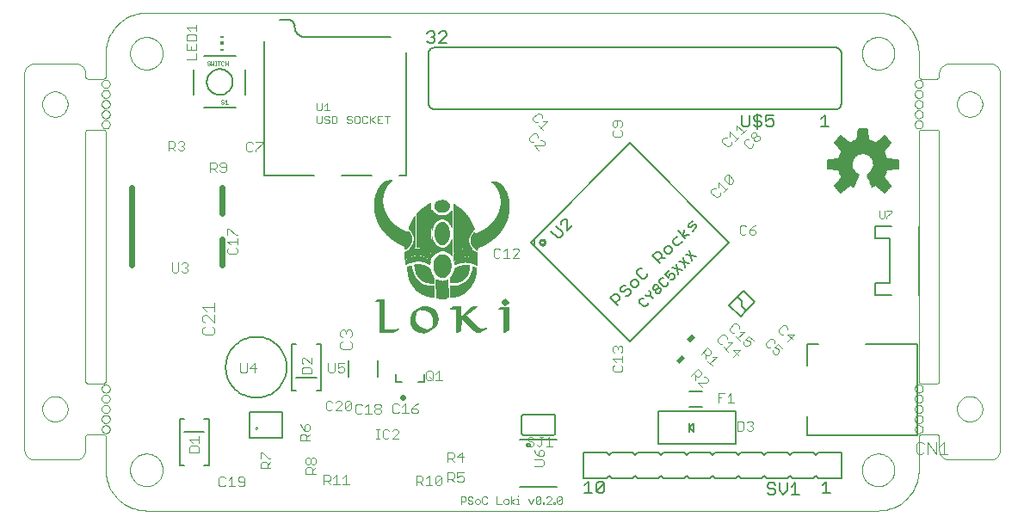
<source format=gto>
G75*
G70*
%OFA0B0*%
%FSLAX24Y24*%
%IPPOS*%
%LPD*%
%AMOC8*
5,1,8,0,0,1.08239X$1,22.5*
%
%ADD10C,0.0020*%
%ADD11C,0.0000*%
%ADD12R,0.0180X0.0300*%
%ADD13C,0.0030*%
%ADD14C,0.0240*%
%ADD15C,0.0050*%
%ADD16C,0.0039*%
%ADD17C,0.0080*%
%ADD18C,0.0040*%
%ADD19C,0.0220*%
%ADD20C,0.0060*%
%ADD21C,0.0010*%
%ADD22R,0.0118X0.0059*%
%ADD23R,0.0118X0.0118*%
%ADD24C,0.0059*%
%ADD25C,0.0001*%
%ADD26C,0.0100*%
D10*
X017794Y020045D02*
X017794Y020325D01*
X017934Y020325D01*
X017981Y020279D01*
X017981Y020185D01*
X017934Y020138D01*
X017794Y020138D01*
X018071Y020092D02*
X018117Y020045D01*
X018211Y020045D01*
X018257Y020092D01*
X018257Y020138D01*
X018211Y020185D01*
X018117Y020185D01*
X018071Y020232D01*
X018071Y020279D01*
X018117Y020325D01*
X018211Y020325D01*
X018257Y020279D01*
X018347Y020185D02*
X018347Y020092D01*
X018393Y020045D01*
X018487Y020045D01*
X018534Y020092D01*
X018534Y020185D01*
X018487Y020232D01*
X018393Y020232D01*
X018347Y020185D01*
X018623Y020092D02*
X018670Y020045D01*
X018763Y020045D01*
X018810Y020092D01*
X018810Y020279D02*
X018763Y020325D01*
X018670Y020325D01*
X018623Y020279D01*
X018623Y020092D01*
X019175Y020045D02*
X019362Y020045D01*
X019452Y020092D02*
X019498Y020045D01*
X019592Y020045D01*
X019639Y020092D01*
X019639Y020185D01*
X019592Y020232D01*
X019498Y020232D01*
X019452Y020185D01*
X019452Y020092D01*
X019728Y020138D02*
X019868Y020232D01*
X019958Y020232D02*
X020005Y020232D01*
X020005Y020045D01*
X019958Y020045D02*
X020052Y020045D01*
X019868Y020045D02*
X019728Y020138D01*
X019728Y020045D02*
X019728Y020325D01*
X020005Y020325D02*
X020005Y020372D01*
X020419Y020232D02*
X020512Y020045D01*
X020605Y020232D01*
X020695Y020279D02*
X020741Y020325D01*
X020835Y020325D01*
X020882Y020279D01*
X020695Y020092D01*
X020741Y020045D01*
X020835Y020045D01*
X020882Y020092D01*
X020882Y020279D01*
X020695Y020279D02*
X020695Y020092D01*
X020971Y020092D02*
X021018Y020092D01*
X021018Y020045D01*
X020971Y020045D01*
X020971Y020092D01*
X021109Y020045D02*
X021296Y020232D01*
X021296Y020279D01*
X021249Y020325D01*
X021156Y020325D01*
X021109Y020279D01*
X021109Y020045D02*
X021296Y020045D01*
X021385Y020045D02*
X021432Y020045D01*
X021432Y020092D01*
X021385Y020092D01*
X021385Y020045D01*
X021523Y020092D02*
X021710Y020279D01*
X021710Y020092D01*
X021664Y020045D01*
X021570Y020045D01*
X021523Y020092D01*
X021523Y020279D01*
X021570Y020325D01*
X021664Y020325D01*
X021710Y020279D01*
X019175Y020325D02*
X019175Y020045D01*
X034015Y031157D02*
X034062Y031110D01*
X034155Y031110D01*
X034202Y031157D01*
X034202Y031390D01*
X034291Y031390D02*
X034478Y031390D01*
X034478Y031344D01*
X034291Y031157D01*
X034291Y031110D01*
X034015Y031157D02*
X034015Y031390D01*
D11*
X033958Y019785D02*
X005612Y019785D01*
X004982Y021360D02*
X004984Y021410D01*
X004990Y021460D01*
X005000Y021509D01*
X005014Y021557D01*
X005031Y021604D01*
X005052Y021649D01*
X005077Y021693D01*
X005105Y021734D01*
X005137Y021773D01*
X005171Y021810D01*
X005208Y021844D01*
X005248Y021874D01*
X005290Y021901D01*
X005334Y021925D01*
X005380Y021946D01*
X005427Y021962D01*
X005475Y021975D01*
X005525Y021984D01*
X005574Y021989D01*
X005625Y021990D01*
X005675Y021987D01*
X005724Y021980D01*
X005773Y021969D01*
X005821Y021954D01*
X005867Y021936D01*
X005912Y021914D01*
X005955Y021888D01*
X005996Y021859D01*
X006035Y021827D01*
X006071Y021792D01*
X006103Y021754D01*
X006133Y021714D01*
X006160Y021671D01*
X006183Y021627D01*
X006202Y021581D01*
X006218Y021533D01*
X006230Y021484D01*
X006238Y021435D01*
X006242Y021385D01*
X006242Y021335D01*
X006238Y021285D01*
X006230Y021236D01*
X006218Y021187D01*
X006202Y021139D01*
X006183Y021093D01*
X006160Y021049D01*
X006133Y021006D01*
X006103Y020966D01*
X006071Y020928D01*
X006035Y020893D01*
X005996Y020861D01*
X005955Y020832D01*
X005912Y020806D01*
X005867Y020784D01*
X005821Y020766D01*
X005773Y020751D01*
X005724Y020740D01*
X005675Y020733D01*
X005625Y020730D01*
X005574Y020731D01*
X005525Y020736D01*
X005475Y020745D01*
X005427Y020758D01*
X005380Y020774D01*
X005334Y020795D01*
X005290Y020819D01*
X005248Y020846D01*
X005208Y020876D01*
X005171Y020910D01*
X005137Y020947D01*
X005105Y020986D01*
X005077Y021027D01*
X005052Y021071D01*
X005031Y021116D01*
X005014Y021163D01*
X005000Y021211D01*
X004990Y021260D01*
X004984Y021310D01*
X004982Y021360D01*
X004037Y021360D02*
X004039Y021283D01*
X004045Y021206D01*
X004054Y021129D01*
X004067Y021053D01*
X004084Y020977D01*
X004105Y020903D01*
X004129Y020829D01*
X004157Y020757D01*
X004188Y020687D01*
X004223Y020618D01*
X004261Y020550D01*
X004302Y020485D01*
X004347Y020422D01*
X004395Y020361D01*
X004445Y020302D01*
X004498Y020246D01*
X004554Y020193D01*
X004613Y020143D01*
X004674Y020095D01*
X004737Y020050D01*
X004802Y020009D01*
X004870Y019971D01*
X004939Y019936D01*
X005009Y019905D01*
X005081Y019877D01*
X005155Y019853D01*
X005229Y019832D01*
X005305Y019815D01*
X005381Y019802D01*
X005458Y019793D01*
X005535Y019787D01*
X005612Y019785D01*
X004037Y021360D02*
X004037Y022639D01*
X004036Y022656D01*
X004031Y022673D01*
X004024Y022688D01*
X004014Y022702D01*
X004002Y022714D01*
X003988Y022724D01*
X003973Y022731D01*
X003956Y022736D01*
X003939Y022737D01*
X003939Y022738D02*
X003348Y022738D01*
X003348Y022737D02*
X003331Y022736D01*
X003314Y022731D01*
X003299Y022724D01*
X003285Y022714D01*
X003273Y022702D01*
X003263Y022688D01*
X003256Y022673D01*
X003251Y022656D01*
X003250Y022639D01*
X003250Y022147D01*
X003248Y022108D01*
X003242Y022070D01*
X003233Y022033D01*
X003220Y021996D01*
X003203Y021961D01*
X003184Y021928D01*
X003161Y021897D01*
X003135Y021868D01*
X003106Y021842D01*
X003075Y021819D01*
X003042Y021800D01*
X003007Y021783D01*
X002970Y021770D01*
X002933Y021761D01*
X002895Y021755D01*
X002856Y021753D01*
X002856Y021754D02*
X001281Y021754D01*
X001281Y021753D02*
X001242Y021755D01*
X001204Y021761D01*
X001167Y021770D01*
X001130Y021783D01*
X001095Y021800D01*
X001062Y021819D01*
X001031Y021842D01*
X001002Y021868D01*
X000976Y021897D01*
X000953Y021928D01*
X000934Y021961D01*
X000917Y021996D01*
X000904Y022033D01*
X000895Y022070D01*
X000889Y022108D01*
X000887Y022147D01*
X000887Y036714D01*
X000889Y036753D01*
X000895Y036791D01*
X000904Y036828D01*
X000917Y036865D01*
X000934Y036900D01*
X000953Y036933D01*
X000976Y036964D01*
X001002Y036993D01*
X001031Y037019D01*
X001062Y037042D01*
X001095Y037061D01*
X001130Y037078D01*
X001167Y037091D01*
X001204Y037100D01*
X001242Y037106D01*
X001281Y037108D01*
X002856Y037108D01*
X002895Y037106D01*
X002933Y037100D01*
X002970Y037091D01*
X003007Y037078D01*
X003042Y037061D01*
X003075Y037042D01*
X003106Y037019D01*
X003135Y036993D01*
X003161Y036964D01*
X003184Y036933D01*
X003203Y036900D01*
X003220Y036865D01*
X003233Y036828D01*
X003242Y036791D01*
X003248Y036753D01*
X003250Y036714D01*
X003250Y036616D01*
X003251Y036599D01*
X003256Y036582D01*
X003263Y036567D01*
X003273Y036553D01*
X003285Y036541D01*
X003299Y036531D01*
X003314Y036524D01*
X003331Y036519D01*
X003348Y036518D01*
X003348Y036517D02*
X003939Y036517D01*
X003939Y036518D02*
X003956Y036519D01*
X003973Y036524D01*
X003988Y036531D01*
X004002Y036541D01*
X004014Y036553D01*
X004024Y036567D01*
X004031Y036582D01*
X004036Y036599D01*
X004037Y036616D01*
X004037Y037502D01*
X003880Y036320D02*
X003882Y036345D01*
X003888Y036369D01*
X003897Y036391D01*
X003910Y036412D01*
X003926Y036431D01*
X003945Y036447D01*
X003966Y036460D01*
X003988Y036469D01*
X004012Y036475D01*
X004037Y036477D01*
X004062Y036475D01*
X004086Y036469D01*
X004108Y036460D01*
X004129Y036447D01*
X004148Y036431D01*
X004164Y036412D01*
X004177Y036391D01*
X004186Y036369D01*
X004192Y036345D01*
X004194Y036320D01*
X004192Y036295D01*
X004186Y036271D01*
X004177Y036249D01*
X004164Y036228D01*
X004148Y036209D01*
X004129Y036193D01*
X004108Y036180D01*
X004086Y036171D01*
X004062Y036165D01*
X004037Y036163D01*
X004012Y036165D01*
X003988Y036171D01*
X003966Y036180D01*
X003945Y036193D01*
X003926Y036209D01*
X003910Y036228D01*
X003897Y036249D01*
X003888Y036271D01*
X003882Y036295D01*
X003880Y036320D01*
X003880Y035927D02*
X003882Y035952D01*
X003888Y035976D01*
X003897Y035998D01*
X003910Y036019D01*
X003926Y036038D01*
X003945Y036054D01*
X003966Y036067D01*
X003988Y036076D01*
X004012Y036082D01*
X004037Y036084D01*
X004062Y036082D01*
X004086Y036076D01*
X004108Y036067D01*
X004129Y036054D01*
X004148Y036038D01*
X004164Y036019D01*
X004177Y035998D01*
X004186Y035976D01*
X004192Y035952D01*
X004194Y035927D01*
X004192Y035902D01*
X004186Y035878D01*
X004177Y035856D01*
X004164Y035835D01*
X004148Y035816D01*
X004129Y035800D01*
X004108Y035787D01*
X004086Y035778D01*
X004062Y035772D01*
X004037Y035770D01*
X004012Y035772D01*
X003988Y035778D01*
X003966Y035787D01*
X003945Y035800D01*
X003926Y035816D01*
X003910Y035835D01*
X003897Y035856D01*
X003888Y035878D01*
X003882Y035902D01*
X003880Y035927D01*
X003880Y035533D02*
X003882Y035558D01*
X003888Y035582D01*
X003897Y035604D01*
X003910Y035625D01*
X003926Y035644D01*
X003945Y035660D01*
X003966Y035673D01*
X003988Y035682D01*
X004012Y035688D01*
X004037Y035690D01*
X004062Y035688D01*
X004086Y035682D01*
X004108Y035673D01*
X004129Y035660D01*
X004148Y035644D01*
X004164Y035625D01*
X004177Y035604D01*
X004186Y035582D01*
X004192Y035558D01*
X004194Y035533D01*
X004192Y035508D01*
X004186Y035484D01*
X004177Y035462D01*
X004164Y035441D01*
X004148Y035422D01*
X004129Y035406D01*
X004108Y035393D01*
X004086Y035384D01*
X004062Y035378D01*
X004037Y035376D01*
X004012Y035378D01*
X003988Y035384D01*
X003966Y035393D01*
X003945Y035406D01*
X003926Y035422D01*
X003910Y035441D01*
X003897Y035462D01*
X003888Y035484D01*
X003882Y035508D01*
X003880Y035533D01*
X003880Y035139D02*
X003882Y035164D01*
X003888Y035188D01*
X003897Y035210D01*
X003910Y035231D01*
X003926Y035250D01*
X003945Y035266D01*
X003966Y035279D01*
X003988Y035288D01*
X004012Y035294D01*
X004037Y035296D01*
X004062Y035294D01*
X004086Y035288D01*
X004108Y035279D01*
X004129Y035266D01*
X004148Y035250D01*
X004164Y035231D01*
X004177Y035210D01*
X004186Y035188D01*
X004192Y035164D01*
X004194Y035139D01*
X004192Y035114D01*
X004186Y035090D01*
X004177Y035068D01*
X004164Y035047D01*
X004148Y035028D01*
X004129Y035012D01*
X004108Y034999D01*
X004086Y034990D01*
X004062Y034984D01*
X004037Y034982D01*
X004012Y034984D01*
X003988Y034990D01*
X003966Y034999D01*
X003945Y035012D01*
X003926Y035028D01*
X003910Y035047D01*
X003897Y035068D01*
X003888Y035090D01*
X003882Y035114D01*
X003880Y035139D01*
X003880Y034746D02*
X003882Y034771D01*
X003888Y034795D01*
X003897Y034817D01*
X003910Y034838D01*
X003926Y034857D01*
X003945Y034873D01*
X003966Y034886D01*
X003988Y034895D01*
X004012Y034901D01*
X004037Y034903D01*
X004062Y034901D01*
X004086Y034895D01*
X004108Y034886D01*
X004129Y034873D01*
X004148Y034857D01*
X004164Y034838D01*
X004177Y034817D01*
X004186Y034795D01*
X004192Y034771D01*
X004194Y034746D01*
X004192Y034721D01*
X004186Y034697D01*
X004177Y034675D01*
X004164Y034654D01*
X004148Y034635D01*
X004129Y034619D01*
X004108Y034606D01*
X004086Y034597D01*
X004062Y034591D01*
X004037Y034589D01*
X004012Y034591D01*
X003988Y034597D01*
X003966Y034606D01*
X003945Y034619D01*
X003926Y034635D01*
X003910Y034654D01*
X003897Y034675D01*
X003888Y034697D01*
X003882Y034721D01*
X003880Y034746D01*
X003939Y034549D02*
X003348Y034549D01*
X003348Y034548D02*
X003331Y034547D01*
X003314Y034542D01*
X003299Y034535D01*
X003285Y034525D01*
X003273Y034513D01*
X003263Y034499D01*
X003256Y034484D01*
X003251Y034467D01*
X003250Y034450D01*
X003250Y024805D01*
X003251Y024788D01*
X003256Y024771D01*
X003263Y024756D01*
X003273Y024742D01*
X003285Y024730D01*
X003299Y024720D01*
X003314Y024713D01*
X003331Y024708D01*
X003348Y024707D01*
X003348Y024706D02*
X003939Y024706D01*
X003939Y024707D02*
X003956Y024708D01*
X003973Y024713D01*
X003988Y024720D01*
X004002Y024730D01*
X004014Y024742D01*
X004024Y024756D01*
X004031Y024771D01*
X004036Y024788D01*
X004037Y024805D01*
X004037Y034450D01*
X004036Y034467D01*
X004031Y034484D01*
X004024Y034499D01*
X004014Y034513D01*
X004002Y034525D01*
X003988Y034535D01*
X003973Y034542D01*
X003956Y034547D01*
X003939Y034548D01*
X001577Y035533D02*
X001579Y035577D01*
X001585Y035621D01*
X001595Y035664D01*
X001608Y035706D01*
X001626Y035746D01*
X001647Y035785D01*
X001671Y035822D01*
X001698Y035857D01*
X001729Y035889D01*
X001762Y035918D01*
X001798Y035944D01*
X001836Y035966D01*
X001876Y035985D01*
X001917Y036001D01*
X001960Y036013D01*
X002003Y036021D01*
X002047Y036025D01*
X002091Y036025D01*
X002135Y036021D01*
X002178Y036013D01*
X002221Y036001D01*
X002262Y035985D01*
X002302Y035966D01*
X002340Y035944D01*
X002376Y035918D01*
X002409Y035889D01*
X002440Y035857D01*
X002467Y035822D01*
X002491Y035785D01*
X002512Y035746D01*
X002530Y035706D01*
X002543Y035664D01*
X002553Y035621D01*
X002559Y035577D01*
X002561Y035533D01*
X002559Y035489D01*
X002553Y035445D01*
X002543Y035402D01*
X002530Y035360D01*
X002512Y035320D01*
X002491Y035281D01*
X002467Y035244D01*
X002440Y035209D01*
X002409Y035177D01*
X002376Y035148D01*
X002340Y035122D01*
X002302Y035100D01*
X002262Y035081D01*
X002221Y035065D01*
X002178Y035053D01*
X002135Y035045D01*
X002091Y035041D01*
X002047Y035041D01*
X002003Y035045D01*
X001960Y035053D01*
X001917Y035065D01*
X001876Y035081D01*
X001836Y035100D01*
X001798Y035122D01*
X001762Y035148D01*
X001729Y035177D01*
X001698Y035209D01*
X001671Y035244D01*
X001647Y035281D01*
X001626Y035320D01*
X001608Y035360D01*
X001595Y035402D01*
X001585Y035445D01*
X001579Y035489D01*
X001577Y035533D01*
X004982Y037502D02*
X004984Y037552D01*
X004990Y037602D01*
X005000Y037651D01*
X005014Y037699D01*
X005031Y037746D01*
X005052Y037791D01*
X005077Y037835D01*
X005105Y037876D01*
X005137Y037915D01*
X005171Y037952D01*
X005208Y037986D01*
X005248Y038016D01*
X005290Y038043D01*
X005334Y038067D01*
X005380Y038088D01*
X005427Y038104D01*
X005475Y038117D01*
X005525Y038126D01*
X005574Y038131D01*
X005625Y038132D01*
X005675Y038129D01*
X005724Y038122D01*
X005773Y038111D01*
X005821Y038096D01*
X005867Y038078D01*
X005912Y038056D01*
X005955Y038030D01*
X005996Y038001D01*
X006035Y037969D01*
X006071Y037934D01*
X006103Y037896D01*
X006133Y037856D01*
X006160Y037813D01*
X006183Y037769D01*
X006202Y037723D01*
X006218Y037675D01*
X006230Y037626D01*
X006238Y037577D01*
X006242Y037527D01*
X006242Y037477D01*
X006238Y037427D01*
X006230Y037378D01*
X006218Y037329D01*
X006202Y037281D01*
X006183Y037235D01*
X006160Y037191D01*
X006133Y037148D01*
X006103Y037108D01*
X006071Y037070D01*
X006035Y037035D01*
X005996Y037003D01*
X005955Y036974D01*
X005912Y036948D01*
X005867Y036926D01*
X005821Y036908D01*
X005773Y036893D01*
X005724Y036882D01*
X005675Y036875D01*
X005625Y036872D01*
X005574Y036873D01*
X005525Y036878D01*
X005475Y036887D01*
X005427Y036900D01*
X005380Y036916D01*
X005334Y036937D01*
X005290Y036961D01*
X005248Y036988D01*
X005208Y037018D01*
X005171Y037052D01*
X005137Y037089D01*
X005105Y037128D01*
X005077Y037169D01*
X005052Y037213D01*
X005031Y037258D01*
X005014Y037305D01*
X005000Y037353D01*
X004990Y037402D01*
X004984Y037452D01*
X004982Y037502D01*
X004037Y037502D02*
X004039Y037579D01*
X004045Y037656D01*
X004054Y037733D01*
X004067Y037809D01*
X004084Y037885D01*
X004105Y037959D01*
X004129Y038033D01*
X004157Y038105D01*
X004188Y038175D01*
X004223Y038244D01*
X004261Y038312D01*
X004302Y038377D01*
X004347Y038440D01*
X004395Y038501D01*
X004445Y038560D01*
X004498Y038616D01*
X004554Y038669D01*
X004613Y038719D01*
X004674Y038767D01*
X004737Y038812D01*
X004802Y038853D01*
X004870Y038891D01*
X004939Y038926D01*
X005009Y038957D01*
X005081Y038985D01*
X005155Y039009D01*
X005229Y039030D01*
X005305Y039047D01*
X005381Y039060D01*
X005458Y039069D01*
X005535Y039075D01*
X005612Y039077D01*
X005612Y039076D02*
X033958Y039076D01*
X033328Y037502D02*
X033330Y037552D01*
X033336Y037602D01*
X033346Y037651D01*
X033360Y037699D01*
X033377Y037746D01*
X033398Y037791D01*
X033423Y037835D01*
X033451Y037876D01*
X033483Y037915D01*
X033517Y037952D01*
X033554Y037986D01*
X033594Y038016D01*
X033636Y038043D01*
X033680Y038067D01*
X033726Y038088D01*
X033773Y038104D01*
X033821Y038117D01*
X033871Y038126D01*
X033920Y038131D01*
X033971Y038132D01*
X034021Y038129D01*
X034070Y038122D01*
X034119Y038111D01*
X034167Y038096D01*
X034213Y038078D01*
X034258Y038056D01*
X034301Y038030D01*
X034342Y038001D01*
X034381Y037969D01*
X034417Y037934D01*
X034449Y037896D01*
X034479Y037856D01*
X034506Y037813D01*
X034529Y037769D01*
X034548Y037723D01*
X034564Y037675D01*
X034576Y037626D01*
X034584Y037577D01*
X034588Y037527D01*
X034588Y037477D01*
X034584Y037427D01*
X034576Y037378D01*
X034564Y037329D01*
X034548Y037281D01*
X034529Y037235D01*
X034506Y037191D01*
X034479Y037148D01*
X034449Y037108D01*
X034417Y037070D01*
X034381Y037035D01*
X034342Y037003D01*
X034301Y036974D01*
X034258Y036948D01*
X034213Y036926D01*
X034167Y036908D01*
X034119Y036893D01*
X034070Y036882D01*
X034021Y036875D01*
X033971Y036872D01*
X033920Y036873D01*
X033871Y036878D01*
X033821Y036887D01*
X033773Y036900D01*
X033726Y036916D01*
X033680Y036937D01*
X033636Y036961D01*
X033594Y036988D01*
X033554Y037018D01*
X033517Y037052D01*
X033483Y037089D01*
X033451Y037128D01*
X033423Y037169D01*
X033398Y037213D01*
X033377Y037258D01*
X033360Y037305D01*
X033346Y037353D01*
X033336Y037402D01*
X033330Y037452D01*
X033328Y037502D01*
X033958Y039077D02*
X034035Y039075D01*
X034112Y039069D01*
X034189Y039060D01*
X034265Y039047D01*
X034341Y039030D01*
X034415Y039009D01*
X034489Y038985D01*
X034561Y038957D01*
X034631Y038926D01*
X034700Y038891D01*
X034768Y038853D01*
X034833Y038812D01*
X034896Y038767D01*
X034957Y038719D01*
X035016Y038669D01*
X035072Y038616D01*
X035125Y038560D01*
X035175Y038501D01*
X035223Y038440D01*
X035268Y038377D01*
X035309Y038312D01*
X035347Y038244D01*
X035382Y038175D01*
X035413Y038105D01*
X035441Y038033D01*
X035465Y037959D01*
X035486Y037885D01*
X035503Y037809D01*
X035516Y037733D01*
X035525Y037656D01*
X035531Y037579D01*
X035533Y037502D01*
X035533Y036616D01*
X035534Y036599D01*
X035539Y036582D01*
X035546Y036567D01*
X035556Y036553D01*
X035568Y036541D01*
X035582Y036531D01*
X035597Y036524D01*
X035614Y036519D01*
X035631Y036518D01*
X035631Y036517D02*
X036222Y036517D01*
X036222Y036518D02*
X036239Y036519D01*
X036256Y036524D01*
X036271Y036531D01*
X036285Y036541D01*
X036297Y036553D01*
X036307Y036567D01*
X036314Y036582D01*
X036319Y036599D01*
X036320Y036616D01*
X036320Y036714D01*
X036322Y036753D01*
X036328Y036791D01*
X036337Y036828D01*
X036350Y036865D01*
X036367Y036900D01*
X036386Y036933D01*
X036409Y036964D01*
X036435Y036993D01*
X036464Y037019D01*
X036495Y037042D01*
X036528Y037061D01*
X036563Y037078D01*
X036600Y037091D01*
X036637Y037100D01*
X036675Y037106D01*
X036714Y037108D01*
X038289Y037108D01*
X038328Y037106D01*
X038366Y037100D01*
X038403Y037091D01*
X038440Y037078D01*
X038475Y037061D01*
X038508Y037042D01*
X038539Y037019D01*
X038568Y036993D01*
X038594Y036964D01*
X038617Y036933D01*
X038636Y036900D01*
X038653Y036865D01*
X038666Y036828D01*
X038675Y036791D01*
X038681Y036753D01*
X038683Y036714D01*
X038683Y022147D01*
X038681Y022108D01*
X038675Y022070D01*
X038666Y022033D01*
X038653Y021996D01*
X038636Y021961D01*
X038617Y021928D01*
X038594Y021897D01*
X038568Y021868D01*
X038539Y021842D01*
X038508Y021819D01*
X038475Y021800D01*
X038440Y021783D01*
X038403Y021770D01*
X038366Y021761D01*
X038328Y021755D01*
X038289Y021753D01*
X038289Y021754D02*
X036714Y021754D01*
X036714Y021753D02*
X036675Y021755D01*
X036637Y021761D01*
X036600Y021770D01*
X036563Y021783D01*
X036528Y021800D01*
X036495Y021819D01*
X036464Y021842D01*
X036435Y021868D01*
X036409Y021897D01*
X036386Y021928D01*
X036367Y021961D01*
X036350Y021996D01*
X036337Y022033D01*
X036328Y022070D01*
X036322Y022108D01*
X036320Y022147D01*
X036320Y022639D01*
X036319Y022656D01*
X036314Y022673D01*
X036307Y022688D01*
X036297Y022702D01*
X036285Y022714D01*
X036271Y022724D01*
X036256Y022731D01*
X036239Y022736D01*
X036222Y022737D01*
X036222Y022738D02*
X035631Y022738D01*
X035631Y022737D02*
X035614Y022736D01*
X035597Y022731D01*
X035582Y022724D01*
X035568Y022714D01*
X035556Y022702D01*
X035546Y022688D01*
X035539Y022673D01*
X035534Y022656D01*
X035533Y022639D01*
X035533Y021360D01*
X035376Y022935D02*
X035378Y022960D01*
X035384Y022984D01*
X035393Y023006D01*
X035406Y023027D01*
X035422Y023046D01*
X035441Y023062D01*
X035462Y023075D01*
X035484Y023084D01*
X035508Y023090D01*
X035533Y023092D01*
X035558Y023090D01*
X035582Y023084D01*
X035604Y023075D01*
X035625Y023062D01*
X035644Y023046D01*
X035660Y023027D01*
X035673Y023006D01*
X035682Y022984D01*
X035688Y022960D01*
X035690Y022935D01*
X035688Y022910D01*
X035682Y022886D01*
X035673Y022864D01*
X035660Y022843D01*
X035644Y022824D01*
X035625Y022808D01*
X035604Y022795D01*
X035582Y022786D01*
X035558Y022780D01*
X035533Y022778D01*
X035508Y022780D01*
X035484Y022786D01*
X035462Y022795D01*
X035441Y022808D01*
X035422Y022824D01*
X035406Y022843D01*
X035393Y022864D01*
X035384Y022886D01*
X035378Y022910D01*
X035376Y022935D01*
X035376Y023328D02*
X035378Y023353D01*
X035384Y023377D01*
X035393Y023399D01*
X035406Y023420D01*
X035422Y023439D01*
X035441Y023455D01*
X035462Y023468D01*
X035484Y023477D01*
X035508Y023483D01*
X035533Y023485D01*
X035558Y023483D01*
X035582Y023477D01*
X035604Y023468D01*
X035625Y023455D01*
X035644Y023439D01*
X035660Y023420D01*
X035673Y023399D01*
X035682Y023377D01*
X035688Y023353D01*
X035690Y023328D01*
X035688Y023303D01*
X035682Y023279D01*
X035673Y023257D01*
X035660Y023236D01*
X035644Y023217D01*
X035625Y023201D01*
X035604Y023188D01*
X035582Y023179D01*
X035558Y023173D01*
X035533Y023171D01*
X035508Y023173D01*
X035484Y023179D01*
X035462Y023188D01*
X035441Y023201D01*
X035422Y023217D01*
X035406Y023236D01*
X035393Y023257D01*
X035384Y023279D01*
X035378Y023303D01*
X035376Y023328D01*
X035376Y023722D02*
X035378Y023747D01*
X035384Y023771D01*
X035393Y023793D01*
X035406Y023814D01*
X035422Y023833D01*
X035441Y023849D01*
X035462Y023862D01*
X035484Y023871D01*
X035508Y023877D01*
X035533Y023879D01*
X035558Y023877D01*
X035582Y023871D01*
X035604Y023862D01*
X035625Y023849D01*
X035644Y023833D01*
X035660Y023814D01*
X035673Y023793D01*
X035682Y023771D01*
X035688Y023747D01*
X035690Y023722D01*
X035688Y023697D01*
X035682Y023673D01*
X035673Y023651D01*
X035660Y023630D01*
X035644Y023611D01*
X035625Y023595D01*
X035604Y023582D01*
X035582Y023573D01*
X035558Y023567D01*
X035533Y023565D01*
X035508Y023567D01*
X035484Y023573D01*
X035462Y023582D01*
X035441Y023595D01*
X035422Y023611D01*
X035406Y023630D01*
X035393Y023651D01*
X035384Y023673D01*
X035378Y023697D01*
X035376Y023722D01*
X035376Y024116D02*
X035378Y024141D01*
X035384Y024165D01*
X035393Y024187D01*
X035406Y024208D01*
X035422Y024227D01*
X035441Y024243D01*
X035462Y024256D01*
X035484Y024265D01*
X035508Y024271D01*
X035533Y024273D01*
X035558Y024271D01*
X035582Y024265D01*
X035604Y024256D01*
X035625Y024243D01*
X035644Y024227D01*
X035660Y024208D01*
X035673Y024187D01*
X035682Y024165D01*
X035688Y024141D01*
X035690Y024116D01*
X035688Y024091D01*
X035682Y024067D01*
X035673Y024045D01*
X035660Y024024D01*
X035644Y024005D01*
X035625Y023989D01*
X035604Y023976D01*
X035582Y023967D01*
X035558Y023961D01*
X035533Y023959D01*
X035508Y023961D01*
X035484Y023967D01*
X035462Y023976D01*
X035441Y023989D01*
X035422Y024005D01*
X035406Y024024D01*
X035393Y024045D01*
X035384Y024067D01*
X035378Y024091D01*
X035376Y024116D01*
X035376Y024509D02*
X035378Y024534D01*
X035384Y024558D01*
X035393Y024580D01*
X035406Y024601D01*
X035422Y024620D01*
X035441Y024636D01*
X035462Y024649D01*
X035484Y024658D01*
X035508Y024664D01*
X035533Y024666D01*
X035558Y024664D01*
X035582Y024658D01*
X035604Y024649D01*
X035625Y024636D01*
X035644Y024620D01*
X035660Y024601D01*
X035673Y024580D01*
X035682Y024558D01*
X035688Y024534D01*
X035690Y024509D01*
X035688Y024484D01*
X035682Y024460D01*
X035673Y024438D01*
X035660Y024417D01*
X035644Y024398D01*
X035625Y024382D01*
X035604Y024369D01*
X035582Y024360D01*
X035558Y024354D01*
X035533Y024352D01*
X035508Y024354D01*
X035484Y024360D01*
X035462Y024369D01*
X035441Y024382D01*
X035422Y024398D01*
X035406Y024417D01*
X035393Y024438D01*
X035384Y024460D01*
X035378Y024484D01*
X035376Y024509D01*
X035631Y024706D02*
X036222Y024706D01*
X036222Y024707D02*
X036239Y024708D01*
X036256Y024713D01*
X036271Y024720D01*
X036285Y024730D01*
X036297Y024742D01*
X036307Y024756D01*
X036314Y024771D01*
X036319Y024788D01*
X036320Y024805D01*
X036320Y034450D01*
X036319Y034467D01*
X036314Y034484D01*
X036307Y034499D01*
X036297Y034513D01*
X036285Y034525D01*
X036271Y034535D01*
X036256Y034542D01*
X036239Y034547D01*
X036222Y034548D01*
X036222Y034549D02*
X035631Y034549D01*
X035631Y034548D02*
X035614Y034547D01*
X035597Y034542D01*
X035582Y034535D01*
X035568Y034525D01*
X035556Y034513D01*
X035546Y034499D01*
X035539Y034484D01*
X035534Y034467D01*
X035533Y034450D01*
X035533Y024805D01*
X035534Y024788D01*
X035539Y024771D01*
X035546Y024756D01*
X035556Y024742D01*
X035568Y024730D01*
X035582Y024720D01*
X035597Y024713D01*
X035614Y024708D01*
X035631Y024707D01*
X037010Y023722D02*
X037012Y023766D01*
X037018Y023810D01*
X037028Y023853D01*
X037041Y023895D01*
X037059Y023935D01*
X037080Y023974D01*
X037104Y024011D01*
X037131Y024046D01*
X037162Y024078D01*
X037195Y024107D01*
X037231Y024133D01*
X037269Y024155D01*
X037309Y024174D01*
X037350Y024190D01*
X037393Y024202D01*
X037436Y024210D01*
X037480Y024214D01*
X037524Y024214D01*
X037568Y024210D01*
X037611Y024202D01*
X037654Y024190D01*
X037695Y024174D01*
X037735Y024155D01*
X037773Y024133D01*
X037809Y024107D01*
X037842Y024078D01*
X037873Y024046D01*
X037900Y024011D01*
X037924Y023974D01*
X037945Y023935D01*
X037963Y023895D01*
X037976Y023853D01*
X037986Y023810D01*
X037992Y023766D01*
X037994Y023722D01*
X037992Y023678D01*
X037986Y023634D01*
X037976Y023591D01*
X037963Y023549D01*
X037945Y023509D01*
X037924Y023470D01*
X037900Y023433D01*
X037873Y023398D01*
X037842Y023366D01*
X037809Y023337D01*
X037773Y023311D01*
X037735Y023289D01*
X037695Y023270D01*
X037654Y023254D01*
X037611Y023242D01*
X037568Y023234D01*
X037524Y023230D01*
X037480Y023230D01*
X037436Y023234D01*
X037393Y023242D01*
X037350Y023254D01*
X037309Y023270D01*
X037269Y023289D01*
X037231Y023311D01*
X037195Y023337D01*
X037162Y023366D01*
X037131Y023398D01*
X037104Y023433D01*
X037080Y023470D01*
X037059Y023509D01*
X037041Y023549D01*
X037028Y023591D01*
X037018Y023634D01*
X037012Y023678D01*
X037010Y023722D01*
X036320Y027659D02*
X036320Y031202D01*
X035376Y034746D02*
X035378Y034771D01*
X035384Y034795D01*
X035393Y034817D01*
X035406Y034838D01*
X035422Y034857D01*
X035441Y034873D01*
X035462Y034886D01*
X035484Y034895D01*
X035508Y034901D01*
X035533Y034903D01*
X035558Y034901D01*
X035582Y034895D01*
X035604Y034886D01*
X035625Y034873D01*
X035644Y034857D01*
X035660Y034838D01*
X035673Y034817D01*
X035682Y034795D01*
X035688Y034771D01*
X035690Y034746D01*
X035688Y034721D01*
X035682Y034697D01*
X035673Y034675D01*
X035660Y034654D01*
X035644Y034635D01*
X035625Y034619D01*
X035604Y034606D01*
X035582Y034597D01*
X035558Y034591D01*
X035533Y034589D01*
X035508Y034591D01*
X035484Y034597D01*
X035462Y034606D01*
X035441Y034619D01*
X035422Y034635D01*
X035406Y034654D01*
X035393Y034675D01*
X035384Y034697D01*
X035378Y034721D01*
X035376Y034746D01*
X035376Y035139D02*
X035378Y035164D01*
X035384Y035188D01*
X035393Y035210D01*
X035406Y035231D01*
X035422Y035250D01*
X035441Y035266D01*
X035462Y035279D01*
X035484Y035288D01*
X035508Y035294D01*
X035533Y035296D01*
X035558Y035294D01*
X035582Y035288D01*
X035604Y035279D01*
X035625Y035266D01*
X035644Y035250D01*
X035660Y035231D01*
X035673Y035210D01*
X035682Y035188D01*
X035688Y035164D01*
X035690Y035139D01*
X035688Y035114D01*
X035682Y035090D01*
X035673Y035068D01*
X035660Y035047D01*
X035644Y035028D01*
X035625Y035012D01*
X035604Y034999D01*
X035582Y034990D01*
X035558Y034984D01*
X035533Y034982D01*
X035508Y034984D01*
X035484Y034990D01*
X035462Y034999D01*
X035441Y035012D01*
X035422Y035028D01*
X035406Y035047D01*
X035393Y035068D01*
X035384Y035090D01*
X035378Y035114D01*
X035376Y035139D01*
X035376Y035533D02*
X035378Y035558D01*
X035384Y035582D01*
X035393Y035604D01*
X035406Y035625D01*
X035422Y035644D01*
X035441Y035660D01*
X035462Y035673D01*
X035484Y035682D01*
X035508Y035688D01*
X035533Y035690D01*
X035558Y035688D01*
X035582Y035682D01*
X035604Y035673D01*
X035625Y035660D01*
X035644Y035644D01*
X035660Y035625D01*
X035673Y035604D01*
X035682Y035582D01*
X035688Y035558D01*
X035690Y035533D01*
X035688Y035508D01*
X035682Y035484D01*
X035673Y035462D01*
X035660Y035441D01*
X035644Y035422D01*
X035625Y035406D01*
X035604Y035393D01*
X035582Y035384D01*
X035558Y035378D01*
X035533Y035376D01*
X035508Y035378D01*
X035484Y035384D01*
X035462Y035393D01*
X035441Y035406D01*
X035422Y035422D01*
X035406Y035441D01*
X035393Y035462D01*
X035384Y035484D01*
X035378Y035508D01*
X035376Y035533D01*
X035376Y035927D02*
X035378Y035952D01*
X035384Y035976D01*
X035393Y035998D01*
X035406Y036019D01*
X035422Y036038D01*
X035441Y036054D01*
X035462Y036067D01*
X035484Y036076D01*
X035508Y036082D01*
X035533Y036084D01*
X035558Y036082D01*
X035582Y036076D01*
X035604Y036067D01*
X035625Y036054D01*
X035644Y036038D01*
X035660Y036019D01*
X035673Y035998D01*
X035682Y035976D01*
X035688Y035952D01*
X035690Y035927D01*
X035688Y035902D01*
X035682Y035878D01*
X035673Y035856D01*
X035660Y035835D01*
X035644Y035816D01*
X035625Y035800D01*
X035604Y035787D01*
X035582Y035778D01*
X035558Y035772D01*
X035533Y035770D01*
X035508Y035772D01*
X035484Y035778D01*
X035462Y035787D01*
X035441Y035800D01*
X035422Y035816D01*
X035406Y035835D01*
X035393Y035856D01*
X035384Y035878D01*
X035378Y035902D01*
X035376Y035927D01*
X035376Y036320D02*
X035378Y036345D01*
X035384Y036369D01*
X035393Y036391D01*
X035406Y036412D01*
X035422Y036431D01*
X035441Y036447D01*
X035462Y036460D01*
X035484Y036469D01*
X035508Y036475D01*
X035533Y036477D01*
X035558Y036475D01*
X035582Y036469D01*
X035604Y036460D01*
X035625Y036447D01*
X035644Y036431D01*
X035660Y036412D01*
X035673Y036391D01*
X035682Y036369D01*
X035688Y036345D01*
X035690Y036320D01*
X035688Y036295D01*
X035682Y036271D01*
X035673Y036249D01*
X035660Y036228D01*
X035644Y036209D01*
X035625Y036193D01*
X035604Y036180D01*
X035582Y036171D01*
X035558Y036165D01*
X035533Y036163D01*
X035508Y036165D01*
X035484Y036171D01*
X035462Y036180D01*
X035441Y036193D01*
X035422Y036209D01*
X035406Y036228D01*
X035393Y036249D01*
X035384Y036271D01*
X035378Y036295D01*
X035376Y036320D01*
X037010Y035533D02*
X037012Y035577D01*
X037018Y035621D01*
X037028Y035664D01*
X037041Y035706D01*
X037059Y035746D01*
X037080Y035785D01*
X037104Y035822D01*
X037131Y035857D01*
X037162Y035889D01*
X037195Y035918D01*
X037231Y035944D01*
X037269Y035966D01*
X037309Y035985D01*
X037350Y036001D01*
X037393Y036013D01*
X037436Y036021D01*
X037480Y036025D01*
X037524Y036025D01*
X037568Y036021D01*
X037611Y036013D01*
X037654Y036001D01*
X037695Y035985D01*
X037735Y035966D01*
X037773Y035944D01*
X037809Y035918D01*
X037842Y035889D01*
X037873Y035857D01*
X037900Y035822D01*
X037924Y035785D01*
X037945Y035746D01*
X037963Y035706D01*
X037976Y035664D01*
X037986Y035621D01*
X037992Y035577D01*
X037994Y035533D01*
X037992Y035489D01*
X037986Y035445D01*
X037976Y035402D01*
X037963Y035360D01*
X037945Y035320D01*
X037924Y035281D01*
X037900Y035244D01*
X037873Y035209D01*
X037842Y035177D01*
X037809Y035148D01*
X037773Y035122D01*
X037735Y035100D01*
X037695Y035081D01*
X037654Y035065D01*
X037611Y035053D01*
X037568Y035045D01*
X037524Y035041D01*
X037480Y035041D01*
X037436Y035045D01*
X037393Y035053D01*
X037350Y035065D01*
X037309Y035081D01*
X037269Y035100D01*
X037231Y035122D01*
X037195Y035148D01*
X037162Y035177D01*
X037131Y035209D01*
X037104Y035244D01*
X037080Y035281D01*
X037059Y035320D01*
X037041Y035360D01*
X037028Y035402D01*
X037018Y035445D01*
X037012Y035489D01*
X037010Y035533D01*
X033328Y021360D02*
X033330Y021410D01*
X033336Y021460D01*
X033346Y021509D01*
X033360Y021557D01*
X033377Y021604D01*
X033398Y021649D01*
X033423Y021693D01*
X033451Y021734D01*
X033483Y021773D01*
X033517Y021810D01*
X033554Y021844D01*
X033594Y021874D01*
X033636Y021901D01*
X033680Y021925D01*
X033726Y021946D01*
X033773Y021962D01*
X033821Y021975D01*
X033871Y021984D01*
X033920Y021989D01*
X033971Y021990D01*
X034021Y021987D01*
X034070Y021980D01*
X034119Y021969D01*
X034167Y021954D01*
X034213Y021936D01*
X034258Y021914D01*
X034301Y021888D01*
X034342Y021859D01*
X034381Y021827D01*
X034417Y021792D01*
X034449Y021754D01*
X034479Y021714D01*
X034506Y021671D01*
X034529Y021627D01*
X034548Y021581D01*
X034564Y021533D01*
X034576Y021484D01*
X034584Y021435D01*
X034588Y021385D01*
X034588Y021335D01*
X034584Y021285D01*
X034576Y021236D01*
X034564Y021187D01*
X034548Y021139D01*
X034529Y021093D01*
X034506Y021049D01*
X034479Y021006D01*
X034449Y020966D01*
X034417Y020928D01*
X034381Y020893D01*
X034342Y020861D01*
X034301Y020832D01*
X034258Y020806D01*
X034213Y020784D01*
X034167Y020766D01*
X034119Y020751D01*
X034070Y020740D01*
X034021Y020733D01*
X033971Y020730D01*
X033920Y020731D01*
X033871Y020736D01*
X033821Y020745D01*
X033773Y020758D01*
X033726Y020774D01*
X033680Y020795D01*
X033636Y020819D01*
X033594Y020846D01*
X033554Y020876D01*
X033517Y020910D01*
X033483Y020947D01*
X033451Y020986D01*
X033423Y021027D01*
X033398Y021071D01*
X033377Y021116D01*
X033360Y021163D01*
X033346Y021211D01*
X033336Y021260D01*
X033330Y021310D01*
X033328Y021360D01*
X033958Y019785D02*
X034035Y019787D01*
X034112Y019793D01*
X034189Y019802D01*
X034265Y019815D01*
X034341Y019832D01*
X034415Y019853D01*
X034489Y019877D01*
X034561Y019905D01*
X034631Y019936D01*
X034700Y019971D01*
X034768Y020009D01*
X034833Y020050D01*
X034896Y020095D01*
X034957Y020143D01*
X035016Y020193D01*
X035072Y020246D01*
X035125Y020302D01*
X035175Y020361D01*
X035223Y020422D01*
X035268Y020485D01*
X035309Y020550D01*
X035347Y020618D01*
X035382Y020687D01*
X035413Y020757D01*
X035441Y020829D01*
X035465Y020903D01*
X035486Y020977D01*
X035503Y021053D01*
X035516Y021129D01*
X035525Y021206D01*
X035531Y021283D01*
X035533Y021360D01*
X019631Y026802D02*
X019631Y027683D01*
X019361Y027681D01*
X019226Y027591D01*
X019446Y027590D01*
X019448Y026694D01*
X019631Y026802D01*
X018759Y026853D02*
X018754Y026856D01*
X018740Y026855D01*
X018677Y026836D01*
X018607Y026823D01*
X018537Y026837D01*
X018475Y026872D01*
X018416Y026916D01*
X017956Y027363D01*
X018015Y027403D01*
X018073Y027444D01*
X018131Y027487D01*
X018187Y027531D01*
X018242Y027577D01*
X018296Y027623D01*
X018349Y027671D01*
X018401Y027719D01*
X018331Y027711D01*
X018262Y027693D01*
X018198Y027661D01*
X018142Y027616D01*
X018093Y027565D01*
X018045Y027512D01*
X017997Y027460D01*
X017945Y027411D01*
X017889Y027367D01*
X017827Y027333D01*
X017785Y027313D01*
X017787Y027702D01*
X017530Y027703D01*
X017512Y027700D01*
X017496Y027692D01*
X017361Y027612D01*
X017603Y027617D01*
X017620Y026699D01*
X017789Y026774D01*
X017792Y027200D01*
X017792Y027237D01*
X017794Y027241D01*
X017800Y027244D01*
X017805Y027244D01*
X017811Y027241D01*
X017839Y027223D01*
X018241Y026821D01*
X018295Y026774D01*
X018354Y026735D01*
X018422Y026713D01*
X018493Y026714D01*
X018560Y026739D01*
X018748Y026839D01*
X018758Y026846D01*
X018759Y026853D01*
X019486Y027745D02*
X019490Y027743D01*
X019495Y027741D01*
X019500Y027741D01*
X019505Y027742D01*
X019510Y027744D01*
X019514Y027747D01*
X019625Y027849D01*
X019628Y027853D01*
X019631Y027857D01*
X019632Y027862D01*
X019632Y027867D01*
X019631Y027872D01*
X019629Y027876D01*
X019626Y027880D01*
X019526Y027984D01*
X019522Y027987D01*
X019518Y027990D01*
X019513Y027991D01*
X019508Y027991D01*
X019503Y027990D01*
X019498Y027988D01*
X019494Y027985D01*
X019381Y027885D01*
X019378Y027881D01*
X019375Y027877D01*
X019374Y027872D01*
X019374Y027867D01*
X019375Y027863D01*
X019377Y027858D01*
X019380Y027854D01*
X019481Y027748D01*
X019486Y027745D01*
X018175Y028500D02*
X018212Y028562D01*
X018246Y028624D01*
X018277Y028688D01*
X018309Y028753D01*
X018332Y028820D01*
X018350Y028889D01*
X018366Y028958D01*
X018377Y029029D01*
X018383Y029100D01*
X018383Y029171D01*
X018366Y029193D01*
X018343Y029209D01*
X018286Y029228D01*
X018256Y029242D01*
X018232Y029109D01*
X018214Y029040D01*
X018191Y028973D01*
X018164Y028907D01*
X018131Y028844D01*
X018092Y028784D01*
X018047Y028729D01*
X017996Y028679D01*
X017941Y028634D01*
X017881Y028595D01*
X017818Y028563D01*
X017752Y028536D01*
X017684Y028516D01*
X017614Y028501D01*
X017543Y028492D01*
X017472Y028488D01*
X017367Y028490D01*
X017377Y028060D01*
X017399Y028061D01*
X017470Y028067D01*
X017540Y028078D01*
X017610Y028094D01*
X017678Y028115D01*
X017744Y028141D01*
X017809Y028171D01*
X017871Y028206D01*
X017930Y028245D01*
X017987Y028288D01*
X018040Y028336D01*
X018089Y028388D01*
X018135Y028442D01*
X018175Y028500D01*
X017905Y028775D02*
X017955Y028826D01*
X017998Y028883D01*
X018034Y028944D01*
X018063Y029009D01*
X018086Y029076D01*
X018103Y029145D01*
X018114Y029215D01*
X018120Y029286D01*
X018085Y029291D01*
X018014Y029298D01*
X017943Y029298D01*
X017872Y029292D01*
X017802Y029281D01*
X017733Y029262D01*
X017667Y029236D01*
X017603Y029204D01*
X017552Y029168D01*
X017531Y029089D01*
X017507Y029022D01*
X017477Y028958D01*
X017442Y028896D01*
X017401Y028838D01*
X017360Y028780D01*
X017377Y028626D01*
X017448Y028621D01*
X017514Y028623D01*
X017585Y028631D01*
X017654Y028646D01*
X017722Y028668D01*
X017787Y028696D01*
X017849Y028732D01*
X017905Y028775D01*
X017780Y029404D02*
X017850Y029415D01*
X017921Y029420D01*
X017992Y029420D01*
X018063Y029414D01*
X018133Y029404D01*
X018203Y029389D01*
X018271Y029369D01*
X018339Y029346D01*
X018405Y029317D01*
X018417Y029523D01*
X018286Y029572D01*
X018218Y029592D01*
X018149Y029608D01*
X018078Y029618D01*
X018007Y029622D01*
X017936Y029618D01*
X017866Y029606D01*
X017819Y029595D01*
X017753Y029571D01*
X017689Y029539D01*
X017628Y029502D01*
X017536Y029434D01*
X017558Y029323D01*
X017643Y029364D01*
X017711Y029387D01*
X017780Y029404D01*
X017666Y029580D02*
X017731Y029609D01*
X017798Y029631D01*
X017867Y029647D01*
X017938Y029657D01*
X018009Y029661D01*
X018080Y029659D01*
X018151Y029651D01*
X018221Y029638D01*
X018289Y029620D01*
X018360Y029595D01*
X018362Y029594D01*
X018365Y029593D01*
X018371Y029590D01*
X018380Y029586D01*
X018391Y029580D01*
X018405Y029574D01*
X018423Y029567D01*
X018423Y029767D01*
X018355Y029814D01*
X018294Y029851D01*
X018228Y029879D01*
X018207Y029886D01*
X018135Y029905D01*
X018065Y029919D01*
X017994Y029927D01*
X017923Y029926D01*
X017853Y029916D01*
X017784Y029898D01*
X017717Y029873D01*
X017654Y029842D01*
X017593Y029804D01*
X017545Y029769D01*
X017497Y029727D01*
X017497Y029631D01*
X017503Y029560D01*
X017520Y029483D01*
X017558Y029513D01*
X017604Y029545D01*
X017666Y029580D01*
X017448Y029670D02*
X017390Y029727D01*
X017329Y029778D01*
X017270Y029818D01*
X017206Y029849D01*
X017138Y029867D01*
X017067Y029872D01*
X016996Y029867D01*
X016927Y029849D01*
X016863Y029819D01*
X016803Y029780D01*
X016750Y029733D01*
X016702Y029680D01*
X016654Y029614D01*
X016654Y030198D01*
X016657Y030270D01*
X016661Y030341D01*
X016665Y030388D01*
X016680Y030319D01*
X016701Y030251D01*
X016730Y030186D01*
X016768Y030125D01*
X016814Y030072D01*
X016869Y030026D01*
X016932Y029993D01*
X017000Y029973D01*
X017071Y029967D01*
X017141Y029977D01*
X017207Y030003D01*
X017267Y030042D01*
X017317Y030092D01*
X017359Y030149D01*
X017396Y030210D01*
X017444Y030292D01*
X017446Y030202D01*
X017448Y029670D01*
X017498Y029793D02*
X017549Y029831D01*
X017594Y029859D01*
X017656Y029893D01*
X017721Y029922D01*
X017788Y029944D01*
X017857Y029961D01*
X017912Y029969D01*
X017963Y029972D01*
X017963Y031306D01*
X017949Y031322D01*
X017900Y031373D01*
X017847Y031421D01*
X017793Y031466D01*
X017736Y031509D01*
X017678Y031550D01*
X017619Y031589D01*
X017559Y031628D01*
X017498Y031666D01*
X017498Y029793D01*
X017298Y029586D02*
X017250Y029639D01*
X017244Y029644D01*
X017186Y029685D01*
X017119Y029710D01*
X017048Y029716D01*
X016979Y029701D01*
X016917Y029666D01*
X016863Y029620D01*
X016818Y029565D01*
X016782Y029504D01*
X016756Y029437D01*
X016740Y029368D01*
X016733Y029297D01*
X016735Y029226D01*
X016746Y029156D01*
X016766Y029087D01*
X016796Y029023D01*
X016835Y028963D01*
X016883Y028910D01*
X016941Y028870D01*
X017008Y028845D01*
X017078Y028838D01*
X017148Y028851D01*
X017212Y028883D01*
X017265Y028930D01*
X017311Y028984D01*
X017347Y029046D01*
X017373Y029112D01*
X017390Y029181D01*
X017398Y029252D01*
X017396Y029323D01*
X017386Y029393D01*
X017366Y029461D01*
X017337Y029526D01*
X017298Y029586D01*
X017095Y030102D02*
X017160Y030131D01*
X017212Y030180D01*
X017255Y030236D01*
X017289Y030299D01*
X017313Y030366D01*
X017328Y030435D01*
X017334Y030506D01*
X017333Y030577D01*
X017323Y030648D01*
X017306Y030717D01*
X017282Y030784D01*
X017260Y030826D01*
X017218Y030883D01*
X017165Y030931D01*
X017101Y030962D01*
X017030Y030967D01*
X016965Y030939D01*
X016910Y030894D01*
X016864Y030840D01*
X016828Y030778D01*
X016803Y030712D01*
X016786Y030643D01*
X016779Y030572D01*
X016779Y030501D01*
X016787Y030430D01*
X016803Y030361D01*
X016827Y030294D01*
X016858Y030230D01*
X016902Y030174D01*
X016958Y030130D01*
X017024Y030103D01*
X017095Y030102D01*
X016669Y030654D02*
X016675Y030725D01*
X016692Y030794D01*
X016719Y030860D01*
X016754Y030921D01*
X016798Y030977D01*
X016850Y031026D01*
X016910Y031064D01*
X016977Y031089D01*
X017047Y031099D01*
X017118Y031094D01*
X017186Y031074D01*
X017248Y031038D01*
X017300Y030991D01*
X017346Y030936D01*
X017395Y030864D01*
X017398Y030857D01*
X017403Y030849D01*
X017407Y030839D01*
X017414Y030828D01*
X017422Y030814D01*
X017432Y030797D01*
X017444Y030776D01*
X017448Y031053D01*
X017447Y031419D01*
X017390Y031362D01*
X017336Y031316D01*
X017277Y031276D01*
X017212Y031246D01*
X017143Y031230D01*
X017117Y031225D01*
X017046Y031220D01*
X016975Y031225D01*
X016906Y031242D01*
X016840Y031269D01*
X016779Y031305D01*
X016726Y031349D01*
X016680Y031399D01*
X016656Y031436D01*
X016653Y031154D01*
X016653Y030939D01*
X016657Y030796D01*
X016669Y030654D01*
X016936Y031381D02*
X017006Y031365D01*
X017077Y031363D01*
X017147Y031376D01*
X017212Y031403D01*
X017270Y031445D01*
X017314Y031501D01*
X017340Y031567D01*
X017336Y031622D01*
X017309Y031688D01*
X017263Y031742D01*
X017205Y031782D01*
X017139Y031808D01*
X017069Y031821D01*
X016998Y031817D01*
X016929Y031798D01*
X016867Y031764D01*
X016814Y031717D01*
X016776Y031656D01*
X016762Y031587D01*
X016779Y031518D01*
X016818Y031458D01*
X016872Y031412D01*
X016936Y031381D01*
X016610Y031693D02*
X016613Y029794D01*
X016550Y029843D01*
X016484Y029885D01*
X016422Y029919D01*
X016356Y029947D01*
X016289Y029969D01*
X016220Y029986D01*
X016149Y029996D01*
X016071Y029999D01*
X016077Y031271D01*
X016115Y031321D01*
X016155Y031367D01*
X016205Y031418D01*
X016258Y031465D01*
X016314Y031509D01*
X016371Y031551D01*
X016431Y031590D01*
X016491Y031627D01*
X016553Y031662D01*
X016610Y031693D01*
X016022Y031207D02*
X015983Y031155D01*
X015943Y031096D01*
X015907Y031035D01*
X015873Y030972D01*
X015842Y030908D01*
X015813Y030843D01*
X015787Y030777D01*
X015770Y030733D01*
X015796Y030706D01*
X015842Y030653D01*
X015884Y030595D01*
X015921Y030534D01*
X015949Y030469D01*
X015968Y030400D01*
X015975Y030330D01*
X015973Y030259D01*
X015957Y030190D01*
X015929Y030124D01*
X015894Y030062D01*
X015854Y030004D01*
X015805Y029941D01*
X015817Y029943D01*
X015886Y029961D01*
X015955Y029978D01*
X016024Y029996D01*
X016022Y031207D01*
X015766Y030609D02*
X015695Y030588D01*
X015672Y030587D01*
X015643Y030597D01*
X015578Y030627D01*
X015515Y030659D01*
X015453Y030694D01*
X015392Y030731D01*
X015332Y030771D01*
X015275Y030812D01*
X015219Y030857D01*
X015165Y030903D01*
X015113Y030952D01*
X015064Y031003D01*
X015017Y031057D01*
X014973Y031113D01*
X014932Y031172D01*
X014895Y031233D01*
X014862Y031297D01*
X014834Y031362D01*
X014810Y031429D01*
X014790Y031497D01*
X014774Y031567D01*
X014762Y031637D01*
X014754Y031708D01*
X014751Y031780D01*
X014752Y031851D01*
X014756Y031923D01*
X014765Y031993D01*
X014776Y032064D01*
X014795Y032133D01*
X014819Y032200D01*
X014850Y032264D01*
X014885Y032326D01*
X014925Y032385D01*
X014970Y032440D01*
X015018Y032493D01*
X015070Y032542D01*
X015125Y032587D01*
X015112Y032589D01*
X015041Y032590D01*
X014971Y032581D01*
X014903Y032560D01*
X014838Y032530D01*
X014778Y032491D01*
X014724Y032444D01*
X014677Y032392D01*
X014636Y032333D01*
X014599Y032272D01*
X014565Y032208D01*
X014535Y032143D01*
X014509Y032076D01*
X014487Y032008D01*
X014469Y031939D01*
X014454Y031868D01*
X014444Y031797D01*
X014437Y031726D01*
X014433Y031654D01*
X014433Y031582D01*
X014437Y031510D01*
X014444Y031439D01*
X014455Y031369D01*
X014468Y031299D01*
X014485Y031230D01*
X014505Y031161D01*
X014529Y031093D01*
X014556Y031026D01*
X014585Y030960D01*
X014617Y030896D01*
X014652Y030834D01*
X014689Y030772D01*
X014730Y030713D01*
X014772Y030656D01*
X014818Y030600D01*
X014865Y030547D01*
X014915Y030495D01*
X014967Y030445D01*
X015021Y030398D01*
X015076Y030352D01*
X015134Y030309D01*
X015193Y030267D01*
X015253Y030227D01*
X015314Y030190D01*
X015377Y030154D01*
X015441Y030120D01*
X015505Y030088D01*
X015571Y030059D01*
X015630Y030033D01*
X015619Y029921D01*
X015676Y029962D01*
X015730Y030008D01*
X015779Y030060D01*
X015821Y030118D01*
X015854Y030181D01*
X015877Y030248D01*
X015885Y030319D01*
X015876Y030389D01*
X015853Y030457D01*
X015821Y030520D01*
X015784Y030581D01*
X015766Y030609D01*
X015936Y029932D02*
X015867Y029913D01*
X015800Y029889D01*
X015736Y029860D01*
X015673Y029826D01*
X015620Y029794D01*
X015620Y029541D01*
X015681Y029578D01*
X015744Y029611D01*
X015808Y029641D01*
X015875Y029666D01*
X015943Y029686D01*
X016013Y029700D01*
X016084Y029707D01*
X016155Y029707D01*
X016226Y029698D01*
X016295Y029683D01*
X016362Y029659D01*
X016426Y029628D01*
X016487Y029592D01*
X016556Y029544D01*
X016603Y029504D01*
X016614Y029571D01*
X016613Y029722D01*
X016539Y029789D01*
X016483Y029832D01*
X016423Y029870D01*
X016359Y029902D01*
X016291Y029924D01*
X016287Y029926D01*
X016218Y029942D01*
X016148Y029951D01*
X016077Y029952D01*
X016006Y029945D01*
X015936Y029932D01*
X016012Y029649D02*
X015943Y029633D01*
X015875Y029612D01*
X015810Y029584D01*
X015746Y029552D01*
X015685Y029516D01*
X015627Y029474D01*
X015642Y029332D01*
X015696Y029359D01*
X015761Y029387D01*
X015828Y029411D01*
X015897Y029431D01*
X015966Y029446D01*
X016037Y029456D01*
X016108Y029461D01*
X016179Y029461D01*
X016250Y029455D01*
X016320Y029443D01*
X016389Y029425D01*
X016456Y029401D01*
X016515Y029375D01*
X016579Y029337D01*
X016592Y029441D01*
X016510Y029510D01*
X016453Y029552D01*
X016392Y029589D01*
X016327Y029618D01*
X016260Y029639D01*
X016225Y029647D01*
X016154Y029656D01*
X016083Y029657D01*
X016012Y029649D01*
X016047Y029327D02*
X016118Y029331D01*
X016189Y029329D01*
X016259Y029319D01*
X016329Y029303D01*
X016396Y029279D01*
X016460Y029248D01*
X016520Y029210D01*
X016574Y029164D01*
X016598Y029096D01*
X016623Y029030D01*
X016650Y028964D01*
X016685Y028902D01*
X016721Y028841D01*
X016736Y028771D01*
X016736Y028617D01*
X016594Y028618D01*
X016524Y028625D01*
X016454Y028639D01*
X016386Y028661D01*
X016322Y028692D01*
X016263Y028731D01*
X016210Y028778D01*
X016162Y028831D01*
X016121Y028889D01*
X016086Y028951D01*
X016056Y029015D01*
X016032Y029082D01*
X016012Y029151D01*
X015997Y029220D01*
X015986Y029291D01*
X015983Y029318D01*
X016047Y029327D01*
X015862Y029282D02*
X015873Y029210D01*
X015886Y029141D01*
X015904Y029072D01*
X015926Y029005D01*
X015952Y028938D01*
X015983Y028874D01*
X016019Y028813D01*
X016061Y028755D01*
X016108Y028701D01*
X016160Y028653D01*
X016216Y028610D01*
X016277Y028572D01*
X016342Y028543D01*
X016410Y028521D01*
X016479Y028507D01*
X016550Y028497D01*
X016621Y028492D01*
X016692Y028491D01*
X016744Y028492D01*
X016750Y028064D01*
X016688Y028069D01*
X016618Y028079D01*
X016548Y028092D01*
X016479Y028110D01*
X016411Y028132D01*
X016345Y028158D01*
X016281Y028189D01*
X016219Y028224D01*
X016160Y028264D01*
X016104Y028307D01*
X016052Y028356D01*
X016004Y028408D01*
X015960Y028464D01*
X015920Y028523D01*
X015884Y028584D01*
X015850Y028647D01*
X015819Y028711D01*
X015791Y028777D01*
X015770Y028845D01*
X015754Y028914D01*
X015739Y028983D01*
X015727Y029054D01*
X015718Y029124D01*
X015715Y029195D01*
X015716Y029222D01*
X015768Y029243D01*
X015834Y029270D01*
X015862Y029282D01*
X016817Y028752D02*
X016836Y028061D01*
X016899Y028028D01*
X016966Y028005D01*
X017036Y027994D01*
X017107Y027995D01*
X017177Y028011D01*
X017240Y028042D01*
X017295Y028088D01*
X017285Y028734D01*
X017229Y028711D01*
X017160Y028692D01*
X017090Y028684D01*
X017018Y028687D01*
X016949Y028699D01*
X016881Y028722D01*
X016817Y028752D01*
X016543Y027680D02*
X016474Y027696D01*
X016403Y027702D01*
X016332Y027699D01*
X016262Y027685D01*
X016199Y027653D01*
X016137Y027616D01*
X016095Y027590D01*
X016110Y027562D01*
X016139Y027582D01*
X016210Y027588D01*
X016281Y027583D01*
X016351Y027572D01*
X016421Y027555D01*
X016487Y027530D01*
X016551Y027498D01*
X016607Y027454D01*
X016653Y027400D01*
X016685Y027337D01*
X016706Y027268D01*
X016718Y027198D01*
X016722Y027127D01*
X016718Y027056D01*
X016706Y026985D01*
X016684Y026918D01*
X016645Y026858D01*
X016585Y026820D01*
X016515Y026806D01*
X016444Y026810D01*
X016375Y026825D01*
X016308Y026850D01*
X016244Y026881D01*
X016183Y026918D01*
X016125Y026960D01*
X016072Y027007D01*
X016038Y027056D01*
X016022Y027125D01*
X016014Y027196D01*
X016013Y027268D01*
X016019Y027339D01*
X016030Y027409D01*
X016050Y027478D01*
X016080Y027542D01*
X016109Y027561D01*
X016094Y027590D01*
X016076Y027579D01*
X016015Y027542D01*
X015959Y027497D01*
X015914Y027442D01*
X015881Y027379D01*
X015859Y027311D01*
X015844Y027242D01*
X015837Y027171D01*
X015840Y027100D01*
X015853Y027029D01*
X015877Y026963D01*
X015911Y026900D01*
X015955Y026844D01*
X016008Y026796D01*
X016067Y026756D01*
X016131Y026724D01*
X016199Y026701D01*
X016269Y026687D01*
X016340Y026685D01*
X016410Y026696D01*
X016478Y026719D01*
X016540Y026754D01*
X016600Y026792D01*
X016659Y026831D01*
X016719Y026870D01*
X016776Y026912D01*
X016825Y026964D01*
X016860Y027026D01*
X016881Y027095D01*
X016891Y027165D01*
X016894Y027237D01*
X016888Y027308D01*
X016872Y027377D01*
X016845Y027443D01*
X016806Y027503D01*
X016759Y027556D01*
X016704Y027602D01*
X016643Y027639D01*
X016577Y027667D01*
X016543Y027680D01*
X015363Y026831D02*
X015354Y026839D01*
X015322Y026821D01*
X015318Y026819D01*
X015315Y026817D01*
X015311Y026815D01*
X015308Y026813D01*
X015305Y026812D01*
X015303Y026811D01*
X015302Y026810D01*
X015300Y026810D01*
X015298Y026809D01*
X015295Y026808D01*
X015291Y026807D01*
X015287Y026805D01*
X015283Y026803D01*
X015278Y026802D01*
X015258Y026797D01*
X015238Y026794D01*
X015167Y026789D01*
X015096Y026790D01*
X014818Y026808D01*
X014810Y027973D01*
X014588Y027978D01*
X014462Y027888D01*
X014629Y027888D01*
X014638Y026697D01*
X015063Y026692D01*
X015133Y026702D01*
X015201Y026724D01*
X015264Y026756D01*
X015316Y026791D01*
X015363Y026831D01*
X018012Y029967D02*
X018014Y031240D01*
X018063Y031173D01*
X018107Y031102D01*
X018143Y031040D01*
X018176Y030977D01*
X018207Y030913D01*
X018235Y030848D01*
X018261Y030782D01*
X018293Y030690D01*
X018249Y030644D01*
X018209Y030596D01*
X018166Y030539D01*
X018129Y030478D01*
X018101Y030413D01*
X018083Y030345D01*
X018076Y030274D01*
X018079Y030203D01*
X018096Y030134D01*
X018123Y030068D01*
X018160Y030007D01*
X018188Y029968D01*
X018219Y029931D01*
X018052Y029960D01*
X018012Y029967D01*
X018219Y030086D02*
X018188Y030150D01*
X018170Y030219D01*
X018167Y030290D01*
X018180Y030360D01*
X018208Y030425D01*
X018244Y030487D01*
X018306Y030579D01*
X018355Y030513D01*
X018484Y030570D01*
X018547Y030602D01*
X018610Y030636D01*
X018672Y030672D01*
X018732Y030711D01*
X018791Y030752D01*
X018848Y030796D01*
X018903Y030841D01*
X018955Y030890D01*
X019005Y030940D01*
X019053Y030993D01*
X019098Y031049D01*
X019140Y031108D01*
X019178Y031168D01*
X019213Y031230D01*
X019243Y031294D01*
X019269Y031360D01*
X019291Y031429D01*
X019308Y031498D01*
X019321Y031568D01*
X019330Y031639D01*
X019335Y031711D01*
X019335Y031783D01*
X019332Y031855D01*
X019323Y031926D01*
X019311Y031996D01*
X019293Y032065D01*
X019271Y032133D01*
X019244Y032199D01*
X019211Y032262D01*
X019174Y032323D01*
X019131Y032380D01*
X019084Y032432D01*
X019031Y032481D01*
X018974Y032524D01*
X019043Y032543D01*
X019114Y032533D01*
X019182Y032514D01*
X019248Y032486D01*
X019308Y032448D01*
X019361Y032401D01*
X019391Y032366D01*
X019434Y032309D01*
X019473Y032249D01*
X019508Y032186D01*
X019539Y032122D01*
X019567Y032056D01*
X019590Y031988D01*
X019610Y031919D01*
X019626Y031849D01*
X019638Y031779D01*
X019647Y031708D01*
X019651Y031637D01*
X019653Y031566D01*
X019651Y031494D01*
X019645Y031423D01*
X019636Y031352D01*
X019624Y031282D01*
X019608Y031212D01*
X019589Y031143D01*
X019568Y031075D01*
X019543Y031008D01*
X019515Y030943D01*
X019484Y030878D01*
X019450Y030816D01*
X019414Y030754D01*
X019374Y030695D01*
X019332Y030636D01*
X019288Y030580D01*
X019241Y030525D01*
X019192Y030473D01*
X019141Y030422D01*
X019088Y030373D01*
X019034Y030326D01*
X018977Y030281D01*
X018920Y030239D01*
X018861Y030199D01*
X018801Y030161D01*
X018740Y030125D01*
X018676Y030090D01*
X018612Y030058D01*
X018546Y030028D01*
X018430Y029982D01*
X018415Y029881D01*
X018360Y029926D01*
X018308Y029975D01*
X018261Y030028D01*
X018219Y030086D01*
X003880Y024509D02*
X003882Y024534D01*
X003888Y024558D01*
X003897Y024580D01*
X003910Y024601D01*
X003926Y024620D01*
X003945Y024636D01*
X003966Y024649D01*
X003988Y024658D01*
X004012Y024664D01*
X004037Y024666D01*
X004062Y024664D01*
X004086Y024658D01*
X004108Y024649D01*
X004129Y024636D01*
X004148Y024620D01*
X004164Y024601D01*
X004177Y024580D01*
X004186Y024558D01*
X004192Y024534D01*
X004194Y024509D01*
X004192Y024484D01*
X004186Y024460D01*
X004177Y024438D01*
X004164Y024417D01*
X004148Y024398D01*
X004129Y024382D01*
X004108Y024369D01*
X004086Y024360D01*
X004062Y024354D01*
X004037Y024352D01*
X004012Y024354D01*
X003988Y024360D01*
X003966Y024369D01*
X003945Y024382D01*
X003926Y024398D01*
X003910Y024417D01*
X003897Y024438D01*
X003888Y024460D01*
X003882Y024484D01*
X003880Y024509D01*
X003880Y024116D02*
X003882Y024141D01*
X003888Y024165D01*
X003897Y024187D01*
X003910Y024208D01*
X003926Y024227D01*
X003945Y024243D01*
X003966Y024256D01*
X003988Y024265D01*
X004012Y024271D01*
X004037Y024273D01*
X004062Y024271D01*
X004086Y024265D01*
X004108Y024256D01*
X004129Y024243D01*
X004148Y024227D01*
X004164Y024208D01*
X004177Y024187D01*
X004186Y024165D01*
X004192Y024141D01*
X004194Y024116D01*
X004192Y024091D01*
X004186Y024067D01*
X004177Y024045D01*
X004164Y024024D01*
X004148Y024005D01*
X004129Y023989D01*
X004108Y023976D01*
X004086Y023967D01*
X004062Y023961D01*
X004037Y023959D01*
X004012Y023961D01*
X003988Y023967D01*
X003966Y023976D01*
X003945Y023989D01*
X003926Y024005D01*
X003910Y024024D01*
X003897Y024045D01*
X003888Y024067D01*
X003882Y024091D01*
X003880Y024116D01*
X003880Y023722D02*
X003882Y023747D01*
X003888Y023771D01*
X003897Y023793D01*
X003910Y023814D01*
X003926Y023833D01*
X003945Y023849D01*
X003966Y023862D01*
X003988Y023871D01*
X004012Y023877D01*
X004037Y023879D01*
X004062Y023877D01*
X004086Y023871D01*
X004108Y023862D01*
X004129Y023849D01*
X004148Y023833D01*
X004164Y023814D01*
X004177Y023793D01*
X004186Y023771D01*
X004192Y023747D01*
X004194Y023722D01*
X004192Y023697D01*
X004186Y023673D01*
X004177Y023651D01*
X004164Y023630D01*
X004148Y023611D01*
X004129Y023595D01*
X004108Y023582D01*
X004086Y023573D01*
X004062Y023567D01*
X004037Y023565D01*
X004012Y023567D01*
X003988Y023573D01*
X003966Y023582D01*
X003945Y023595D01*
X003926Y023611D01*
X003910Y023630D01*
X003897Y023651D01*
X003888Y023673D01*
X003882Y023697D01*
X003880Y023722D01*
X003880Y023328D02*
X003882Y023353D01*
X003888Y023377D01*
X003897Y023399D01*
X003910Y023420D01*
X003926Y023439D01*
X003945Y023455D01*
X003966Y023468D01*
X003988Y023477D01*
X004012Y023483D01*
X004037Y023485D01*
X004062Y023483D01*
X004086Y023477D01*
X004108Y023468D01*
X004129Y023455D01*
X004148Y023439D01*
X004164Y023420D01*
X004177Y023399D01*
X004186Y023377D01*
X004192Y023353D01*
X004194Y023328D01*
X004192Y023303D01*
X004186Y023279D01*
X004177Y023257D01*
X004164Y023236D01*
X004148Y023217D01*
X004129Y023201D01*
X004108Y023188D01*
X004086Y023179D01*
X004062Y023173D01*
X004037Y023171D01*
X004012Y023173D01*
X003988Y023179D01*
X003966Y023188D01*
X003945Y023201D01*
X003926Y023217D01*
X003910Y023236D01*
X003897Y023257D01*
X003888Y023279D01*
X003882Y023303D01*
X003880Y023328D01*
X003880Y022935D02*
X003882Y022960D01*
X003888Y022984D01*
X003897Y023006D01*
X003910Y023027D01*
X003926Y023046D01*
X003945Y023062D01*
X003966Y023075D01*
X003988Y023084D01*
X004012Y023090D01*
X004037Y023092D01*
X004062Y023090D01*
X004086Y023084D01*
X004108Y023075D01*
X004129Y023062D01*
X004148Y023046D01*
X004164Y023027D01*
X004177Y023006D01*
X004186Y022984D01*
X004192Y022960D01*
X004194Y022935D01*
X004192Y022910D01*
X004186Y022886D01*
X004177Y022864D01*
X004164Y022843D01*
X004148Y022824D01*
X004129Y022808D01*
X004108Y022795D01*
X004086Y022786D01*
X004062Y022780D01*
X004037Y022778D01*
X004012Y022780D01*
X003988Y022786D01*
X003966Y022795D01*
X003945Y022808D01*
X003926Y022824D01*
X003910Y022843D01*
X003897Y022864D01*
X003888Y022886D01*
X003882Y022910D01*
X003880Y022935D01*
X001577Y023722D02*
X001579Y023766D01*
X001585Y023810D01*
X001595Y023853D01*
X001608Y023895D01*
X001626Y023935D01*
X001647Y023974D01*
X001671Y024011D01*
X001698Y024046D01*
X001729Y024078D01*
X001762Y024107D01*
X001798Y024133D01*
X001836Y024155D01*
X001876Y024174D01*
X001917Y024190D01*
X001960Y024202D01*
X002003Y024210D01*
X002047Y024214D01*
X002091Y024214D01*
X002135Y024210D01*
X002178Y024202D01*
X002221Y024190D01*
X002262Y024174D01*
X002302Y024155D01*
X002340Y024133D01*
X002376Y024107D01*
X002409Y024078D01*
X002440Y024046D01*
X002467Y024011D01*
X002491Y023974D01*
X002512Y023935D01*
X002530Y023895D01*
X002543Y023853D01*
X002553Y023810D01*
X002559Y023766D01*
X002561Y023722D01*
X002559Y023678D01*
X002553Y023634D01*
X002543Y023591D01*
X002530Y023549D01*
X002512Y023509D01*
X002491Y023470D01*
X002467Y023433D01*
X002440Y023398D01*
X002409Y023366D01*
X002376Y023337D01*
X002340Y023311D01*
X002302Y023289D01*
X002262Y023270D01*
X002221Y023254D01*
X002178Y023242D01*
X002135Y023234D01*
X002091Y023230D01*
X002047Y023230D01*
X002003Y023234D01*
X001960Y023242D01*
X001917Y023254D01*
X001876Y023270D01*
X001836Y023289D01*
X001798Y023311D01*
X001762Y023337D01*
X001729Y023366D01*
X001698Y023398D01*
X001671Y023433D01*
X001647Y023470D01*
X001626Y023509D01*
X001608Y023549D01*
X001595Y023591D01*
X001585Y023634D01*
X001579Y023678D01*
X001577Y023722D01*
D12*
G36*
X026272Y025476D02*
X026145Y025603D01*
X026356Y025814D01*
X026483Y025687D01*
X026272Y025476D01*
G37*
G36*
X026673Y026291D02*
X026546Y026418D01*
X026757Y026629D01*
X026884Y026502D01*
X026673Y026291D01*
G37*
D13*
X027094Y025837D02*
X027356Y026099D01*
X027487Y025968D01*
X027487Y025880D01*
X027400Y025793D01*
X027312Y025793D01*
X027181Y025924D01*
X027269Y025837D02*
X027269Y025662D01*
X027355Y025576D02*
X027529Y025402D01*
X027442Y025489D02*
X027704Y025751D01*
X027529Y025751D01*
X027960Y026121D02*
X028134Y025947D01*
X028047Y026034D02*
X028309Y026296D01*
X028134Y026296D01*
X028092Y026425D02*
X028092Y026513D01*
X028005Y026600D01*
X027918Y026600D01*
X027743Y026425D01*
X027743Y026338D01*
X027830Y026251D01*
X027918Y026251D01*
X028351Y025992D02*
X028526Y025817D01*
X028613Y025992D02*
X028351Y025992D01*
X028351Y025730D02*
X028613Y025992D01*
X028821Y026153D02*
X028734Y026240D01*
X028734Y026327D01*
X028821Y026415D02*
X028952Y026371D01*
X028996Y026327D01*
X028996Y026240D01*
X028908Y026153D01*
X028821Y026153D01*
X028821Y026415D02*
X028952Y026546D01*
X029127Y026371D01*
X029600Y026275D02*
X029600Y026188D01*
X029687Y026100D01*
X029774Y026100D01*
X029860Y026014D02*
X029860Y025927D01*
X029947Y025840D01*
X030035Y025840D01*
X030122Y025927D01*
X030122Y026014D01*
X030078Y026058D01*
X029947Y026102D01*
X030078Y026233D01*
X030253Y026058D01*
X030454Y026351D02*
X030716Y026613D01*
X030454Y026613D01*
X030629Y026438D01*
X030281Y026611D02*
X030194Y026611D01*
X030107Y026699D01*
X030107Y026786D01*
X030281Y026961D01*
X030369Y026961D01*
X030456Y026873D01*
X030456Y026786D01*
X029949Y026362D02*
X029861Y026449D01*
X029774Y026449D01*
X029600Y026275D01*
X029949Y026275D02*
X029949Y026362D01*
X028779Y026719D02*
X028517Y026457D01*
X028430Y026544D02*
X028604Y026370D01*
X028604Y026719D02*
X028779Y026719D01*
X028562Y026848D02*
X028562Y026935D01*
X028475Y027023D01*
X028388Y027023D01*
X028213Y026848D01*
X028213Y026761D01*
X028300Y026674D01*
X028388Y026674D01*
X026977Y025272D02*
X027108Y025141D01*
X027108Y025053D01*
X027021Y024966D01*
X026933Y024966D01*
X026802Y025097D01*
X026715Y025010D02*
X026977Y025272D01*
X026890Y025010D02*
X026890Y024835D01*
X026976Y024749D02*
X027150Y024575D01*
X026976Y024749D02*
X027325Y024749D01*
X027368Y024793D01*
X027368Y024880D01*
X027281Y024967D01*
X027194Y024967D01*
X027765Y024340D02*
X027765Y023969D01*
X027765Y024155D02*
X027888Y024155D01*
X027765Y024340D02*
X028012Y024340D01*
X028133Y024216D02*
X028256Y024340D01*
X028256Y023969D01*
X028133Y023969D02*
X028380Y023969D01*
X028502Y023252D02*
X028687Y023252D01*
X028749Y023190D01*
X028749Y022943D01*
X028687Y022881D01*
X028502Y022881D01*
X028502Y023252D01*
X028871Y023190D02*
X028932Y023252D01*
X029056Y023252D01*
X029117Y023190D01*
X029117Y023128D01*
X029056Y023066D01*
X029117Y023005D01*
X029117Y022943D01*
X029056Y022881D01*
X028932Y022881D01*
X028871Y022943D01*
X028994Y023066D02*
X029056Y023066D01*
X029033Y030482D02*
X029156Y030482D01*
X029218Y030544D01*
X029218Y030605D01*
X029156Y030667D01*
X028971Y030667D01*
X028971Y030544D01*
X029033Y030482D01*
X028850Y030544D02*
X028788Y030482D01*
X028665Y030482D01*
X028603Y030544D01*
X028603Y030790D01*
X028665Y030852D01*
X028788Y030852D01*
X028850Y030790D01*
X028971Y030667D02*
X029095Y030790D01*
X029218Y030852D01*
X027965Y032141D02*
X028140Y032315D01*
X028053Y032228D02*
X027791Y032490D01*
X027791Y032315D01*
X027661Y032273D02*
X027574Y032273D01*
X027487Y032186D01*
X027487Y032099D01*
X027661Y031924D01*
X027749Y031924D01*
X027836Y032011D01*
X027836Y032099D01*
X028182Y032445D02*
X028008Y032619D01*
X028008Y032707D01*
X028095Y032794D01*
X028182Y032794D01*
X028182Y032445D01*
X028270Y032445D01*
X028357Y032532D01*
X028357Y032619D01*
X028182Y032794D01*
X028181Y033892D02*
X028094Y033892D01*
X027919Y034067D01*
X027919Y034154D01*
X028007Y034241D01*
X028094Y034241D01*
X028223Y034284D02*
X028223Y034458D01*
X028485Y034196D01*
X028398Y034109D02*
X028572Y034284D01*
X028658Y034369D02*
X028833Y034544D01*
X028746Y034457D02*
X028484Y034719D01*
X028484Y034544D01*
X028852Y034185D02*
X028765Y034098D01*
X028765Y034010D01*
X028940Y033836D01*
X029027Y033836D01*
X029114Y033923D01*
X029114Y034010D01*
X029200Y034096D02*
X029157Y034140D01*
X029157Y034227D01*
X029244Y034314D01*
X029331Y034314D01*
X029375Y034271D01*
X029375Y034183D01*
X029288Y034096D01*
X029200Y034096D01*
X029157Y034227D02*
X029069Y034227D01*
X029026Y034271D01*
X029026Y034358D01*
X029113Y034445D01*
X029200Y034445D01*
X029244Y034402D01*
X029244Y034314D01*
X028940Y034185D02*
X028852Y034185D01*
X028268Y034067D02*
X028268Y033980D01*
X028181Y033892D01*
X024034Y034339D02*
X024034Y034463D01*
X023973Y034524D01*
X023973Y034646D02*
X024034Y034707D01*
X024034Y034831D01*
X023973Y034893D01*
X023726Y034893D01*
X023664Y034831D01*
X023664Y034707D01*
X023726Y034646D01*
X023788Y034646D01*
X023849Y034707D01*
X023849Y034893D01*
X023726Y034524D02*
X023664Y034463D01*
X023664Y034339D01*
X023726Y034277D01*
X023973Y034277D01*
X024034Y034339D01*
X021151Y034880D02*
X020889Y034618D01*
X020976Y034531D02*
X020801Y034706D01*
X020759Y034835D02*
X020672Y034835D01*
X020585Y034922D01*
X020585Y035010D01*
X020759Y035184D01*
X020846Y035184D01*
X020934Y035097D01*
X020934Y035010D01*
X020976Y034880D02*
X021151Y034880D01*
X020694Y034404D02*
X020607Y034404D01*
X020433Y034229D01*
X020433Y034142D01*
X020520Y034055D01*
X020607Y034055D01*
X020649Y033925D02*
X020998Y033925D01*
X021042Y033969D01*
X021042Y034056D01*
X020955Y034143D01*
X020868Y034143D01*
X020782Y034229D02*
X020782Y034316D01*
X020694Y034404D01*
X020649Y033925D02*
X020824Y033750D01*
X019991Y029949D02*
X019867Y029949D01*
X019806Y029888D01*
X019991Y029949D02*
X020053Y029888D01*
X020053Y029826D01*
X019806Y029579D01*
X020053Y029579D01*
X019684Y029579D02*
X019437Y029579D01*
X019561Y029579D02*
X019561Y029949D01*
X019437Y029826D01*
X019316Y029888D02*
X019254Y029949D01*
X019131Y029949D01*
X019069Y029888D01*
X019069Y029641D01*
X019131Y029579D01*
X019254Y029579D01*
X019316Y029641D01*
X016947Y025207D02*
X016947Y024837D01*
X016824Y024837D02*
X017071Y024837D01*
X016824Y025084D02*
X016947Y025207D01*
X016702Y025146D02*
X016702Y024899D01*
X016641Y024837D01*
X016517Y024837D01*
X016455Y024899D01*
X016455Y025146D01*
X016517Y025207D01*
X016641Y025207D01*
X016702Y025146D01*
X016579Y024961D02*
X016702Y024837D01*
X016133Y023924D02*
X016010Y023863D01*
X015886Y023739D01*
X016072Y023739D01*
X016133Y023678D01*
X016133Y023616D01*
X016072Y023554D01*
X015948Y023554D01*
X015886Y023616D01*
X015886Y023739D01*
X015765Y023554D02*
X015518Y023554D01*
X015642Y023554D02*
X015642Y023924D01*
X015518Y023801D01*
X015397Y023863D02*
X015335Y023924D01*
X015212Y023924D01*
X015150Y023863D01*
X015150Y023616D01*
X015212Y023554D01*
X015335Y023554D01*
X015397Y023616D01*
X014703Y023610D02*
X014641Y023548D01*
X014518Y023548D01*
X014456Y023610D01*
X014456Y023671D01*
X014518Y023733D01*
X014641Y023733D01*
X014703Y023671D01*
X014703Y023610D01*
X014641Y023733D02*
X014703Y023795D01*
X014703Y023857D01*
X014641Y023918D01*
X014518Y023918D01*
X014456Y023857D01*
X014456Y023795D01*
X014518Y023733D01*
X014334Y023548D02*
X014088Y023548D01*
X014211Y023548D02*
X014211Y023918D01*
X014088Y023795D01*
X013966Y023857D02*
X013904Y023918D01*
X013781Y023918D01*
X013719Y023857D01*
X013719Y023610D01*
X013781Y023548D01*
X013904Y023548D01*
X013966Y023610D01*
X013551Y023724D02*
X013490Y023662D01*
X013366Y023662D01*
X013304Y023724D01*
X013551Y023971D01*
X013551Y023724D01*
X013304Y023724D02*
X013304Y023971D01*
X013366Y024032D01*
X013490Y024032D01*
X013551Y023971D01*
X013183Y023971D02*
X013121Y024032D01*
X012998Y024032D01*
X012936Y023971D01*
X012815Y023971D02*
X012753Y024032D01*
X012630Y024032D01*
X012568Y023971D01*
X012568Y023724D01*
X012630Y023662D01*
X012753Y023662D01*
X012815Y023724D01*
X012936Y023662D02*
X013183Y023909D01*
X013183Y023971D01*
X013183Y023662D02*
X012936Y023662D01*
X011937Y023059D02*
X011937Y022935D01*
X011875Y022874D01*
X011751Y022874D01*
X011751Y023059D01*
X011813Y023121D01*
X011875Y023121D01*
X011937Y023059D01*
X011751Y022874D02*
X011628Y022997D01*
X011566Y023121D01*
X011628Y022752D02*
X011751Y022752D01*
X011813Y022691D01*
X011813Y022505D01*
X011937Y022505D02*
X011566Y022505D01*
X011566Y022691D01*
X011628Y022752D01*
X011813Y022629D02*
X011937Y022752D01*
X011913Y021825D02*
X011852Y021825D01*
X011790Y021763D01*
X011790Y021640D01*
X011852Y021578D01*
X011913Y021578D01*
X011975Y021640D01*
X011975Y021763D01*
X012037Y021825D01*
X012098Y021825D01*
X012160Y021763D01*
X012160Y021640D01*
X012098Y021578D01*
X012037Y021578D01*
X011975Y021640D01*
X011975Y021763D02*
X011913Y021825D01*
X011852Y021456D02*
X011975Y021456D01*
X012037Y021395D01*
X012037Y021209D01*
X012160Y021209D02*
X011790Y021209D01*
X011790Y021395D01*
X011852Y021456D01*
X012037Y021333D02*
X012160Y021456D01*
X012480Y021170D02*
X012665Y021170D01*
X012727Y021108D01*
X012727Y020984D01*
X012665Y020923D01*
X012480Y020923D01*
X012603Y020923D02*
X012727Y020799D01*
X012848Y020799D02*
X013095Y020799D01*
X013216Y020799D02*
X013463Y020799D01*
X013340Y020799D02*
X013340Y021170D01*
X013216Y021046D01*
X012971Y021170D02*
X012971Y020799D01*
X012848Y021046D02*
X012971Y021170D01*
X012480Y021170D02*
X012480Y020799D01*
X010420Y021423D02*
X010049Y021423D01*
X010049Y021608D01*
X010111Y021670D01*
X010234Y021670D01*
X010296Y021608D01*
X010296Y021423D01*
X010296Y021546D02*
X010420Y021670D01*
X010420Y021791D02*
X010358Y021791D01*
X010111Y022038D01*
X010049Y022038D01*
X010049Y021791D01*
X009346Y021094D02*
X009223Y021094D01*
X009161Y021032D01*
X009161Y020971D01*
X009223Y020909D01*
X009408Y020909D01*
X009408Y021032D02*
X009346Y021094D01*
X009408Y021032D02*
X009408Y020785D01*
X009346Y020724D01*
X009223Y020724D01*
X009161Y020785D01*
X009040Y020724D02*
X008793Y020724D01*
X008916Y020724D02*
X008916Y021094D01*
X008793Y020971D01*
X008671Y021032D02*
X008610Y021094D01*
X008486Y021094D01*
X008424Y021032D01*
X008424Y020785D01*
X008486Y020724D01*
X008610Y020724D01*
X008671Y020785D01*
X007639Y022041D02*
X007639Y022226D01*
X007577Y022288D01*
X007330Y022288D01*
X007269Y022226D01*
X007269Y022041D01*
X007639Y022041D01*
X007639Y022409D02*
X007639Y022656D01*
X007639Y022532D02*
X007269Y022532D01*
X007392Y022409D01*
X009311Y025120D02*
X009435Y025120D01*
X009496Y025182D01*
X009496Y025490D01*
X009618Y025305D02*
X009865Y025305D01*
X009803Y025120D02*
X009803Y025490D01*
X009618Y025305D01*
X009311Y025120D02*
X009249Y025182D01*
X009249Y025490D01*
X011629Y025530D02*
X011691Y025469D01*
X011629Y025530D02*
X011629Y025654D01*
X011691Y025715D01*
X011753Y025715D01*
X012000Y025469D01*
X012000Y025715D01*
X011938Y025347D02*
X011691Y025347D01*
X011629Y025285D01*
X011629Y025100D01*
X012000Y025100D01*
X012000Y025285D01*
X011938Y025347D01*
X012658Y025498D02*
X012658Y025190D01*
X012720Y025128D01*
X012843Y025128D01*
X012905Y025190D01*
X012905Y025498D01*
X013026Y025498D02*
X013026Y025313D01*
X013150Y025375D01*
X013211Y025375D01*
X013273Y025313D01*
X013273Y025190D01*
X013211Y025128D01*
X013088Y025128D01*
X013026Y025190D01*
X013026Y025498D02*
X013273Y025498D01*
X014521Y022937D02*
X014645Y022937D01*
X014583Y022937D02*
X014583Y022567D01*
X014521Y022567D02*
X014645Y022567D01*
X014767Y022629D02*
X014829Y022567D01*
X014952Y022567D01*
X015014Y022629D01*
X015135Y022567D02*
X015382Y022814D01*
X015382Y022875D01*
X015320Y022937D01*
X015197Y022937D01*
X015135Y022875D01*
X015014Y022875D02*
X014952Y022937D01*
X014829Y022937D01*
X014767Y022875D01*
X014767Y022629D01*
X015135Y022567D02*
X015382Y022567D01*
X016069Y021144D02*
X016254Y021144D01*
X016316Y021083D01*
X016316Y020959D01*
X016254Y020898D01*
X016069Y020898D01*
X016192Y020898D02*
X016316Y020774D01*
X016437Y020774D02*
X016684Y020774D01*
X016561Y020774D02*
X016561Y021144D01*
X016437Y021021D01*
X016805Y021083D02*
X016867Y021144D01*
X016991Y021144D01*
X017052Y021083D01*
X016805Y020836D01*
X016867Y020774D01*
X016991Y020774D01*
X017052Y020836D01*
X017052Y021083D01*
X017286Y021009D02*
X017471Y021009D01*
X017532Y021071D01*
X017532Y021195D01*
X017471Y021256D01*
X017286Y021256D01*
X017286Y020886D01*
X017409Y021009D02*
X017532Y020886D01*
X017654Y020948D02*
X017716Y020886D01*
X017839Y020886D01*
X017901Y020948D01*
X017901Y021071D01*
X017839Y021133D01*
X017777Y021133D01*
X017654Y021071D01*
X017654Y021256D01*
X017901Y021256D01*
X017839Y021673D02*
X017839Y022044D01*
X017654Y021859D01*
X017901Y021859D01*
X017532Y021859D02*
X017471Y021797D01*
X017286Y021797D01*
X017409Y021797D02*
X017532Y021673D01*
X017532Y021859D02*
X017532Y021982D01*
X017471Y022044D01*
X017286Y022044D01*
X017286Y021673D01*
X016805Y021083D02*
X016805Y020836D01*
X016069Y020774D02*
X016069Y021144D01*
X020628Y021518D02*
X020937Y021518D01*
X020999Y021580D01*
X020999Y021703D01*
X020937Y021765D01*
X020628Y021765D01*
X020813Y021887D02*
X020813Y022072D01*
X020875Y022133D01*
X020937Y022133D01*
X020999Y022072D01*
X020999Y021948D01*
X020937Y021887D01*
X020813Y021887D01*
X020690Y022010D01*
X020628Y022133D01*
X023683Y025231D02*
X023745Y025170D01*
X023992Y025170D01*
X024054Y025231D01*
X024054Y025355D01*
X023992Y025416D01*
X024054Y025538D02*
X024054Y025785D01*
X024054Y025661D02*
X023683Y025661D01*
X023807Y025538D01*
X023745Y025416D02*
X023683Y025355D01*
X023683Y025231D01*
X023745Y025906D02*
X023683Y025968D01*
X023683Y026091D01*
X023745Y026153D01*
X023807Y026153D01*
X023868Y026091D01*
X023930Y026153D01*
X023992Y026153D01*
X024054Y026091D01*
X024054Y025968D01*
X023992Y025906D01*
X023868Y026030D02*
X023868Y026091D01*
X015049Y035080D02*
X014856Y035080D01*
X014952Y035080D02*
X014952Y034790D01*
X014755Y034790D02*
X014561Y034790D01*
X014561Y035080D01*
X014755Y035080D01*
X014658Y034935D02*
X014561Y034935D01*
X014460Y034790D02*
X014315Y034935D01*
X014266Y034887D02*
X014460Y035080D01*
X014266Y035080D02*
X014266Y034790D01*
X014165Y034838D02*
X014117Y034790D01*
X014020Y034790D01*
X013972Y034838D01*
X013972Y035032D01*
X014020Y035080D01*
X014117Y035080D01*
X014165Y035032D01*
X013871Y035032D02*
X013822Y035080D01*
X013725Y035080D01*
X013677Y035032D01*
X013677Y034838D01*
X013725Y034790D01*
X013822Y034790D01*
X013871Y034838D01*
X013871Y035032D01*
X013576Y035032D02*
X013528Y035080D01*
X013431Y035080D01*
X013382Y035032D01*
X013382Y034984D01*
X013431Y034935D01*
X013528Y034935D01*
X013576Y034887D01*
X013576Y034838D01*
X013528Y034790D01*
X013431Y034790D01*
X013382Y034838D01*
X012987Y034838D02*
X012987Y035032D01*
X012938Y035080D01*
X012793Y035080D01*
X012793Y034790D01*
X012938Y034790D01*
X012987Y034838D01*
X012692Y034838D02*
X012644Y034790D01*
X012547Y034790D01*
X012498Y034838D01*
X012397Y034838D02*
X012397Y035080D01*
X012498Y035032D02*
X012498Y034984D01*
X012547Y034935D01*
X012644Y034935D01*
X012692Y034887D01*
X012692Y034838D01*
X012692Y035032D02*
X012644Y035080D01*
X012547Y035080D01*
X012498Y035032D01*
X012397Y034838D02*
X012349Y034790D01*
X012252Y034790D01*
X012204Y034838D01*
X012204Y035080D01*
X012252Y035290D02*
X012349Y035290D01*
X012397Y035338D01*
X012397Y035580D01*
X012498Y035484D02*
X012595Y035580D01*
X012595Y035290D01*
X012498Y035290D02*
X012692Y035290D01*
X012252Y035290D02*
X012204Y035338D01*
X012204Y035580D01*
X010096Y034070D02*
X010096Y034008D01*
X009849Y033761D01*
X009849Y033699D01*
X009728Y033761D02*
X009666Y033699D01*
X009542Y033699D01*
X009481Y033761D01*
X009481Y034008D01*
X009542Y034070D01*
X009666Y034070D01*
X009728Y034008D01*
X009849Y034070D02*
X010096Y034070D01*
X008696Y033219D02*
X008634Y033280D01*
X008511Y033280D01*
X008449Y033219D01*
X008449Y033157D01*
X008511Y033095D01*
X008696Y033095D01*
X008696Y032972D02*
X008696Y033219D01*
X008696Y032972D02*
X008634Y032910D01*
X008511Y032910D01*
X008449Y032972D01*
X008327Y032910D02*
X008204Y033034D01*
X008266Y033034D02*
X008081Y033034D01*
X008081Y032910D02*
X008081Y033280D01*
X008266Y033280D01*
X008327Y033219D01*
X008327Y033095D01*
X008266Y033034D01*
X007084Y033790D02*
X007023Y033728D01*
X006899Y033728D01*
X006838Y033790D01*
X006716Y033728D02*
X006593Y033852D01*
X006654Y033852D02*
X006469Y033852D01*
X006469Y033728D02*
X006469Y034099D01*
X006654Y034099D01*
X006716Y034037D01*
X006716Y033913D01*
X006654Y033852D01*
X006838Y034037D02*
X006899Y034099D01*
X007023Y034099D01*
X007084Y034037D01*
X007084Y033975D01*
X007023Y033913D01*
X007084Y033852D01*
X007084Y033790D01*
X007023Y033913D02*
X006961Y033913D01*
X008757Y030709D02*
X008819Y030709D01*
X009066Y030462D01*
X009127Y030462D01*
X009127Y030341D02*
X009127Y030094D01*
X009127Y030218D02*
X008757Y030218D01*
X008880Y030094D01*
X008819Y029973D02*
X008757Y029911D01*
X008757Y029788D01*
X008819Y029726D01*
X009066Y029726D01*
X009127Y029788D01*
X009127Y029911D01*
X009066Y029973D01*
X008757Y030462D02*
X008757Y030709D01*
X007216Y029326D02*
X007216Y029265D01*
X007154Y029203D01*
X007216Y029141D01*
X007216Y029080D01*
X007154Y029018D01*
X007031Y029018D01*
X006969Y029080D01*
X006848Y029080D02*
X006848Y029388D01*
X006969Y029326D02*
X007031Y029388D01*
X007154Y029388D01*
X007216Y029326D01*
X007154Y029203D02*
X007093Y029203D01*
X006848Y029080D02*
X006786Y029018D01*
X006663Y029018D01*
X006601Y029080D01*
X006601Y029388D01*
X007172Y037268D02*
X007543Y037268D01*
X007543Y037514D01*
X007543Y037636D02*
X007543Y037883D01*
X007543Y038004D02*
X007543Y038189D01*
X007481Y038251D01*
X007234Y038251D01*
X007172Y038189D01*
X007172Y038004D01*
X007543Y038004D01*
X007358Y037759D02*
X007358Y037636D01*
X007543Y037636D02*
X007172Y037636D01*
X007172Y037883D01*
X007296Y038373D02*
X007172Y038496D01*
X007543Y038496D01*
X007543Y038373D02*
X007543Y038619D01*
D14*
X008530Y032303D02*
X008530Y031303D01*
X008530Y030303D02*
X008530Y029303D01*
X005030Y029303D02*
X005030Y032303D01*
D15*
X008687Y025338D02*
X008689Y025407D01*
X008695Y025475D01*
X008705Y025543D01*
X008719Y025610D01*
X008737Y025677D01*
X008758Y025742D01*
X008784Y025806D01*
X008813Y025868D01*
X008845Y025928D01*
X008881Y025987D01*
X008921Y026043D01*
X008963Y026097D01*
X009009Y026148D01*
X009058Y026197D01*
X009109Y026243D01*
X009163Y026285D01*
X009219Y026325D01*
X009277Y026361D01*
X009338Y026393D01*
X009400Y026422D01*
X009464Y026448D01*
X009529Y026469D01*
X009596Y026487D01*
X009663Y026501D01*
X009731Y026511D01*
X009799Y026517D01*
X009868Y026519D01*
X009937Y026517D01*
X010005Y026511D01*
X010073Y026501D01*
X010140Y026487D01*
X010207Y026469D01*
X010272Y026448D01*
X010336Y026422D01*
X010398Y026393D01*
X010458Y026361D01*
X010517Y026325D01*
X010573Y026285D01*
X010627Y026243D01*
X010678Y026197D01*
X010727Y026148D01*
X010773Y026097D01*
X010815Y026043D01*
X010855Y025987D01*
X010891Y025928D01*
X010923Y025868D01*
X010952Y025806D01*
X010978Y025742D01*
X010999Y025677D01*
X011017Y025610D01*
X011031Y025543D01*
X011041Y025475D01*
X011047Y025407D01*
X011049Y025338D01*
X011047Y025269D01*
X011041Y025201D01*
X011031Y025133D01*
X011017Y025066D01*
X010999Y024999D01*
X010978Y024934D01*
X010952Y024870D01*
X010923Y024808D01*
X010891Y024747D01*
X010855Y024689D01*
X010815Y024633D01*
X010773Y024579D01*
X010727Y024528D01*
X010678Y024479D01*
X010627Y024433D01*
X010573Y024391D01*
X010517Y024351D01*
X010459Y024315D01*
X010398Y024283D01*
X010336Y024254D01*
X010272Y024228D01*
X010207Y024207D01*
X010140Y024189D01*
X010073Y024175D01*
X010005Y024165D01*
X009937Y024159D01*
X009868Y024157D01*
X009799Y024159D01*
X009731Y024165D01*
X009663Y024175D01*
X009596Y024189D01*
X009529Y024207D01*
X009464Y024228D01*
X009400Y024254D01*
X009338Y024283D01*
X009277Y024315D01*
X009219Y024351D01*
X009163Y024391D01*
X009109Y024433D01*
X009058Y024479D01*
X009009Y024528D01*
X008963Y024579D01*
X008921Y024633D01*
X008881Y024689D01*
X008845Y024747D01*
X008813Y024808D01*
X008784Y024870D01*
X008758Y024934D01*
X008737Y024999D01*
X008719Y025066D01*
X008705Y025133D01*
X008695Y025201D01*
X008689Y025269D01*
X008687Y025338D01*
X009618Y023588D02*
X010868Y023588D01*
X010868Y022588D01*
X009618Y022588D01*
X009618Y023588D01*
X016566Y037910D02*
X016491Y037985D01*
X016566Y037910D02*
X016716Y037910D01*
X016791Y037985D01*
X016791Y038060D01*
X016716Y038135D01*
X016641Y038135D01*
X016716Y038135D02*
X016791Y038210D01*
X016791Y038285D01*
X016716Y038360D01*
X016566Y038360D01*
X016491Y038285D01*
X016952Y038285D02*
X017027Y038360D01*
X017177Y038360D01*
X017252Y038285D01*
X017252Y038210D01*
X016952Y037910D01*
X017252Y037910D01*
X024346Y034025D02*
X028187Y030184D01*
X028745Y028306D02*
X028522Y028083D01*
X028690Y027916D01*
X028690Y027693D01*
X028857Y027526D01*
X029191Y027860D01*
X028745Y028306D01*
X028522Y028083D02*
X028188Y027749D01*
X028634Y027304D01*
X028857Y027526D01*
X028431Y023632D02*
X028431Y023551D01*
X028431Y022372D01*
X025436Y022372D01*
X025436Y022551D01*
X025436Y023632D01*
X028431Y023632D01*
X028431Y023551D02*
X028431Y023528D01*
X026803Y023177D02*
X026803Y022827D01*
X026653Y023002D01*
X026803Y023177D01*
X026653Y023177D02*
X026653Y022827D01*
X025436Y022551D02*
X025436Y022453D01*
X023352Y020835D02*
X023352Y020535D01*
X023277Y020460D01*
X023127Y020460D01*
X023052Y020535D01*
X023352Y020835D01*
X023277Y020910D01*
X023127Y020910D01*
X023052Y020835D01*
X023052Y020535D01*
X022891Y020460D02*
X022591Y020460D01*
X022741Y020460D02*
X022741Y020910D01*
X022591Y020760D01*
X029681Y020785D02*
X029681Y020710D01*
X029756Y020635D01*
X029906Y020635D01*
X029981Y020560D01*
X029981Y020485D01*
X029906Y020410D01*
X029756Y020410D01*
X029681Y020485D01*
X029681Y020785D02*
X029756Y020860D01*
X029906Y020860D01*
X029981Y020785D01*
X030141Y020860D02*
X030141Y020560D01*
X030291Y020410D01*
X030441Y020560D01*
X030441Y020860D01*
X030602Y020710D02*
X030752Y020860D01*
X030752Y020410D01*
X030602Y020410D02*
X030902Y020410D01*
X031802Y020460D02*
X032102Y020460D01*
X031952Y020460D02*
X031952Y020910D01*
X031802Y020760D01*
X031752Y034660D02*
X032052Y034660D01*
X031902Y034660D02*
X031902Y035110D01*
X031752Y034960D01*
X029902Y034885D02*
X029902Y034735D01*
X029827Y034660D01*
X029677Y034660D01*
X029602Y034735D01*
X029602Y034885D02*
X029752Y034960D01*
X029827Y034960D01*
X029902Y034885D01*
X029902Y035110D02*
X029602Y035110D01*
X029602Y034885D01*
X029441Y034810D02*
X029366Y034885D01*
X029216Y034885D01*
X029141Y034960D01*
X029141Y035035D01*
X029216Y035110D01*
X029366Y035110D01*
X029441Y035035D01*
X029291Y035185D02*
X029291Y034585D01*
X029216Y034660D02*
X029366Y034660D01*
X029441Y034735D01*
X029441Y034810D01*
X029216Y034660D02*
X029141Y034735D01*
X028981Y034735D02*
X028981Y035110D01*
X028681Y035110D02*
X028681Y034735D01*
X028756Y034660D01*
X028906Y034660D01*
X028981Y034735D01*
D16*
X009829Y022982D02*
X009831Y022994D01*
X009836Y023005D01*
X009845Y023014D01*
X009856Y023019D01*
X009868Y023021D01*
X009880Y023019D01*
X009891Y023014D01*
X009900Y023005D01*
X009905Y022994D01*
X009907Y022982D01*
X009905Y022970D01*
X009900Y022959D01*
X009891Y022950D01*
X009880Y022945D01*
X009868Y022943D01*
X009856Y022945D01*
X009845Y022950D01*
X009836Y022959D01*
X009831Y022970D01*
X009829Y022982D01*
D17*
X008035Y023351D02*
X008035Y021540D01*
X007858Y021540D01*
X007070Y021540D02*
X006893Y021540D01*
X006893Y023351D01*
X007070Y023351D01*
X007070Y022839D02*
X007858Y022839D01*
X007858Y023351D02*
X008035Y023351D01*
X011234Y024436D02*
X011234Y026247D01*
X011411Y026247D01*
X012198Y026247D02*
X012376Y026247D01*
X012376Y024436D01*
X012198Y024436D01*
X012198Y024948D02*
X011411Y024948D01*
X011411Y024436D02*
X011234Y024436D01*
X013442Y024981D02*
X013442Y025611D01*
X014584Y025611D02*
X014584Y024981D01*
X015274Y025085D02*
X015274Y024770D01*
X015510Y024770D01*
X016140Y024770D02*
X016376Y024770D01*
X016376Y025085D01*
X020347Y022330D02*
X020349Y022345D01*
X020355Y022358D01*
X020364Y022370D01*
X020375Y022379D01*
X020389Y022385D01*
X020404Y022387D01*
X020419Y022385D01*
X020432Y022379D01*
X020444Y022370D01*
X020453Y022359D01*
X020459Y022345D01*
X020461Y022330D01*
X020459Y022315D01*
X020453Y022302D01*
X020444Y022290D01*
X020433Y022281D01*
X020419Y022275D01*
X020404Y022273D01*
X020389Y022275D01*
X020376Y022281D01*
X020364Y022290D01*
X020355Y022301D01*
X020349Y022315D01*
X020347Y022330D01*
X024346Y026343D02*
X020506Y030184D01*
X024346Y034025D01*
X026194Y030632D02*
X026491Y030335D01*
X026392Y030434D02*
X026442Y030682D01*
X026614Y030755D02*
X026614Y030854D01*
X026762Y031003D01*
X026812Y030854D02*
X026713Y030755D01*
X026614Y030755D01*
X026762Y030606D02*
X026911Y030755D01*
X026911Y030854D01*
X026812Y030854D01*
X026640Y030484D02*
X026392Y030434D01*
X026364Y030208D02*
X026215Y030059D01*
X026116Y030059D01*
X026017Y030158D01*
X026017Y030257D01*
X026166Y030406D01*
X025890Y030031D02*
X025989Y029932D01*
X025989Y029833D01*
X025890Y029733D01*
X025790Y029733D01*
X025691Y029833D01*
X025691Y029932D01*
X025790Y030031D01*
X025890Y030031D01*
X025564Y029705D02*
X025564Y029606D01*
X025415Y029457D01*
X025514Y029358D02*
X025217Y029656D01*
X025366Y029804D01*
X025465Y029804D01*
X025564Y029705D01*
X025514Y029557D02*
X025713Y029557D01*
X025012Y028955D02*
X025012Y028856D01*
X024913Y028757D01*
X024814Y028757D01*
X024616Y028955D01*
X024616Y029054D01*
X024715Y029153D01*
X024814Y029153D01*
X024587Y028729D02*
X024488Y028729D01*
X024389Y028629D01*
X024389Y028530D01*
X024488Y028431D01*
X024587Y028431D01*
X024686Y028530D01*
X024686Y028629D01*
X024587Y028729D01*
X024311Y028353D02*
X024361Y028304D01*
X024361Y028205D01*
X024262Y028106D01*
X024163Y028106D01*
X024113Y028254D02*
X024212Y028353D01*
X024311Y028353D01*
X024163Y028502D02*
X024064Y028502D01*
X023965Y028403D01*
X023965Y028304D01*
X024014Y028254D01*
X024113Y028254D01*
X023936Y028077D02*
X023936Y027978D01*
X023788Y027830D01*
X023887Y027731D02*
X023590Y028028D01*
X023738Y028177D01*
X023837Y028177D01*
X023936Y028077D01*
X024346Y026343D02*
X028187Y030184D01*
X031196Y026230D02*
X031630Y026230D01*
X031196Y026230D02*
X031196Y025403D01*
X031196Y023435D02*
X031196Y022687D01*
X035488Y022687D01*
X035488Y026230D01*
X033480Y026230D01*
X033845Y028126D02*
X033845Y028599D01*
X034396Y028599D01*
X034396Y030331D01*
X033845Y030331D01*
X033845Y030804D01*
X034475Y030804D01*
X035538Y030804D02*
X035538Y028126D01*
X034475Y028126D02*
X033845Y028126D01*
X027157Y024405D02*
X026657Y024405D01*
X026657Y023805D02*
X027157Y023805D01*
X021914Y030637D02*
X021914Y031033D01*
X021865Y031083D01*
X021766Y031083D01*
X021667Y030984D01*
X021667Y030885D01*
X021490Y030807D02*
X021737Y030559D01*
X021737Y030460D01*
X021638Y030361D01*
X021539Y030361D01*
X021291Y030609D01*
X020644Y030323D02*
X020644Y030046D01*
X021914Y030637D02*
X022112Y030835D01*
X015689Y032775D02*
X015413Y032775D01*
X015689Y032775D02*
X015689Y037539D01*
X015059Y038129D02*
X011752Y038129D01*
X011714Y038132D01*
X011676Y038138D01*
X011639Y038148D01*
X011603Y038162D01*
X011568Y038178D01*
X011536Y038198D01*
X011505Y038221D01*
X011476Y038247D01*
X011450Y038276D01*
X011427Y038307D01*
X011407Y038339D01*
X011391Y038374D01*
X011377Y038410D01*
X011367Y038447D01*
X011361Y038485D01*
X011358Y038523D01*
X011359Y038555D01*
X011355Y038586D01*
X011348Y038617D01*
X011337Y038647D01*
X011323Y038675D01*
X011305Y038701D01*
X011284Y038725D01*
X011260Y038746D01*
X011234Y038764D01*
X011206Y038778D01*
X011176Y038789D01*
X011145Y038796D01*
X011114Y038800D01*
X011082Y038799D01*
X011083Y038799D02*
X010768Y038799D01*
X010177Y037972D02*
X010177Y032775D01*
X012106Y032775D01*
X013169Y032775D02*
X014350Y032775D01*
X009452Y035893D02*
X009452Y036881D01*
X009059Y037393D02*
X007846Y037393D01*
X007452Y036881D02*
X007452Y035905D01*
X007846Y035393D02*
X009059Y035393D01*
X007952Y036393D02*
X007954Y036437D01*
X007960Y036481D01*
X007970Y036524D01*
X007983Y036566D01*
X008000Y036607D01*
X008021Y036646D01*
X008045Y036683D01*
X008072Y036718D01*
X008102Y036750D01*
X008135Y036780D01*
X008171Y036806D01*
X008208Y036830D01*
X008248Y036849D01*
X008289Y036866D01*
X008332Y036878D01*
X008375Y036887D01*
X008419Y036892D01*
X008463Y036893D01*
X008507Y036890D01*
X008551Y036883D01*
X008594Y036872D01*
X008636Y036858D01*
X008676Y036840D01*
X008715Y036818D01*
X008751Y036794D01*
X008785Y036766D01*
X008817Y036735D01*
X008846Y036701D01*
X008872Y036665D01*
X008894Y036627D01*
X008913Y036587D01*
X008928Y036545D01*
X008940Y036503D01*
X008948Y036459D01*
X008952Y036415D01*
X008952Y036371D01*
X008948Y036327D01*
X008940Y036283D01*
X008928Y036241D01*
X008913Y036199D01*
X008894Y036159D01*
X008872Y036121D01*
X008846Y036085D01*
X008817Y036051D01*
X008785Y036020D01*
X008751Y035992D01*
X008715Y035968D01*
X008676Y035946D01*
X008636Y035928D01*
X008594Y035914D01*
X008551Y035903D01*
X008507Y035896D01*
X008463Y035893D01*
X008419Y035894D01*
X008375Y035899D01*
X008332Y035908D01*
X008289Y035920D01*
X008248Y035937D01*
X008208Y035956D01*
X008171Y035980D01*
X008135Y036006D01*
X008102Y036036D01*
X008072Y036068D01*
X008045Y036103D01*
X008021Y036140D01*
X008000Y036179D01*
X007983Y036220D01*
X007970Y036262D01*
X007960Y036305D01*
X007954Y036349D01*
X007952Y036393D01*
D18*
X008250Y027825D02*
X008250Y027518D01*
X008250Y027671D02*
X007790Y027671D01*
X007943Y027518D01*
X007943Y027364D02*
X007867Y027364D01*
X007790Y027288D01*
X007790Y027134D01*
X007867Y027057D01*
X007867Y026904D02*
X007790Y026827D01*
X007790Y026674D01*
X007867Y026597D01*
X008173Y026597D01*
X008250Y026674D01*
X008250Y026827D01*
X008173Y026904D01*
X008250Y027057D02*
X007943Y027364D01*
X008250Y027364D02*
X008250Y027057D01*
X013116Y026716D02*
X013193Y026793D01*
X013270Y026793D01*
X013347Y026716D01*
X013423Y026793D01*
X013500Y026793D01*
X013577Y026716D01*
X013577Y026563D01*
X013500Y026486D01*
X013500Y026333D02*
X013577Y026256D01*
X013577Y026102D01*
X013500Y026026D01*
X013193Y026026D01*
X013116Y026102D01*
X013116Y026256D01*
X013193Y026333D01*
X013193Y026486D02*
X013116Y026563D01*
X013116Y026716D01*
X013347Y026716D02*
X013347Y026639D01*
X020367Y022582D02*
X020367Y022522D01*
X020428Y022462D01*
X020548Y022462D01*
X020608Y022402D01*
X020608Y022342D01*
X020548Y022282D01*
X020428Y022282D01*
X020367Y022342D01*
X020367Y022582D02*
X020428Y022642D01*
X020548Y022642D01*
X020608Y022582D01*
X020856Y022642D02*
X020976Y022642D01*
X020916Y022642D02*
X020916Y022342D01*
X020856Y022282D01*
X020796Y022282D01*
X020736Y022342D01*
X021104Y022282D02*
X021344Y022282D01*
X021224Y022282D02*
X021224Y022642D01*
X021104Y022522D01*
X035426Y022362D02*
X035426Y022055D01*
X035503Y021978D01*
X035656Y021978D01*
X035733Y022055D01*
X035886Y021978D02*
X035886Y022439D01*
X036193Y021978D01*
X036193Y022439D01*
X036347Y022285D02*
X036500Y022439D01*
X036500Y021978D01*
X036347Y021978D02*
X036654Y021978D01*
X035733Y022362D02*
X035656Y022439D01*
X035503Y022439D01*
X035426Y022362D01*
D19*
X015547Y024161D02*
X015547Y024185D01*
D20*
X020152Y023412D02*
X020152Y022812D01*
X020154Y022795D01*
X020158Y022778D01*
X020165Y022762D01*
X020175Y022748D01*
X020188Y022735D01*
X020202Y022725D01*
X020218Y022718D01*
X020235Y022714D01*
X020252Y022712D01*
X021352Y022712D01*
X021369Y022714D01*
X021386Y022718D01*
X021402Y022725D01*
X021416Y022735D01*
X021429Y022748D01*
X021439Y022762D01*
X021446Y022778D01*
X021450Y022795D01*
X021452Y022812D01*
X021452Y023412D01*
X021450Y023429D01*
X021446Y023446D01*
X021439Y023462D01*
X021429Y023476D01*
X021416Y023489D01*
X021402Y023499D01*
X021386Y023506D01*
X021369Y023510D01*
X021352Y023512D01*
X020252Y023512D01*
X020235Y023510D01*
X020218Y023506D01*
X020202Y023499D01*
X020188Y023489D01*
X020175Y023476D01*
X020165Y023462D01*
X020158Y023446D01*
X020154Y023429D01*
X020152Y023412D01*
X020084Y022550D02*
X021503Y022550D01*
X022537Y022035D02*
X022537Y021035D01*
X023437Y021035D01*
X023537Y021135D01*
X023637Y021035D01*
X024437Y021035D01*
X024537Y021135D01*
X024637Y021035D01*
X025437Y021035D01*
X025537Y021135D01*
X025637Y021035D01*
X026437Y021035D01*
X026537Y021135D01*
X026637Y021035D01*
X027437Y021035D01*
X027537Y021135D01*
X027637Y021035D01*
X028437Y021035D01*
X028537Y021135D01*
X028637Y021035D01*
X029437Y021035D01*
X029537Y021135D01*
X029637Y021035D01*
X030437Y021035D01*
X030537Y021135D01*
X030637Y021035D01*
X031437Y021035D01*
X031537Y021135D01*
X031637Y021035D01*
X032537Y021035D01*
X032537Y022035D01*
X031637Y022035D01*
X031537Y021935D01*
X031437Y022035D01*
X030637Y022035D01*
X030537Y021935D01*
X030437Y022035D01*
X029637Y022035D01*
X029537Y021935D01*
X029437Y022035D01*
X028637Y022035D01*
X028537Y021935D01*
X028437Y022035D01*
X027637Y022035D01*
X027537Y021935D01*
X027437Y022035D01*
X026637Y022035D01*
X026537Y021935D01*
X026437Y022035D01*
X025637Y022035D01*
X025537Y021935D01*
X025437Y022035D01*
X024637Y022035D01*
X024537Y021935D01*
X024437Y022035D01*
X023637Y022035D01*
X023537Y021935D01*
X023437Y022035D01*
X022537Y022035D01*
X021503Y020690D02*
X020084Y020690D01*
X024870Y027689D02*
X024950Y027689D01*
X025030Y027769D01*
X025030Y027849D01*
X024870Y027689D02*
X024709Y027849D01*
X024709Y027929D01*
X024790Y028009D01*
X024870Y028009D01*
X024970Y028109D02*
X025130Y028109D01*
X025251Y027989D01*
X025130Y028109D02*
X025130Y028270D01*
X025090Y028310D01*
X025230Y028370D02*
X025270Y028330D01*
X025351Y028330D01*
X025431Y028410D01*
X025511Y028410D01*
X025551Y028370D01*
X025551Y028290D01*
X025471Y028210D01*
X025391Y028210D01*
X025351Y028250D01*
X025351Y028330D01*
X025431Y028410D02*
X025431Y028490D01*
X025391Y028530D01*
X025311Y028530D01*
X025230Y028450D01*
X025230Y028370D01*
X024970Y028109D02*
X024930Y028150D01*
X025491Y028630D02*
X025651Y028470D01*
X025731Y028470D01*
X025812Y028550D01*
X025812Y028630D01*
X025912Y028730D02*
X025992Y028730D01*
X026072Y028811D01*
X026072Y028891D01*
X025992Y028971D01*
X025912Y028971D01*
X025872Y028931D01*
X025831Y028811D01*
X025711Y028931D01*
X025872Y029091D01*
X025972Y029191D02*
X026373Y029111D01*
X026473Y029211D02*
X026392Y029612D01*
X026492Y029712D02*
X026893Y029632D01*
X026733Y029472D02*
X026653Y029873D01*
X026633Y029372D02*
X026232Y029452D01*
X026132Y029352D02*
X026212Y028951D01*
X025651Y028791D02*
X025571Y028791D01*
X025491Y028711D01*
X025491Y028630D01*
X032287Y035335D02*
X016787Y035335D01*
X016757Y035337D01*
X016727Y035342D01*
X016698Y035351D01*
X016671Y035364D01*
X016645Y035379D01*
X016621Y035398D01*
X016600Y035419D01*
X016581Y035443D01*
X016566Y035469D01*
X016553Y035496D01*
X016544Y035525D01*
X016539Y035555D01*
X016537Y035585D01*
X016537Y037485D01*
X016539Y037515D01*
X016544Y037545D01*
X016553Y037574D01*
X016566Y037601D01*
X016581Y037627D01*
X016600Y037651D01*
X016621Y037672D01*
X016645Y037691D01*
X016671Y037706D01*
X016698Y037719D01*
X016727Y037728D01*
X016757Y037733D01*
X016787Y037735D01*
X032287Y037735D01*
X032317Y037733D01*
X032347Y037728D01*
X032376Y037719D01*
X032403Y037706D01*
X032429Y037691D01*
X032453Y037672D01*
X032474Y037651D01*
X032493Y037627D01*
X032508Y037601D01*
X032521Y037574D01*
X032530Y037545D01*
X032535Y037515D01*
X032537Y037485D01*
X032537Y035585D01*
X032535Y035555D01*
X032530Y035525D01*
X032521Y035496D01*
X032508Y035469D01*
X032493Y035443D01*
X032474Y035419D01*
X032453Y035398D01*
X032429Y035379D01*
X032403Y035364D01*
X032376Y035351D01*
X032347Y035342D01*
X032317Y035337D01*
X032287Y035335D01*
D21*
X008760Y035538D02*
X008660Y035538D01*
X008710Y035538D02*
X008710Y035688D01*
X008660Y035638D01*
X008613Y035663D02*
X008588Y035688D01*
X008538Y035688D01*
X008513Y035663D01*
X008513Y035638D01*
X008538Y035613D01*
X008588Y035613D01*
X008613Y035588D01*
X008613Y035563D01*
X008588Y035538D01*
X008538Y035538D01*
X008513Y035563D01*
X008538Y037038D02*
X008588Y037038D01*
X008613Y037063D01*
X008660Y037038D02*
X008660Y037188D01*
X008613Y037163D02*
X008588Y037188D01*
X008538Y037188D01*
X008513Y037163D01*
X008513Y037063D01*
X008538Y037038D01*
X008415Y037038D02*
X008415Y037188D01*
X008365Y037188D02*
X008465Y037188D01*
X008317Y037188D02*
X008267Y037188D01*
X008292Y037188D02*
X008292Y037038D01*
X008267Y037038D02*
X008317Y037038D01*
X008220Y037038D02*
X008220Y037188D01*
X008120Y037188D02*
X008120Y037038D01*
X008170Y037088D01*
X008220Y037038D01*
X008073Y037063D02*
X008048Y037038D01*
X007998Y037038D01*
X007973Y037063D01*
X007998Y037113D02*
X008048Y037113D01*
X008073Y037088D01*
X008073Y037063D01*
X007998Y037113D02*
X007973Y037138D01*
X007973Y037163D01*
X007998Y037188D01*
X008048Y037188D01*
X008073Y037163D01*
X008660Y037113D02*
X008760Y037113D01*
X008760Y037188D02*
X008760Y037038D01*
D22*
X008544Y037651D03*
X008544Y038123D03*
D23*
X008544Y037887D03*
D24*
X031996Y033370D02*
X031996Y033034D01*
X032441Y032989D01*
X032470Y032889D01*
X032510Y032792D01*
X032560Y032700D01*
X032278Y032354D01*
X032515Y032117D01*
X032862Y032399D01*
X032930Y032360D01*
X033001Y032327D01*
X033199Y032805D01*
X033135Y032838D01*
X033077Y032881D01*
X033027Y032934D01*
X032987Y032994D01*
X032957Y033060D01*
X032939Y033130D01*
X032933Y033202D01*
X032941Y033283D01*
X032963Y033360D01*
X033000Y033432D01*
X033049Y033496D01*
X033109Y033550D01*
X033179Y033591D01*
X033255Y033619D01*
X033334Y033632D01*
X033415Y033630D01*
X033494Y033613D01*
X033568Y033581D01*
X033636Y033536D01*
X033693Y033480D01*
X033739Y033413D01*
X033772Y033340D01*
X033790Y033261D01*
X033794Y033180D01*
X033782Y033100D01*
X033756Y033024D01*
X033716Y032954D01*
X033663Y032893D01*
X033600Y032842D01*
X033529Y032805D01*
X033726Y032327D01*
X033798Y032360D01*
X033866Y032399D01*
X034212Y032117D01*
X034450Y032354D01*
X034167Y032700D01*
X034218Y032792D01*
X034258Y032889D01*
X034287Y032989D01*
X034731Y033034D01*
X034731Y033370D01*
X034287Y033415D01*
X034258Y033516D01*
X034218Y033613D01*
X034167Y033704D01*
X034450Y034051D01*
X034212Y034288D01*
X033866Y034006D01*
X033774Y034056D01*
X033677Y034096D01*
X033577Y034125D01*
X033532Y034570D01*
X033196Y034570D01*
X033151Y034125D01*
X033050Y034096D01*
X032953Y034056D01*
X032862Y034006D01*
X032515Y034288D01*
X032278Y034051D01*
X032560Y033704D01*
X032510Y033613D01*
X032470Y033516D01*
X032441Y033415D01*
X031996Y033370D01*
X031996Y033368D02*
X032967Y033368D01*
X032949Y033311D02*
X031996Y033311D01*
X031996Y033253D02*
X032938Y033253D01*
X032934Y033195D02*
X031996Y033195D01*
X031996Y033138D02*
X032939Y033138D01*
X032952Y033080D02*
X031996Y033080D01*
X032111Y033023D02*
X032974Y033023D01*
X033006Y032965D02*
X032448Y032965D01*
X032464Y032908D02*
X033052Y032908D01*
X033118Y032850D02*
X032486Y032850D01*
X032510Y032793D02*
X033194Y032793D01*
X033170Y032735D02*
X032541Y032735D01*
X032542Y032677D02*
X033146Y032677D01*
X033122Y032620D02*
X032495Y032620D01*
X032448Y032562D02*
X033099Y032562D01*
X033075Y032505D02*
X032401Y032505D01*
X032354Y032447D02*
X033051Y032447D01*
X033027Y032390D02*
X032878Y032390D01*
X032850Y032390D02*
X032307Y032390D01*
X032300Y032332D02*
X032780Y032332D01*
X032709Y032275D02*
X032357Y032275D01*
X032415Y032217D02*
X032639Y032217D01*
X032568Y032159D02*
X032473Y032159D01*
X032990Y032332D02*
X033003Y032332D01*
X033629Y032562D02*
X034280Y032562D01*
X034327Y032505D02*
X033653Y032505D01*
X033677Y032447D02*
X034374Y032447D01*
X034421Y032390D02*
X033877Y032390D01*
X033849Y032390D02*
X033700Y032390D01*
X033724Y032332D02*
X033737Y032332D01*
X033948Y032332D02*
X034428Y032332D01*
X034370Y032275D02*
X034018Y032275D01*
X034089Y032217D02*
X034313Y032217D01*
X034255Y032159D02*
X034160Y032159D01*
X034233Y032620D02*
X033605Y032620D01*
X033581Y032677D02*
X034186Y032677D01*
X034186Y032735D02*
X033557Y032735D01*
X033534Y032793D02*
X034218Y032793D01*
X034242Y032850D02*
X033610Y032850D01*
X033676Y032908D02*
X034263Y032908D01*
X034280Y032965D02*
X033722Y032965D01*
X033755Y033023D02*
X034617Y033023D01*
X034731Y033080D02*
X033775Y033080D01*
X033788Y033138D02*
X034731Y033138D01*
X034731Y033195D02*
X033793Y033195D01*
X033791Y033253D02*
X034731Y033253D01*
X034731Y033311D02*
X033779Y033311D01*
X033759Y033368D02*
X034731Y033368D01*
X034284Y033426D02*
X033731Y033426D01*
X033690Y033483D02*
X034267Y033483D01*
X034247Y033541D02*
X033629Y033541D01*
X033528Y033598D02*
X034224Y033598D01*
X034194Y033656D02*
X032534Y033656D01*
X032553Y033713D02*
X034175Y033713D01*
X034222Y033771D02*
X032506Y033771D01*
X032459Y033829D02*
X034268Y033829D01*
X034315Y033886D02*
X032412Y033886D01*
X032365Y033944D02*
X034362Y033944D01*
X034409Y034001D02*
X032318Y034001D01*
X032286Y034059D02*
X032797Y034059D01*
X032726Y034116D02*
X032344Y034116D01*
X032401Y034174D02*
X032656Y034174D01*
X032585Y034231D02*
X032459Y034231D01*
X032960Y034059D02*
X033768Y034059D01*
X033931Y034059D02*
X034442Y034059D01*
X034384Y034116D02*
X034001Y034116D01*
X034072Y034174D02*
X034326Y034174D01*
X034269Y034231D02*
X034143Y034231D01*
X033608Y034116D02*
X033119Y034116D01*
X033156Y034174D02*
X033572Y034174D01*
X033566Y034231D02*
X033161Y034231D01*
X033167Y034289D02*
X033560Y034289D01*
X033554Y034347D02*
X033173Y034347D01*
X033179Y034404D02*
X033549Y034404D01*
X033543Y034462D02*
X033185Y034462D01*
X033191Y034519D02*
X033537Y034519D01*
X033198Y033598D02*
X032504Y033598D01*
X032480Y033541D02*
X033099Y033541D01*
X033039Y033483D02*
X032460Y033483D01*
X032444Y033426D02*
X032996Y033426D01*
D25*
X019638Y031778D02*
X019335Y031778D01*
X019335Y031777D02*
X019638Y031777D01*
X019638Y031776D02*
X019335Y031776D01*
X019335Y031775D02*
X019639Y031775D01*
X019639Y031774D02*
X019335Y031774D01*
X019335Y031773D02*
X019639Y031773D01*
X019639Y031772D02*
X019335Y031772D01*
X019335Y031771D02*
X019639Y031771D01*
X019639Y031770D02*
X019335Y031770D01*
X019335Y031769D02*
X019639Y031769D01*
X019639Y031768D02*
X019335Y031768D01*
X019335Y031767D02*
X019639Y031767D01*
X019640Y031766D02*
X019335Y031766D01*
X019335Y031765D02*
X019640Y031765D01*
X019640Y031764D02*
X019335Y031764D01*
X019335Y031763D02*
X019640Y031763D01*
X019640Y031762D02*
X019335Y031762D01*
X019335Y031761D02*
X019640Y031761D01*
X019640Y031760D02*
X019335Y031760D01*
X019335Y031759D02*
X019640Y031759D01*
X019641Y031758D02*
X019335Y031758D01*
X019335Y031757D02*
X019641Y031757D01*
X019641Y031756D02*
X019335Y031756D01*
X019335Y031755D02*
X019641Y031755D01*
X019641Y031754D02*
X019335Y031754D01*
X019335Y031753D02*
X019641Y031753D01*
X019641Y031752D02*
X019335Y031752D01*
X019335Y031751D02*
X019641Y031751D01*
X019642Y031750D02*
X019335Y031750D01*
X019335Y031749D02*
X019642Y031749D01*
X019642Y031748D02*
X019335Y031748D01*
X019335Y031747D02*
X019642Y031747D01*
X019642Y031746D02*
X019335Y031746D01*
X019335Y031745D02*
X019642Y031745D01*
X019642Y031744D02*
X019335Y031744D01*
X019335Y031743D02*
X019642Y031743D01*
X019642Y031742D02*
X019335Y031742D01*
X019335Y031741D02*
X019643Y031741D01*
X019643Y031740D02*
X019335Y031740D01*
X019335Y031739D02*
X019643Y031739D01*
X019643Y031738D02*
X019335Y031738D01*
X019335Y031737D02*
X019643Y031737D01*
X019643Y031736D02*
X019335Y031736D01*
X019335Y031735D02*
X019643Y031735D01*
X019643Y031734D02*
X019335Y031734D01*
X019335Y031733D02*
X019644Y031733D01*
X019644Y031732D02*
X019335Y031732D01*
X019335Y031731D02*
X019644Y031731D01*
X019644Y031730D02*
X019335Y031730D01*
X019335Y031729D02*
X019644Y031729D01*
X019644Y031728D02*
X019335Y031728D01*
X019335Y031727D02*
X019644Y031727D01*
X019644Y031726D02*
X019335Y031726D01*
X019335Y031725D02*
X019644Y031725D01*
X019645Y031724D02*
X019335Y031724D01*
X019335Y031723D02*
X019645Y031723D01*
X019645Y031722D02*
X019335Y031722D01*
X019335Y031721D02*
X019645Y031721D01*
X019645Y031720D02*
X019335Y031720D01*
X019335Y031719D02*
X019645Y031719D01*
X019645Y031718D02*
X019335Y031718D01*
X019335Y031717D02*
X019645Y031717D01*
X019646Y031716D02*
X019335Y031716D01*
X019335Y031715D02*
X019646Y031715D01*
X019646Y031714D02*
X019335Y031714D01*
X019335Y031713D02*
X019646Y031713D01*
X019646Y031712D02*
X019335Y031712D01*
X019335Y031711D02*
X019646Y031711D01*
X019646Y031710D02*
X019335Y031710D01*
X019335Y031709D02*
X019646Y031709D01*
X019647Y031708D02*
X019335Y031708D01*
X019335Y031707D02*
X019647Y031707D01*
X019647Y031706D02*
X019335Y031706D01*
X019335Y031705D02*
X019647Y031705D01*
X019647Y031704D02*
X019334Y031704D01*
X019334Y031703D02*
X019647Y031703D01*
X019647Y031702D02*
X019334Y031702D01*
X019334Y031701D02*
X019647Y031701D01*
X019647Y031700D02*
X019334Y031700D01*
X019334Y031699D02*
X019647Y031699D01*
X019647Y031698D02*
X019334Y031698D01*
X019334Y031697D02*
X019647Y031697D01*
X019647Y031696D02*
X019334Y031696D01*
X019334Y031695D02*
X019647Y031695D01*
X019648Y031694D02*
X019334Y031694D01*
X019334Y031693D02*
X019648Y031693D01*
X019648Y031692D02*
X019334Y031692D01*
X019334Y031691D02*
X019648Y031691D01*
X019648Y031690D02*
X019334Y031690D01*
X019333Y031689D02*
X019648Y031689D01*
X019648Y031688D02*
X019333Y031688D01*
X019333Y031687D02*
X019648Y031687D01*
X019648Y031686D02*
X019333Y031686D01*
X019333Y031685D02*
X019648Y031685D01*
X019648Y031684D02*
X019333Y031684D01*
X019333Y031683D02*
X019648Y031683D01*
X019648Y031682D02*
X019333Y031682D01*
X019333Y031681D02*
X019648Y031681D01*
X019648Y031680D02*
X019333Y031680D01*
X019333Y031679D02*
X019649Y031679D01*
X019649Y031678D02*
X019333Y031678D01*
X019333Y031677D02*
X019649Y031677D01*
X019649Y031676D02*
X019333Y031676D01*
X019333Y031675D02*
X019649Y031675D01*
X019649Y031674D02*
X019332Y031674D01*
X019332Y031673D02*
X019649Y031673D01*
X019649Y031672D02*
X019332Y031672D01*
X019332Y031671D02*
X019649Y031671D01*
X019649Y031670D02*
X019332Y031670D01*
X019332Y031669D02*
X019649Y031669D01*
X019649Y031668D02*
X019332Y031668D01*
X019332Y031667D02*
X019649Y031667D01*
X019649Y031666D02*
X019332Y031666D01*
X019332Y031665D02*
X019649Y031665D01*
X019650Y031664D02*
X019332Y031664D01*
X019332Y031663D02*
X019650Y031663D01*
X019650Y031662D02*
X019332Y031662D01*
X019332Y031661D02*
X019650Y031661D01*
X019650Y031660D02*
X019332Y031660D01*
X019331Y031659D02*
X019650Y031659D01*
X019650Y031658D02*
X019331Y031658D01*
X019331Y031657D02*
X019650Y031657D01*
X019650Y031656D02*
X019331Y031656D01*
X019331Y031655D02*
X019650Y031655D01*
X019650Y031654D02*
X019331Y031654D01*
X019331Y031653D02*
X019650Y031653D01*
X019650Y031652D02*
X019331Y031652D01*
X019331Y031651D02*
X019650Y031651D01*
X019651Y031650D02*
X019331Y031650D01*
X019331Y031649D02*
X019651Y031649D01*
X019651Y031648D02*
X019331Y031648D01*
X019331Y031647D02*
X019651Y031647D01*
X019651Y031646D02*
X019331Y031646D01*
X019331Y031645D02*
X019651Y031645D01*
X019651Y031644D02*
X019330Y031644D01*
X019330Y031643D02*
X019651Y031643D01*
X019651Y031642D02*
X019330Y031642D01*
X019330Y031641D02*
X019651Y031641D01*
X019651Y031640D02*
X019330Y031640D01*
X019330Y031639D02*
X019651Y031639D01*
X019651Y031638D02*
X019330Y031638D01*
X019330Y031637D02*
X019651Y031637D01*
X019651Y031636D02*
X019330Y031636D01*
X019330Y031635D02*
X019651Y031635D01*
X019652Y031634D02*
X019330Y031634D01*
X019329Y031633D02*
X019652Y031633D01*
X019652Y031632D02*
X019329Y031632D01*
X019329Y031631D02*
X019652Y031631D01*
X019652Y031630D02*
X019329Y031630D01*
X019329Y031629D02*
X019652Y031629D01*
X019652Y031628D02*
X019329Y031628D01*
X019329Y031627D02*
X019652Y031627D01*
X019652Y031626D02*
X019329Y031626D01*
X019328Y031625D02*
X019652Y031625D01*
X019652Y031624D02*
X019328Y031624D01*
X019328Y031623D02*
X019652Y031623D01*
X019652Y031622D02*
X019328Y031622D01*
X019328Y031621D02*
X019652Y031621D01*
X019652Y031620D02*
X019328Y031620D01*
X019328Y031619D02*
X019652Y031619D01*
X019652Y031618D02*
X019328Y031618D01*
X019327Y031617D02*
X019652Y031617D01*
X019652Y031616D02*
X019327Y031616D01*
X019327Y031615D02*
X019652Y031615D01*
X019652Y031614D02*
X019327Y031614D01*
X019327Y031613D02*
X019652Y031613D01*
X019652Y031612D02*
X019327Y031612D01*
X019327Y031611D02*
X019652Y031611D01*
X019652Y031610D02*
X019327Y031610D01*
X019326Y031609D02*
X019652Y031609D01*
X019652Y031608D02*
X019326Y031608D01*
X019326Y031607D02*
X019652Y031607D01*
X019652Y031606D02*
X019326Y031606D01*
X019326Y031605D02*
X019652Y031605D01*
X019652Y031604D02*
X019326Y031604D01*
X019326Y031603D02*
X019652Y031603D01*
X019652Y031602D02*
X019325Y031602D01*
X019325Y031601D02*
X019652Y031601D01*
X019652Y031600D02*
X019325Y031600D01*
X019325Y031599D02*
X019652Y031599D01*
X019652Y031598D02*
X019325Y031598D01*
X019325Y031597D02*
X019652Y031597D01*
X019652Y031596D02*
X019325Y031596D01*
X019325Y031595D02*
X019652Y031595D01*
X019652Y031594D02*
X019324Y031594D01*
X019324Y031593D02*
X019652Y031593D01*
X019652Y031592D02*
X019324Y031592D01*
X019324Y031591D02*
X019652Y031591D01*
X019652Y031590D02*
X019324Y031590D01*
X019324Y031589D02*
X019652Y031589D01*
X019652Y031588D02*
X019324Y031588D01*
X019324Y031587D02*
X019652Y031587D01*
X019652Y031586D02*
X019323Y031586D01*
X019323Y031585D02*
X019652Y031585D01*
X019652Y031584D02*
X019323Y031584D01*
X019323Y031583D02*
X019653Y031583D01*
X019653Y031582D02*
X019323Y031582D01*
X019323Y031581D02*
X019653Y031581D01*
X019653Y031580D02*
X019323Y031580D01*
X019323Y031579D02*
X019653Y031579D01*
X019653Y031578D02*
X019322Y031578D01*
X019322Y031577D02*
X019653Y031577D01*
X019653Y031576D02*
X019322Y031576D01*
X019322Y031575D02*
X019653Y031575D01*
X019653Y031574D02*
X019322Y031574D01*
X019322Y031573D02*
X019653Y031573D01*
X019653Y031572D02*
X019322Y031572D01*
X019322Y031571D02*
X019653Y031571D01*
X019653Y031570D02*
X019321Y031570D01*
X019321Y031569D02*
X019653Y031569D01*
X019653Y031568D02*
X019321Y031568D01*
X019321Y031567D02*
X019653Y031567D01*
X019653Y031566D02*
X019321Y031566D01*
X019321Y031565D02*
X019653Y031565D01*
X019653Y031564D02*
X019320Y031564D01*
X019320Y031563D02*
X019653Y031563D01*
X019653Y031562D02*
X019320Y031562D01*
X019320Y031561D02*
X019653Y031561D01*
X019653Y031560D02*
X019320Y031560D01*
X019320Y031559D02*
X019653Y031559D01*
X019653Y031558D02*
X019319Y031558D01*
X019319Y031557D02*
X019653Y031557D01*
X019653Y031556D02*
X019319Y031556D01*
X019319Y031555D02*
X019653Y031555D01*
X019653Y031554D02*
X019319Y031554D01*
X019318Y031553D02*
X019653Y031553D01*
X019652Y031552D02*
X019318Y031552D01*
X019318Y031551D02*
X019652Y031551D01*
X019652Y031550D02*
X019318Y031550D01*
X019318Y031549D02*
X019652Y031549D01*
X019652Y031548D02*
X019318Y031548D01*
X019317Y031547D02*
X019652Y031547D01*
X019652Y031546D02*
X019317Y031546D01*
X019317Y031545D02*
X019652Y031545D01*
X019652Y031544D02*
X019317Y031544D01*
X019317Y031543D02*
X019652Y031543D01*
X019652Y031542D02*
X019316Y031542D01*
X019316Y031541D02*
X019652Y031541D01*
X019652Y031540D02*
X019316Y031540D01*
X019316Y031539D02*
X019652Y031539D01*
X019652Y031538D02*
X019316Y031538D01*
X019315Y031537D02*
X019652Y031537D01*
X019652Y031536D02*
X019315Y031536D01*
X019315Y031535D02*
X019652Y031535D01*
X019652Y031534D02*
X019315Y031534D01*
X019315Y031533D02*
X019652Y031533D01*
X019652Y031532D02*
X019315Y031532D01*
X019314Y031531D02*
X019652Y031531D01*
X019652Y031530D02*
X019314Y031530D01*
X019314Y031529D02*
X019652Y031529D01*
X019652Y031528D02*
X019314Y031528D01*
X019314Y031527D02*
X019652Y031527D01*
X019652Y031526D02*
X019313Y031526D01*
X019313Y031525D02*
X019652Y031525D01*
X019652Y031524D02*
X019313Y031524D01*
X019313Y031523D02*
X019652Y031523D01*
X019652Y031522D02*
X019313Y031522D01*
X019313Y031521D02*
X019652Y031521D01*
X019652Y031520D02*
X019312Y031520D01*
X019312Y031519D02*
X019652Y031519D01*
X019651Y031518D02*
X019312Y031518D01*
X019312Y031517D02*
X019651Y031517D01*
X019651Y031516D02*
X019312Y031516D01*
X019311Y031515D02*
X019651Y031515D01*
X019651Y031514D02*
X019311Y031514D01*
X019311Y031513D02*
X019651Y031513D01*
X019651Y031512D02*
X019311Y031512D01*
X019311Y031511D02*
X019651Y031511D01*
X019651Y031510D02*
X019310Y031510D01*
X019310Y031509D02*
X019651Y031509D01*
X019651Y031508D02*
X019310Y031508D01*
X019310Y031507D02*
X019651Y031507D01*
X019651Y031506D02*
X019310Y031506D01*
X019310Y031505D02*
X019651Y031505D01*
X019651Y031504D02*
X019309Y031504D01*
X019309Y031503D02*
X019651Y031503D01*
X019651Y031502D02*
X019309Y031502D01*
X019309Y031501D02*
X019651Y031501D01*
X019651Y031500D02*
X019309Y031500D01*
X019308Y031499D02*
X019651Y031499D01*
X019651Y031498D02*
X019308Y031498D01*
X019651Y031498D01*
X019651Y031497D02*
X019308Y031497D01*
X019308Y031496D02*
X019651Y031496D01*
X019651Y031495D02*
X019307Y031495D01*
X019307Y031494D02*
X019651Y031494D01*
X019651Y031493D02*
X019307Y031493D01*
X019307Y031492D02*
X019651Y031492D01*
X019651Y031491D02*
X019306Y031491D01*
X019306Y031490D02*
X019650Y031490D01*
X019650Y031489D02*
X019306Y031489D01*
X019306Y031488D02*
X019650Y031488D01*
X019650Y031487D02*
X019305Y031487D01*
X019305Y031486D02*
X019650Y031486D01*
X019650Y031485D02*
X019305Y031485D01*
X019305Y031484D02*
X019650Y031484D01*
X019650Y031483D02*
X019304Y031483D01*
X019304Y031482D02*
X019650Y031482D01*
X019650Y031481D02*
X019304Y031481D01*
X019304Y031480D02*
X019650Y031480D01*
X019650Y031479D02*
X019303Y031479D01*
X019303Y031478D02*
X019649Y031478D01*
X019649Y031477D02*
X019303Y031477D01*
X019303Y031476D02*
X019649Y031476D01*
X019649Y031475D02*
X019302Y031475D01*
X019302Y031474D02*
X019649Y031474D01*
X019649Y031473D02*
X019302Y031473D01*
X019302Y031472D02*
X019649Y031472D01*
X019649Y031471D02*
X019301Y031471D01*
X019301Y031470D02*
X019649Y031470D01*
X019649Y031469D02*
X019301Y031469D01*
X019301Y031468D02*
X019649Y031468D01*
X019649Y031467D02*
X019300Y031467D01*
X019300Y031466D02*
X019649Y031466D01*
X019648Y031465D02*
X019300Y031465D01*
X019300Y031464D02*
X019648Y031464D01*
X019648Y031463D02*
X019299Y031463D01*
X019299Y031462D02*
X019648Y031462D01*
X019648Y031461D02*
X019299Y031461D01*
X019299Y031460D02*
X019648Y031460D01*
X019648Y031459D02*
X019298Y031459D01*
X019298Y031458D02*
X019648Y031458D01*
X019648Y031457D02*
X019298Y031457D01*
X019298Y031456D02*
X019648Y031456D01*
X019648Y031455D02*
X019297Y031455D01*
X019297Y031454D02*
X019648Y031454D01*
X019648Y031453D02*
X019297Y031453D01*
X019297Y031452D02*
X019647Y031452D01*
X019647Y031451D02*
X019296Y031451D01*
X019296Y031450D02*
X019647Y031450D01*
X019647Y031449D02*
X019296Y031449D01*
X019296Y031448D02*
X019647Y031448D01*
X019647Y031447D02*
X019295Y031447D01*
X019295Y031446D02*
X019647Y031446D01*
X019647Y031445D02*
X019295Y031445D01*
X019295Y031444D02*
X019647Y031444D01*
X019647Y031443D02*
X019294Y031443D01*
X019294Y031442D02*
X019647Y031442D01*
X019647Y031441D02*
X019294Y031441D01*
X019294Y031440D02*
X019647Y031440D01*
X019646Y031439D02*
X019293Y031439D01*
X019293Y031438D02*
X019646Y031438D01*
X019646Y031437D02*
X019293Y031437D01*
X019293Y031436D02*
X019646Y031436D01*
X019646Y031435D02*
X019292Y031435D01*
X019292Y031434D02*
X019646Y031434D01*
X019646Y031433D02*
X019292Y031433D01*
X019292Y031432D02*
X019646Y031432D01*
X019646Y031431D02*
X019291Y031431D01*
X019291Y031430D02*
X019646Y031430D01*
X019646Y031429D02*
X019291Y031429D01*
X019291Y031428D02*
X019646Y031428D01*
X019646Y031427D02*
X019290Y031427D01*
X019290Y031426D02*
X019645Y031426D01*
X019645Y031425D02*
X019290Y031425D01*
X019289Y031424D02*
X019645Y031424D01*
X019645Y031423D02*
X019289Y031423D01*
X019289Y031422D02*
X019645Y031422D01*
X019645Y031421D02*
X019288Y031421D01*
X019288Y031420D02*
X019645Y031420D01*
X019645Y031419D02*
X019288Y031419D01*
X019287Y031418D02*
X019645Y031418D01*
X019644Y031417D02*
X019287Y031417D01*
X019287Y031416D02*
X019644Y031416D01*
X019644Y031415D02*
X019286Y031415D01*
X019286Y031414D02*
X019644Y031414D01*
X019644Y031413D02*
X019286Y031413D01*
X019286Y031412D02*
X019644Y031412D01*
X019644Y031411D02*
X019285Y031411D01*
X019285Y031410D02*
X019644Y031410D01*
X019643Y031409D02*
X019285Y031409D01*
X019284Y031408D02*
X019643Y031408D01*
X019643Y031407D02*
X019284Y031407D01*
X019284Y031406D02*
X019643Y031406D01*
X019643Y031405D02*
X019283Y031405D01*
X019283Y031404D02*
X019643Y031404D01*
X019643Y031403D02*
X019283Y031403D01*
X019282Y031402D02*
X019643Y031402D01*
X019642Y031401D02*
X019282Y031401D01*
X019282Y031400D02*
X019642Y031400D01*
X019642Y031399D02*
X019281Y031399D01*
X019281Y031398D02*
X019642Y031398D01*
X019642Y031397D02*
X019281Y031397D01*
X019281Y031396D02*
X019642Y031396D01*
X019642Y031395D02*
X019280Y031395D01*
X019280Y031394D02*
X019642Y031394D01*
X019641Y031393D02*
X019280Y031393D01*
X019279Y031392D02*
X019641Y031392D01*
X019641Y031391D02*
X019279Y031391D01*
X019279Y031390D02*
X019641Y031390D01*
X019641Y031389D02*
X019278Y031389D01*
X019278Y031388D02*
X019641Y031388D01*
X019641Y031387D02*
X019278Y031387D01*
X019277Y031386D02*
X019641Y031386D01*
X019640Y031385D02*
X019277Y031385D01*
X019277Y031384D02*
X019640Y031384D01*
X019640Y031383D02*
X019276Y031383D01*
X019276Y031382D02*
X019640Y031382D01*
X019640Y031381D02*
X019276Y031381D01*
X019275Y031380D02*
X019640Y031380D01*
X019640Y031379D02*
X019275Y031379D01*
X019275Y031378D02*
X019640Y031378D01*
X019639Y031377D02*
X019275Y031377D01*
X019274Y031376D02*
X019639Y031376D01*
X019639Y031375D02*
X019274Y031375D01*
X019274Y031374D02*
X019639Y031374D01*
X019639Y031373D02*
X019273Y031373D01*
X019273Y031372D02*
X019639Y031372D01*
X019639Y031371D02*
X019273Y031371D01*
X019272Y031370D02*
X019639Y031370D01*
X019638Y031369D02*
X019272Y031369D01*
X019272Y031368D02*
X019638Y031368D01*
X019638Y031367D02*
X019271Y031367D01*
X019271Y031366D02*
X019638Y031366D01*
X019638Y031365D02*
X019271Y031365D01*
X019270Y031364D02*
X019638Y031364D01*
X019638Y031363D02*
X019270Y031363D01*
X019270Y031362D02*
X019638Y031362D01*
X019637Y031361D02*
X019269Y031361D01*
X019269Y031360D02*
X019637Y031360D01*
X019637Y031359D02*
X019269Y031359D01*
X019268Y031358D02*
X019637Y031358D01*
X019637Y031357D02*
X019268Y031357D01*
X019268Y031356D02*
X019637Y031356D01*
X019637Y031355D02*
X019267Y031355D01*
X019267Y031354D02*
X019637Y031354D01*
X019636Y031353D02*
X019266Y031353D01*
X019266Y031352D02*
X019636Y031352D01*
X019636Y031351D02*
X019266Y031351D01*
X019265Y031350D02*
X019636Y031350D01*
X019636Y031349D02*
X019265Y031349D01*
X019264Y031348D02*
X019636Y031348D01*
X019635Y031347D02*
X019264Y031347D01*
X019264Y031346D02*
X019635Y031346D01*
X019635Y031345D02*
X019263Y031345D01*
X019263Y031344D02*
X019635Y031344D01*
X019635Y031343D02*
X019262Y031343D01*
X019262Y031342D02*
X019635Y031342D01*
X019634Y031341D02*
X019262Y031341D01*
X019261Y031340D02*
X019634Y031340D01*
X019634Y031339D02*
X019261Y031339D01*
X019260Y031338D02*
X019634Y031338D01*
X019634Y031337D02*
X019260Y031337D01*
X019260Y031336D02*
X019634Y031336D01*
X019633Y031335D02*
X019259Y031335D01*
X019259Y031334D02*
X019633Y031334D01*
X019633Y031333D02*
X019258Y031333D01*
X019258Y031332D02*
X019633Y031332D01*
X019633Y031331D02*
X019258Y031331D01*
X019257Y031330D02*
X019632Y031330D01*
X019632Y031329D02*
X019257Y031329D01*
X019256Y031328D02*
X019632Y031328D01*
X019632Y031327D02*
X019256Y031327D01*
X019256Y031326D02*
X019632Y031326D01*
X019632Y031325D02*
X019255Y031325D01*
X019255Y031324D02*
X019631Y031324D01*
X019631Y031323D02*
X019254Y031323D01*
X019254Y031322D02*
X019631Y031322D01*
X019631Y031321D02*
X019254Y031321D01*
X019253Y031320D02*
X019631Y031320D01*
X019631Y031319D02*
X019253Y031319D01*
X019252Y031318D02*
X019630Y031318D01*
X019630Y031317D02*
X019252Y031317D01*
X019252Y031316D02*
X019630Y031316D01*
X019630Y031315D02*
X019251Y031315D01*
X019251Y031314D02*
X019630Y031314D01*
X019629Y031313D02*
X019250Y031313D01*
X019250Y031312D02*
X019629Y031312D01*
X019629Y031311D02*
X019250Y031311D01*
X019249Y031310D02*
X019629Y031310D01*
X019629Y031309D02*
X019249Y031309D01*
X019248Y031308D02*
X019629Y031308D01*
X019628Y031307D02*
X019248Y031307D01*
X019248Y031306D02*
X019628Y031306D01*
X019628Y031305D02*
X019247Y031305D01*
X019247Y031304D02*
X019628Y031304D01*
X019628Y031303D02*
X019246Y031303D01*
X019246Y031302D02*
X019628Y031302D01*
X019627Y031301D02*
X019246Y031301D01*
X019245Y031300D02*
X019627Y031300D01*
X019627Y031299D02*
X019245Y031299D01*
X019244Y031298D02*
X019627Y031298D01*
X019627Y031297D02*
X019244Y031297D01*
X019244Y031296D02*
X019627Y031296D01*
X019626Y031295D02*
X019243Y031295D01*
X019243Y031294D02*
X019626Y031294D01*
X019626Y031293D02*
X019242Y031293D01*
X019242Y031292D02*
X019626Y031292D01*
X019626Y031291D02*
X019241Y031291D01*
X019241Y031290D02*
X019625Y031290D01*
X019625Y031289D02*
X019240Y031289D01*
X019240Y031288D02*
X019625Y031288D01*
X019625Y031287D02*
X019240Y031287D01*
X019239Y031286D02*
X019625Y031286D01*
X019625Y031285D02*
X019239Y031285D01*
X019238Y031284D02*
X019624Y031284D01*
X019624Y031283D02*
X019238Y031283D01*
X019237Y031282D02*
X019624Y031282D01*
X019624Y031281D02*
X019237Y031281D01*
X019236Y031280D02*
X019624Y031280D01*
X019623Y031279D02*
X019236Y031279D01*
X019235Y031278D02*
X019623Y031278D01*
X019623Y031277D02*
X019235Y031277D01*
X019234Y031276D02*
X019623Y031276D01*
X019622Y031275D02*
X019234Y031275D01*
X019233Y031274D02*
X019622Y031274D01*
X019622Y031273D02*
X019233Y031273D01*
X019232Y031272D02*
X019622Y031272D01*
X019622Y031271D02*
X019232Y031271D01*
X019231Y031270D02*
X019621Y031270D01*
X019621Y031269D02*
X019231Y031269D01*
X019231Y031268D02*
X019621Y031268D01*
X019621Y031267D02*
X019230Y031267D01*
X019230Y031266D02*
X019620Y031266D01*
X019620Y031265D02*
X019229Y031265D01*
X019229Y031264D02*
X019620Y031264D01*
X019620Y031263D02*
X019228Y031263D01*
X019228Y031262D02*
X019620Y031262D01*
X019619Y031261D02*
X019227Y031261D01*
X019227Y031260D02*
X019619Y031260D01*
X019619Y031259D02*
X019226Y031259D01*
X019226Y031258D02*
X019619Y031258D01*
X019618Y031257D02*
X019225Y031257D01*
X019225Y031256D02*
X019618Y031256D01*
X019618Y031255D02*
X019224Y031255D01*
X019224Y031254D02*
X019618Y031254D01*
X019618Y031253D02*
X019223Y031253D01*
X019223Y031252D02*
X019617Y031252D01*
X019617Y031251D02*
X019223Y031251D01*
X019222Y031250D02*
X019617Y031250D01*
X019617Y031249D02*
X019222Y031249D01*
X019221Y031248D02*
X019616Y031248D01*
X019616Y031247D02*
X019221Y031247D01*
X019220Y031246D02*
X019616Y031246D01*
X019616Y031245D02*
X019220Y031245D01*
X019219Y031244D02*
X019616Y031244D01*
X019615Y031243D02*
X019219Y031243D01*
X019218Y031242D02*
X019615Y031242D01*
X019615Y031241D02*
X019218Y031241D01*
X019217Y031240D02*
X019615Y031240D01*
X019614Y031239D02*
X019217Y031239D01*
X019216Y031238D02*
X019614Y031238D01*
X019614Y031237D02*
X019216Y031237D01*
X019215Y031236D02*
X019614Y031236D01*
X019614Y031235D02*
X019215Y031235D01*
X019214Y031234D02*
X019613Y031234D01*
X019613Y031233D02*
X019214Y031233D01*
X019214Y031232D02*
X019613Y031232D01*
X019613Y031231D02*
X019213Y031231D01*
X019213Y031230D02*
X019612Y031230D01*
X019612Y031229D02*
X019212Y031229D01*
X019211Y031228D02*
X019612Y031228D01*
X019612Y031227D02*
X019211Y031227D01*
X019210Y031226D02*
X019611Y031226D01*
X019611Y031225D02*
X019210Y031225D01*
X019209Y031224D02*
X019611Y031224D01*
X019611Y031223D02*
X019209Y031223D01*
X019208Y031222D02*
X019611Y031222D01*
X019610Y031221D02*
X019208Y031221D01*
X019207Y031220D02*
X019610Y031220D01*
X019610Y031219D02*
X019206Y031219D01*
X019206Y031218D02*
X019610Y031218D01*
X019609Y031217D02*
X019205Y031217D01*
X019205Y031216D02*
X019609Y031216D01*
X019609Y031215D02*
X019204Y031215D01*
X019204Y031214D02*
X019609Y031214D01*
X019609Y031213D02*
X019203Y031213D01*
X019203Y031212D02*
X019608Y031212D01*
X019608Y031211D02*
X019202Y031211D01*
X019202Y031210D02*
X019608Y031210D01*
X019608Y031209D02*
X019201Y031209D01*
X019200Y031208D02*
X019607Y031208D01*
X019607Y031207D02*
X019200Y031207D01*
X019199Y031206D02*
X019607Y031206D01*
X019606Y031205D02*
X019199Y031205D01*
X019198Y031204D02*
X019606Y031204D01*
X019606Y031203D02*
X019198Y031203D01*
X019197Y031202D02*
X019606Y031202D01*
X019605Y031201D02*
X019197Y031201D01*
X019196Y031200D02*
X019605Y031200D01*
X019605Y031199D02*
X019195Y031199D01*
X019195Y031198D02*
X019604Y031198D01*
X019604Y031197D02*
X019194Y031197D01*
X019194Y031196D02*
X019604Y031196D01*
X019604Y031195D02*
X019193Y031195D01*
X019193Y031194D02*
X019603Y031194D01*
X019603Y031193D02*
X019192Y031193D01*
X019192Y031192D02*
X019603Y031192D01*
X019603Y031191D02*
X019191Y031191D01*
X019191Y031190D02*
X019602Y031190D01*
X019602Y031189D02*
X019190Y031189D01*
X019189Y031188D02*
X019602Y031188D01*
X019601Y031187D02*
X019189Y031187D01*
X019188Y031186D02*
X019601Y031186D01*
X019601Y031185D02*
X019188Y031185D01*
X019187Y031184D02*
X019601Y031184D01*
X019600Y031183D02*
X019187Y031183D01*
X019186Y031182D02*
X019600Y031182D01*
X019600Y031181D02*
X019186Y031181D01*
X019185Y031180D02*
X019600Y031180D01*
X019599Y031179D02*
X019184Y031179D01*
X019184Y031178D02*
X019599Y031178D01*
X019599Y031177D02*
X019183Y031177D01*
X019183Y031176D02*
X019598Y031176D01*
X019598Y031175D02*
X019182Y031175D01*
X019182Y031174D02*
X019598Y031174D01*
X019598Y031173D02*
X019181Y031173D01*
X019181Y031172D02*
X019597Y031172D01*
X019597Y031171D02*
X019180Y031171D01*
X019179Y031170D02*
X019597Y031170D01*
X019596Y031169D02*
X019179Y031169D01*
X019178Y031168D02*
X019596Y031168D01*
X019596Y031167D02*
X019178Y031167D01*
X019177Y031166D02*
X019596Y031166D01*
X019595Y031165D02*
X019176Y031165D01*
X019176Y031164D02*
X019595Y031164D01*
X019595Y031163D02*
X019175Y031163D01*
X019175Y031162D02*
X019595Y031162D01*
X019594Y031161D02*
X019174Y031161D01*
X019173Y031160D02*
X019594Y031160D01*
X019594Y031159D02*
X019173Y031159D01*
X019172Y031158D02*
X019593Y031158D01*
X019593Y031157D02*
X019171Y031157D01*
X019171Y031156D02*
X019593Y031156D01*
X019593Y031155D02*
X019170Y031155D01*
X019170Y031154D02*
X019592Y031154D01*
X019592Y031153D02*
X019169Y031153D01*
X019168Y031152D02*
X019592Y031152D01*
X019592Y031151D02*
X019168Y031151D01*
X019167Y031150D02*
X019591Y031150D01*
X019591Y031149D02*
X019166Y031149D01*
X019166Y031148D02*
X019591Y031148D01*
X019590Y031147D02*
X019165Y031147D01*
X019164Y031146D02*
X019590Y031146D01*
X019590Y031145D02*
X019164Y031145D01*
X019163Y031144D02*
X019590Y031144D01*
X019589Y031143D02*
X019163Y031143D01*
X019162Y031142D02*
X019589Y031142D01*
X019589Y031141D02*
X019161Y031141D01*
X019161Y031140D02*
X019588Y031140D01*
X019588Y031139D02*
X019160Y031139D01*
X019159Y031138D02*
X019588Y031138D01*
X019587Y031137D02*
X019159Y031137D01*
X019158Y031136D02*
X019587Y031136D01*
X019587Y031135D02*
X019158Y031135D01*
X019157Y031134D02*
X019586Y031134D01*
X019586Y031133D02*
X019156Y031133D01*
X019156Y031132D02*
X019586Y031132D01*
X019585Y031131D02*
X019155Y031131D01*
X019154Y031130D02*
X019585Y031130D01*
X019585Y031129D02*
X019154Y031129D01*
X019153Y031128D02*
X019585Y031128D01*
X019584Y031127D02*
X019152Y031127D01*
X019152Y031126D02*
X019584Y031126D01*
X019584Y031125D02*
X019151Y031125D01*
X019151Y031124D02*
X019583Y031124D01*
X019583Y031123D02*
X019150Y031123D01*
X019149Y031122D02*
X019583Y031122D01*
X019582Y031121D02*
X019149Y031121D01*
X019148Y031120D02*
X019582Y031120D01*
X019582Y031119D02*
X019147Y031119D01*
X019147Y031118D02*
X019581Y031118D01*
X019581Y031117D02*
X019146Y031117D01*
X019145Y031116D02*
X019581Y031116D01*
X019580Y031115D02*
X019145Y031115D01*
X019144Y031114D02*
X019580Y031114D01*
X019580Y031113D02*
X019144Y031113D01*
X019143Y031112D02*
X019579Y031112D01*
X019579Y031111D02*
X019142Y031111D01*
X019142Y031110D02*
X019579Y031110D01*
X019578Y031109D02*
X019141Y031109D01*
X019140Y031108D02*
X019578Y031108D01*
X019578Y031107D02*
X019140Y031107D01*
X019139Y031106D02*
X019578Y031106D01*
X019577Y031105D02*
X019138Y031105D01*
X019138Y031104D02*
X019577Y031104D01*
X019577Y031103D02*
X019137Y031103D01*
X019136Y031102D02*
X019576Y031102D01*
X019576Y031101D02*
X019135Y031101D01*
X019135Y031100D02*
X019576Y031100D01*
X019575Y031099D02*
X019134Y031099D01*
X019133Y031098D02*
X019575Y031098D01*
X019575Y031097D02*
X019133Y031097D01*
X019132Y031096D02*
X019574Y031096D01*
X019574Y031095D02*
X019131Y031095D01*
X019130Y031094D02*
X019574Y031094D01*
X019573Y031093D02*
X019130Y031093D01*
X019129Y031092D02*
X019573Y031092D01*
X019573Y031091D02*
X019128Y031091D01*
X019128Y031090D02*
X019572Y031090D01*
X019572Y031089D02*
X019127Y031089D01*
X019126Y031088D02*
X019572Y031088D01*
X019571Y031087D02*
X019125Y031087D01*
X019125Y031086D02*
X019571Y031086D01*
X019571Y031085D02*
X019124Y031085D01*
X019123Y031084D02*
X019571Y031084D01*
X019570Y031083D02*
X019123Y031083D01*
X019122Y031082D02*
X019570Y031082D01*
X019570Y031081D02*
X019121Y031081D01*
X019120Y031080D02*
X019569Y031080D01*
X019569Y031079D02*
X019120Y031079D01*
X019119Y031078D02*
X019569Y031078D01*
X019568Y031077D02*
X019118Y031077D01*
X019117Y031076D02*
X019568Y031076D01*
X019568Y031075D02*
X019117Y031075D01*
X019116Y031074D02*
X019567Y031074D01*
X019567Y031073D02*
X019115Y031073D01*
X019115Y031072D02*
X019567Y031072D01*
X019566Y031071D02*
X019114Y031071D01*
X019113Y031070D02*
X019566Y031070D01*
X019565Y031069D02*
X019112Y031069D01*
X019112Y031068D02*
X019565Y031068D01*
X019565Y031067D02*
X019111Y031067D01*
X019110Y031066D02*
X019564Y031066D01*
X019564Y031065D02*
X019110Y031065D01*
X019109Y031064D02*
X019564Y031064D01*
X019563Y031063D02*
X019108Y031063D01*
X019107Y031062D02*
X019563Y031062D01*
X019562Y031061D02*
X019107Y031061D01*
X019106Y031060D02*
X019562Y031060D01*
X019562Y031059D02*
X019105Y031059D01*
X019105Y031058D02*
X019561Y031058D01*
X019561Y031057D02*
X019104Y031057D01*
X019103Y031056D02*
X019561Y031056D01*
X019560Y031055D02*
X019102Y031055D01*
X019102Y031054D02*
X019560Y031054D01*
X019559Y031053D02*
X019101Y031053D01*
X019100Y031052D02*
X019559Y031052D01*
X019559Y031051D02*
X019100Y031051D01*
X019099Y031050D02*
X019558Y031050D01*
X019558Y031049D02*
X019098Y031049D01*
X019097Y031048D02*
X019558Y031048D01*
X019557Y031047D02*
X019096Y031047D01*
X019096Y031046D02*
X019557Y031046D01*
X019556Y031045D02*
X019095Y031045D01*
X019094Y031044D02*
X019556Y031044D01*
X019556Y031043D02*
X019093Y031043D01*
X019092Y031042D02*
X019555Y031042D01*
X019555Y031041D02*
X019092Y031041D01*
X019091Y031040D02*
X019555Y031040D01*
X019554Y031039D02*
X019090Y031039D01*
X019089Y031038D02*
X019554Y031038D01*
X019554Y031037D02*
X019088Y031037D01*
X019088Y031036D02*
X019553Y031036D01*
X019553Y031035D02*
X019087Y031035D01*
X019086Y031034D02*
X019552Y031034D01*
X019552Y031033D02*
X019085Y031033D01*
X019084Y031032D02*
X019552Y031032D01*
X019551Y031031D02*
X019084Y031031D01*
X019083Y031030D02*
X019551Y031030D01*
X019551Y031029D02*
X019082Y031029D01*
X019081Y031028D02*
X019550Y031028D01*
X019550Y031027D02*
X019080Y031027D01*
X019080Y031026D02*
X019549Y031026D01*
X019549Y031025D02*
X019079Y031025D01*
X019078Y031024D02*
X019549Y031024D01*
X019548Y031023D02*
X019077Y031023D01*
X019076Y031022D02*
X019548Y031022D01*
X019548Y031021D02*
X019076Y031021D01*
X019075Y031020D02*
X019547Y031020D01*
X019547Y031019D02*
X019074Y031019D01*
X019073Y031018D02*
X019546Y031018D01*
X019546Y031017D02*
X019072Y031017D01*
X019071Y031016D02*
X019546Y031016D01*
X019545Y031015D02*
X019071Y031015D01*
X019070Y031014D02*
X019545Y031014D01*
X019545Y031013D02*
X019069Y031013D01*
X019068Y031012D02*
X019544Y031012D01*
X019544Y031011D02*
X019067Y031011D01*
X019067Y031010D02*
X019544Y031010D01*
X019543Y031009D02*
X019066Y031009D01*
X019065Y031008D02*
X019543Y031008D01*
X019542Y031007D02*
X019064Y031007D01*
X019063Y031006D02*
X019542Y031006D01*
X019541Y031005D02*
X019063Y031005D01*
X019062Y031004D02*
X019541Y031004D01*
X019541Y031003D02*
X019061Y031003D01*
X019060Y031002D02*
X019540Y031002D01*
X019540Y031001D02*
X019059Y031001D01*
X019059Y031000D02*
X019539Y031000D01*
X019539Y030999D02*
X019058Y030999D01*
X019057Y030998D02*
X019538Y030998D01*
X019538Y030997D02*
X019056Y030997D01*
X019055Y030996D02*
X019538Y030996D01*
X019537Y030995D02*
X019055Y030995D01*
X019054Y030994D02*
X019537Y030994D01*
X019536Y030993D02*
X019053Y030993D01*
X019052Y030992D02*
X019536Y030992D01*
X019535Y030991D02*
X019051Y030991D01*
X019050Y030990D02*
X019535Y030990D01*
X019535Y030989D02*
X019049Y030989D01*
X019048Y030988D02*
X019534Y030988D01*
X019534Y030987D02*
X019048Y030987D01*
X019047Y030986D02*
X019533Y030986D01*
X019533Y030985D02*
X019046Y030985D01*
X019045Y030984D02*
X019533Y030984D01*
X019532Y030983D02*
X019044Y030983D01*
X019043Y030982D02*
X019532Y030982D01*
X019531Y030981D02*
X019042Y030981D01*
X019041Y030980D02*
X019531Y030980D01*
X019530Y030979D02*
X019040Y030979D01*
X019039Y030978D02*
X019530Y030978D01*
X019530Y030977D02*
X019039Y030977D01*
X019038Y030976D02*
X019529Y030976D01*
X019529Y030975D02*
X019037Y030975D01*
X019036Y030974D02*
X019528Y030974D01*
X019528Y030973D02*
X019035Y030973D01*
X019034Y030972D02*
X019527Y030972D01*
X019527Y030971D02*
X019033Y030971D01*
X019032Y030970D02*
X019527Y030970D01*
X019526Y030969D02*
X019031Y030969D01*
X019030Y030968D02*
X019526Y030968D01*
X019525Y030967D02*
X019030Y030967D01*
X019029Y030966D02*
X019525Y030966D01*
X019524Y030965D02*
X019028Y030965D01*
X019027Y030964D02*
X019524Y030964D01*
X019524Y030963D02*
X019026Y030963D01*
X019025Y030962D02*
X019523Y030962D01*
X019523Y030961D02*
X019024Y030961D01*
X019023Y030960D02*
X019522Y030960D01*
X019522Y030959D02*
X019022Y030959D01*
X019022Y030958D02*
X019521Y030958D01*
X019521Y030957D02*
X019021Y030957D01*
X019020Y030956D02*
X019521Y030956D01*
X019520Y030955D02*
X019019Y030955D01*
X019018Y030954D02*
X019520Y030954D01*
X019519Y030953D02*
X019017Y030953D01*
X019016Y030952D02*
X019519Y030952D01*
X019518Y030951D02*
X019015Y030951D01*
X019014Y030950D02*
X019518Y030950D01*
X019518Y030949D02*
X019013Y030949D01*
X019013Y030948D02*
X019517Y030948D01*
X019517Y030947D02*
X019012Y030947D01*
X019011Y030946D02*
X019516Y030946D01*
X019516Y030945D02*
X019010Y030945D01*
X019009Y030944D02*
X019515Y030944D01*
X019515Y030943D02*
X019008Y030943D01*
X019007Y030942D02*
X019515Y030942D01*
X019514Y030941D02*
X019006Y030941D01*
X019005Y030940D02*
X019514Y030940D01*
X019513Y030939D02*
X019004Y030939D01*
X019003Y030938D02*
X019513Y030938D01*
X019512Y030937D02*
X019002Y030937D01*
X019001Y030936D02*
X019512Y030936D01*
X019511Y030935D02*
X019000Y030935D01*
X018999Y030934D02*
X019511Y030934D01*
X019510Y030933D02*
X018998Y030933D01*
X018997Y030932D02*
X019510Y030932D01*
X019509Y030931D02*
X018996Y030931D01*
X018995Y030930D02*
X019509Y030930D01*
X019508Y030929D02*
X018994Y030929D01*
X018993Y030928D02*
X019508Y030928D01*
X019507Y030927D02*
X018992Y030927D01*
X018991Y030926D02*
X019507Y030926D01*
X019506Y030925D02*
X018990Y030925D01*
X018989Y030924D02*
X019506Y030924D01*
X019505Y030923D02*
X018988Y030923D01*
X018987Y030922D02*
X019505Y030922D01*
X019504Y030921D02*
X018987Y030921D01*
X018986Y030920D02*
X019504Y030920D01*
X019504Y030919D02*
X018985Y030919D01*
X018984Y030918D02*
X019503Y030918D01*
X019503Y030917D02*
X018983Y030917D01*
X018982Y030916D02*
X019502Y030916D01*
X019502Y030915D02*
X018981Y030915D01*
X018980Y030914D02*
X019501Y030914D01*
X019501Y030913D02*
X018979Y030913D01*
X018978Y030912D02*
X019500Y030912D01*
X019500Y030911D02*
X018977Y030911D01*
X018976Y030910D02*
X019499Y030910D01*
X019499Y030909D02*
X018975Y030909D01*
X018974Y030908D02*
X019498Y030908D01*
X019498Y030907D02*
X018973Y030907D01*
X018972Y030906D02*
X019497Y030906D01*
X019497Y030905D02*
X018971Y030905D01*
X018970Y030904D02*
X019496Y030904D01*
X019496Y030903D02*
X018969Y030903D01*
X018968Y030902D02*
X019495Y030902D01*
X019495Y030901D02*
X018967Y030901D01*
X018966Y030900D02*
X019494Y030900D01*
X019494Y030899D02*
X018965Y030899D01*
X018964Y030898D02*
X019493Y030898D01*
X019493Y030897D02*
X018963Y030897D01*
X018962Y030896D02*
X019492Y030896D01*
X019492Y030895D02*
X018961Y030895D01*
X018960Y030894D02*
X019491Y030894D01*
X019491Y030893D02*
X018959Y030893D01*
X018958Y030892D02*
X019491Y030892D01*
X019490Y030891D02*
X018957Y030891D01*
X018956Y030890D02*
X019490Y030890D01*
X019489Y030889D02*
X018955Y030889D01*
X018954Y030888D02*
X019489Y030888D01*
X019488Y030887D02*
X018952Y030887D01*
X018951Y030886D02*
X019488Y030886D01*
X019487Y030885D02*
X018950Y030885D01*
X018949Y030884D02*
X019487Y030884D01*
X019486Y030883D02*
X018948Y030883D01*
X018947Y030882D02*
X019486Y030882D01*
X019485Y030881D02*
X018946Y030881D01*
X018945Y030880D02*
X019485Y030880D01*
X019484Y030879D02*
X018944Y030879D01*
X018943Y030878D02*
X019484Y030878D01*
X019483Y030877D02*
X018942Y030877D01*
X018940Y030876D02*
X019483Y030876D01*
X019482Y030875D02*
X018939Y030875D01*
X018938Y030874D02*
X019482Y030874D01*
X019481Y030873D02*
X018937Y030873D01*
X018936Y030872D02*
X019481Y030872D01*
X019480Y030871D02*
X018935Y030871D01*
X018934Y030870D02*
X019479Y030870D01*
X019479Y030869D02*
X018933Y030869D01*
X018932Y030868D02*
X019478Y030868D01*
X019478Y030867D02*
X018931Y030867D01*
X018930Y030866D02*
X019477Y030866D01*
X019477Y030865D02*
X018928Y030865D01*
X018927Y030864D02*
X019476Y030864D01*
X019476Y030863D02*
X018926Y030863D01*
X018925Y030862D02*
X019475Y030862D01*
X019475Y030861D02*
X018924Y030861D01*
X018923Y030860D02*
X019474Y030860D01*
X019474Y030859D02*
X018922Y030859D01*
X018921Y030858D02*
X019473Y030858D01*
X019472Y030857D02*
X018920Y030857D01*
X018919Y030856D02*
X019472Y030856D01*
X019471Y030855D02*
X018917Y030855D01*
X018916Y030854D02*
X019471Y030854D01*
X019470Y030853D02*
X018915Y030853D01*
X018914Y030852D02*
X019470Y030852D01*
X019469Y030851D02*
X018913Y030851D01*
X018912Y030850D02*
X019469Y030850D01*
X019468Y030849D02*
X018911Y030849D01*
X018910Y030848D02*
X019468Y030848D01*
X019467Y030847D02*
X018909Y030847D01*
X018908Y030846D02*
X019467Y030846D01*
X019466Y030845D02*
X018907Y030845D01*
X018905Y030844D02*
X019465Y030844D01*
X019465Y030843D02*
X018904Y030843D01*
X018903Y030842D02*
X019464Y030842D01*
X019464Y030841D02*
X018902Y030841D01*
X018901Y030840D02*
X019463Y030840D01*
X019463Y030839D02*
X018900Y030839D01*
X018899Y030838D02*
X019462Y030838D01*
X019462Y030837D02*
X018897Y030837D01*
X018896Y030836D02*
X019461Y030836D01*
X019461Y030835D02*
X018895Y030835D01*
X018894Y030834D02*
X019460Y030834D01*
X019460Y030833D02*
X018893Y030833D01*
X018891Y030832D02*
X019459Y030832D01*
X019458Y030831D02*
X018890Y030831D01*
X018889Y030830D02*
X019458Y030830D01*
X019457Y030829D02*
X018888Y030829D01*
X018887Y030828D02*
X019457Y030828D01*
X019456Y030827D02*
X018885Y030827D01*
X018884Y030826D02*
X019456Y030826D01*
X019455Y030825D02*
X018883Y030825D01*
X018882Y030824D02*
X019455Y030824D01*
X019454Y030823D02*
X018881Y030823D01*
X018879Y030822D02*
X019454Y030822D01*
X019453Y030821D02*
X018878Y030821D01*
X018877Y030820D02*
X019453Y030820D01*
X019452Y030819D02*
X018876Y030819D01*
X018875Y030818D02*
X019451Y030818D01*
X019451Y030817D02*
X018873Y030817D01*
X018872Y030816D02*
X019450Y030816D01*
X019450Y030815D02*
X018871Y030815D01*
X018870Y030814D02*
X019449Y030814D01*
X019449Y030813D02*
X018869Y030813D01*
X018867Y030812D02*
X019448Y030812D01*
X019447Y030811D02*
X018866Y030811D01*
X018865Y030810D02*
X019447Y030810D01*
X019446Y030809D02*
X018864Y030809D01*
X018863Y030808D02*
X019446Y030808D01*
X019445Y030807D02*
X018861Y030807D01*
X018860Y030806D02*
X019444Y030806D01*
X019444Y030805D02*
X018859Y030805D01*
X018858Y030804D02*
X019443Y030804D01*
X019443Y030803D02*
X018857Y030803D01*
X018855Y030802D02*
X019442Y030802D01*
X019441Y030801D02*
X018854Y030801D01*
X018853Y030800D02*
X019441Y030800D01*
X019440Y030799D02*
X018852Y030799D01*
X018851Y030798D02*
X019440Y030798D01*
X019439Y030797D02*
X018849Y030797D01*
X018848Y030796D02*
X019438Y030796D01*
X019438Y030795D02*
X018847Y030795D01*
X018846Y030794D02*
X019437Y030794D01*
X019437Y030793D02*
X018844Y030793D01*
X018843Y030792D02*
X019436Y030792D01*
X019436Y030791D02*
X018842Y030791D01*
X018840Y030790D02*
X019435Y030790D01*
X019434Y030789D02*
X018839Y030789D01*
X018838Y030788D02*
X019434Y030788D01*
X019433Y030787D02*
X018837Y030787D01*
X018835Y030786D02*
X019433Y030786D01*
X019432Y030785D02*
X018834Y030785D01*
X018833Y030784D02*
X019431Y030784D01*
X019431Y030783D02*
X018831Y030783D01*
X018830Y030782D02*
X019430Y030782D01*
X019430Y030781D02*
X018829Y030781D01*
X018827Y030780D02*
X019429Y030780D01*
X019428Y030779D02*
X018826Y030779D01*
X018825Y030778D02*
X019428Y030778D01*
X019427Y030777D02*
X018823Y030777D01*
X018822Y030776D02*
X019427Y030776D01*
X019426Y030775D02*
X018821Y030775D01*
X018820Y030774D02*
X019425Y030774D01*
X019425Y030773D02*
X018818Y030773D01*
X018817Y030772D02*
X019424Y030772D01*
X019424Y030771D02*
X018816Y030771D01*
X018814Y030770D02*
X019423Y030770D01*
X019422Y030769D02*
X018813Y030769D01*
X018812Y030768D02*
X019422Y030768D01*
X019421Y030767D02*
X018810Y030767D01*
X018809Y030766D02*
X019421Y030766D01*
X019420Y030765D02*
X018808Y030765D01*
X018806Y030764D02*
X019419Y030764D01*
X019419Y030763D02*
X018805Y030763D01*
X018804Y030762D02*
X019418Y030762D01*
X019418Y030761D02*
X018803Y030761D01*
X018801Y030760D02*
X019417Y030760D01*
X019416Y030759D02*
X018800Y030759D01*
X018799Y030758D02*
X019416Y030758D01*
X019415Y030757D02*
X018797Y030757D01*
X018796Y030756D02*
X019415Y030756D01*
X019414Y030755D02*
X018795Y030755D01*
X018793Y030754D02*
X019413Y030754D01*
X019413Y030753D02*
X018792Y030753D01*
X018791Y030752D02*
X019412Y030752D01*
X019411Y030751D02*
X018789Y030751D01*
X018788Y030750D02*
X019411Y030750D01*
X019410Y030749D02*
X018786Y030749D01*
X018785Y030748D02*
X019409Y030748D01*
X019409Y030747D02*
X018784Y030747D01*
X018782Y030746D02*
X019408Y030746D01*
X019407Y030745D02*
X018781Y030745D01*
X018779Y030744D02*
X019407Y030744D01*
X019406Y030743D02*
X018778Y030743D01*
X018777Y030742D02*
X019405Y030742D01*
X019405Y030741D02*
X018775Y030741D01*
X018774Y030740D02*
X019404Y030740D01*
X019404Y030739D02*
X018772Y030739D01*
X018771Y030738D02*
X019403Y030738D01*
X019402Y030737D02*
X018769Y030737D01*
X018768Y030736D02*
X019402Y030736D01*
X019401Y030735D02*
X018767Y030735D01*
X018765Y030734D02*
X019400Y030734D01*
X019400Y030733D02*
X018764Y030733D01*
X018762Y030732D02*
X019399Y030732D01*
X019398Y030731D02*
X018761Y030731D01*
X018759Y030730D02*
X019398Y030730D01*
X019397Y030729D02*
X018758Y030729D01*
X018757Y030728D02*
X019396Y030728D01*
X019396Y030727D02*
X018755Y030727D01*
X018754Y030726D02*
X019395Y030726D01*
X019394Y030725D02*
X018752Y030725D01*
X018751Y030724D02*
X019394Y030724D01*
X019393Y030723D02*
X018749Y030723D01*
X018748Y030722D02*
X019392Y030722D01*
X019392Y030721D02*
X018747Y030721D01*
X018745Y030720D02*
X019391Y030720D01*
X019390Y030719D02*
X018744Y030719D01*
X018742Y030718D02*
X019390Y030718D01*
X019389Y030717D02*
X018741Y030717D01*
X018739Y030716D02*
X019388Y030716D01*
X019388Y030715D02*
X018738Y030715D01*
X018737Y030714D02*
X019387Y030714D01*
X019386Y030713D02*
X018735Y030713D01*
X018734Y030712D02*
X019386Y030712D01*
X019385Y030711D02*
X018732Y030711D01*
X018731Y030710D02*
X019384Y030710D01*
X019384Y030709D02*
X018729Y030709D01*
X018728Y030708D02*
X019383Y030708D01*
X019382Y030707D02*
X018726Y030707D01*
X018725Y030706D02*
X019382Y030706D01*
X019381Y030705D02*
X018723Y030705D01*
X018721Y030704D02*
X019381Y030704D01*
X019380Y030703D02*
X018720Y030703D01*
X018718Y030702D02*
X019379Y030702D01*
X019379Y030701D02*
X018717Y030701D01*
X018715Y030700D02*
X019378Y030700D01*
X019377Y030699D02*
X018714Y030699D01*
X018712Y030698D02*
X019377Y030698D01*
X019376Y030697D02*
X018711Y030697D01*
X018709Y030696D02*
X019375Y030696D01*
X019375Y030695D02*
X018707Y030695D01*
X018706Y030694D02*
X019374Y030694D01*
X019373Y030693D02*
X018704Y030693D01*
X018703Y030692D02*
X019372Y030692D01*
X019372Y030691D02*
X018701Y030691D01*
X018700Y030690D02*
X019371Y030690D01*
X019370Y030689D02*
X018698Y030689D01*
X018697Y030688D02*
X019370Y030688D01*
X019369Y030687D02*
X018695Y030687D01*
X018694Y030686D02*
X019368Y030686D01*
X019367Y030685D02*
X018692Y030685D01*
X018690Y030684D02*
X019367Y030684D01*
X019366Y030683D02*
X018689Y030683D01*
X018687Y030682D02*
X019365Y030682D01*
X019365Y030681D02*
X018686Y030681D01*
X018684Y030680D02*
X019364Y030680D01*
X019363Y030679D02*
X018683Y030679D01*
X018681Y030678D02*
X019362Y030678D01*
X019362Y030677D02*
X018680Y030677D01*
X018678Y030676D02*
X019361Y030676D01*
X019360Y030675D02*
X018676Y030675D01*
X018675Y030674D02*
X019359Y030674D01*
X019359Y030673D02*
X018673Y030673D01*
X018672Y030672D02*
X019358Y030672D01*
X019357Y030671D02*
X018670Y030671D01*
X018668Y030670D02*
X019357Y030670D01*
X019356Y030669D02*
X018667Y030669D01*
X018665Y030668D02*
X019355Y030668D01*
X019354Y030667D02*
X018663Y030667D01*
X018662Y030666D02*
X019354Y030666D01*
X019353Y030665D02*
X018660Y030665D01*
X018658Y030664D02*
X019352Y030664D01*
X019352Y030663D02*
X018657Y030663D01*
X018655Y030662D02*
X019351Y030662D01*
X019350Y030661D02*
X018653Y030661D01*
X018652Y030660D02*
X019349Y030660D01*
X019349Y030659D02*
X018650Y030659D01*
X018648Y030658D02*
X019348Y030658D01*
X019347Y030657D02*
X018646Y030657D01*
X018645Y030656D02*
X019347Y030656D01*
X019346Y030655D02*
X018643Y030655D01*
X018641Y030654D02*
X019345Y030654D01*
X019344Y030653D02*
X018640Y030653D01*
X018638Y030652D02*
X019344Y030652D01*
X019343Y030651D02*
X018636Y030651D01*
X018635Y030650D02*
X019342Y030650D01*
X019341Y030649D02*
X018633Y030649D01*
X018631Y030648D02*
X019341Y030648D01*
X019340Y030647D02*
X018630Y030647D01*
X018628Y030646D02*
X019339Y030646D01*
X019339Y030645D02*
X018626Y030645D01*
X018625Y030644D02*
X019338Y030644D01*
X019337Y030643D02*
X018623Y030643D01*
X018621Y030642D02*
X019336Y030642D01*
X019336Y030641D02*
X018619Y030641D01*
X018618Y030640D02*
X019335Y030640D01*
X019334Y030639D02*
X018616Y030639D01*
X018614Y030638D02*
X019334Y030638D01*
X019333Y030637D02*
X018613Y030637D01*
X018611Y030636D02*
X019332Y030636D01*
X019331Y030635D02*
X018609Y030635D01*
X018607Y030634D02*
X019331Y030634D01*
X019330Y030633D02*
X018606Y030633D01*
X018604Y030632D02*
X019329Y030632D01*
X019328Y030631D02*
X018602Y030631D01*
X018600Y030630D02*
X019327Y030630D01*
X019327Y030629D02*
X018598Y030629D01*
X018596Y030628D02*
X019326Y030628D01*
X019325Y030627D02*
X018595Y030627D01*
X018593Y030626D02*
X019324Y030626D01*
X019323Y030625D02*
X018591Y030625D01*
X018589Y030624D02*
X019323Y030624D01*
X019322Y030623D02*
X018587Y030623D01*
X018585Y030622D02*
X019321Y030622D01*
X019320Y030621D02*
X018584Y030621D01*
X018582Y030620D02*
X019320Y030620D01*
X019319Y030619D02*
X018580Y030619D01*
X018578Y030618D02*
X019318Y030618D01*
X019317Y030617D02*
X018576Y030617D01*
X018574Y030616D02*
X019316Y030616D01*
X019316Y030615D02*
X018573Y030615D01*
X018571Y030614D02*
X019315Y030614D01*
X019314Y030613D02*
X018569Y030613D01*
X018567Y030612D02*
X019313Y030612D01*
X019312Y030611D02*
X018565Y030611D01*
X018563Y030610D02*
X019312Y030610D01*
X019311Y030609D02*
X018562Y030609D01*
X018560Y030608D02*
X019310Y030608D01*
X019309Y030607D02*
X018558Y030607D01*
X018556Y030606D02*
X019309Y030606D01*
X019308Y030605D02*
X018554Y030605D01*
X018552Y030604D02*
X019307Y030604D01*
X019306Y030603D02*
X018551Y030603D01*
X018549Y030602D02*
X019305Y030602D01*
X019305Y030601D02*
X018547Y030601D01*
X018545Y030600D02*
X019304Y030600D01*
X019303Y030599D02*
X018543Y030599D01*
X018541Y030598D02*
X019302Y030598D01*
X019301Y030597D02*
X018539Y030597D01*
X018537Y030596D02*
X019301Y030596D01*
X019300Y030595D02*
X018535Y030595D01*
X018533Y030594D02*
X019299Y030594D01*
X019298Y030593D02*
X018531Y030593D01*
X018529Y030592D02*
X019298Y030592D01*
X019297Y030591D02*
X018527Y030591D01*
X018525Y030590D02*
X019296Y030590D01*
X019295Y030589D02*
X018523Y030589D01*
X018521Y030588D02*
X019294Y030588D01*
X019294Y030587D02*
X018519Y030587D01*
X018517Y030586D02*
X019293Y030586D01*
X019292Y030585D02*
X018515Y030585D01*
X018513Y030584D02*
X019291Y030584D01*
X019290Y030583D02*
X018511Y030583D01*
X018509Y030582D02*
X019290Y030582D01*
X019289Y030581D02*
X018507Y030581D01*
X018505Y030580D02*
X019288Y030580D01*
X019287Y030579D02*
X018503Y030579D01*
X018501Y030578D02*
X019286Y030578D01*
X019286Y030577D02*
X018499Y030577D01*
X018497Y030576D02*
X019285Y030576D01*
X019284Y030575D02*
X018495Y030575D01*
X018493Y030574D02*
X019283Y030574D01*
X019282Y030573D02*
X018491Y030573D01*
X018489Y030572D02*
X019281Y030572D01*
X019280Y030571D02*
X018487Y030571D01*
X018485Y030570D02*
X019280Y030570D01*
X019279Y030569D02*
X018483Y030569D01*
X018481Y030568D02*
X019278Y030568D01*
X019277Y030567D02*
X018478Y030567D01*
X018476Y030566D02*
X019276Y030566D01*
X019275Y030565D02*
X018474Y030565D01*
X018472Y030564D02*
X019274Y030564D01*
X019274Y030563D02*
X018469Y030563D01*
X018467Y030562D02*
X019273Y030562D01*
X019272Y030561D02*
X018465Y030561D01*
X018463Y030560D02*
X019271Y030560D01*
X019270Y030559D02*
X018460Y030559D01*
X018458Y030558D02*
X019269Y030558D01*
X019268Y030557D02*
X018456Y030557D01*
X018454Y030556D02*
X019268Y030556D01*
X019267Y030555D02*
X018451Y030555D01*
X018449Y030554D02*
X019266Y030554D01*
X019265Y030553D02*
X018447Y030553D01*
X018445Y030552D02*
X019264Y030552D01*
X019263Y030551D02*
X018442Y030551D01*
X018440Y030550D02*
X019262Y030550D01*
X019262Y030549D02*
X018438Y030549D01*
X018436Y030548D02*
X019261Y030548D01*
X019260Y030547D02*
X018433Y030547D01*
X018431Y030546D02*
X019259Y030546D01*
X019258Y030545D02*
X018429Y030545D01*
X018427Y030544D02*
X019257Y030544D01*
X019257Y030543D02*
X018424Y030543D01*
X018422Y030542D02*
X019256Y030542D01*
X019255Y030541D02*
X018420Y030541D01*
X018418Y030540D02*
X019254Y030540D01*
X019253Y030539D02*
X018415Y030539D01*
X018413Y030538D02*
X019252Y030538D01*
X019251Y030537D02*
X018411Y030537D01*
X018409Y030536D02*
X019251Y030536D01*
X019250Y030535D02*
X018406Y030535D01*
X018404Y030534D02*
X019249Y030534D01*
X019248Y030533D02*
X018402Y030533D01*
X018400Y030532D02*
X019247Y030532D01*
X019246Y030531D02*
X018397Y030531D01*
X018395Y030530D02*
X019245Y030530D01*
X019245Y030529D02*
X018393Y030529D01*
X018391Y030528D02*
X019244Y030528D01*
X019243Y030527D02*
X018388Y030527D01*
X018386Y030526D02*
X019242Y030526D01*
X019241Y030525D02*
X018384Y030525D01*
X018381Y030524D02*
X019240Y030524D01*
X019239Y030523D02*
X018379Y030523D01*
X018377Y030522D02*
X019238Y030522D01*
X019237Y030521D02*
X018375Y030521D01*
X018372Y030520D02*
X019236Y030520D01*
X019236Y030519D02*
X018370Y030519D01*
X018368Y030518D02*
X019235Y030518D01*
X019234Y030517D02*
X018366Y030517D01*
X018363Y030516D02*
X019233Y030516D01*
X019232Y030515D02*
X018361Y030515D01*
X018359Y030514D02*
X019231Y030514D01*
X019230Y030513D02*
X018357Y030513D01*
X018354Y030513D02*
X018262Y030513D01*
X018261Y030512D02*
X019229Y030512D01*
X019228Y030511D02*
X018261Y030511D01*
X018260Y030510D02*
X019227Y030510D01*
X019226Y030509D02*
X018259Y030509D01*
X018259Y030508D02*
X019225Y030508D01*
X019224Y030507D02*
X018258Y030507D01*
X018257Y030506D02*
X019224Y030506D01*
X019223Y030505D02*
X018257Y030505D01*
X018256Y030504D02*
X019222Y030504D01*
X019221Y030503D02*
X018255Y030503D01*
X018255Y030502D02*
X019220Y030502D01*
X019219Y030501D02*
X018254Y030501D01*
X018253Y030500D02*
X019218Y030500D01*
X019217Y030499D02*
X018253Y030499D01*
X018252Y030498D02*
X019216Y030498D01*
X019215Y030497D02*
X018251Y030497D01*
X018251Y030496D02*
X019214Y030496D01*
X019213Y030495D02*
X018250Y030495D01*
X018249Y030494D02*
X019212Y030494D01*
X019211Y030493D02*
X018249Y030493D01*
X018248Y030492D02*
X019211Y030492D01*
X019210Y030491D02*
X018248Y030491D01*
X018247Y030490D02*
X019209Y030490D01*
X019208Y030489D02*
X018246Y030489D01*
X018246Y030488D02*
X019207Y030488D01*
X019206Y030487D02*
X018245Y030487D01*
X018244Y030486D02*
X019205Y030486D01*
X019204Y030485D02*
X018244Y030485D01*
X018243Y030484D02*
X019203Y030484D01*
X019202Y030483D02*
X018242Y030483D01*
X019201Y030483D01*
X019200Y030482D02*
X018241Y030482D01*
X018241Y030481D02*
X019199Y030481D01*
X019199Y030480D02*
X018240Y030480D01*
X018240Y030479D02*
X019198Y030479D01*
X019197Y030478D02*
X018239Y030478D01*
X018238Y030477D02*
X019196Y030477D01*
X019195Y030476D02*
X018238Y030476D01*
X018237Y030475D02*
X019194Y030475D01*
X019193Y030474D02*
X018237Y030474D01*
X018236Y030473D02*
X019192Y030473D01*
X019191Y030472D02*
X018235Y030472D01*
X018235Y030471D02*
X019190Y030471D01*
X019189Y030470D02*
X018234Y030470D01*
X018234Y030469D02*
X019188Y030469D01*
X019187Y030468D02*
X018233Y030468D01*
X018232Y030467D02*
X019186Y030467D01*
X019185Y030466D02*
X018232Y030466D01*
X018231Y030465D02*
X019184Y030465D01*
X019183Y030464D02*
X018231Y030464D01*
X018230Y030463D02*
X019182Y030463D01*
X019181Y030462D02*
X018230Y030462D01*
X018229Y030461D02*
X019180Y030461D01*
X019179Y030460D02*
X018228Y030460D01*
X018228Y030459D02*
X019178Y030459D01*
X019177Y030458D02*
X018227Y030458D01*
X018227Y030457D02*
X019176Y030457D01*
X019175Y030456D02*
X018226Y030456D01*
X018225Y030455D02*
X019174Y030455D01*
X019173Y030454D02*
X018225Y030454D01*
X018224Y030453D02*
X019172Y030453D01*
X019171Y030452D02*
X018224Y030452D01*
X018223Y030451D02*
X019170Y030451D01*
X019169Y030450D02*
X018222Y030450D01*
X018222Y030449D02*
X019168Y030449D01*
X019167Y030448D02*
X018221Y030448D01*
X018221Y030447D02*
X019166Y030447D01*
X019165Y030446D02*
X018220Y030446D01*
X018219Y030445D02*
X019164Y030445D01*
X019163Y030444D02*
X018219Y030444D01*
X018218Y030443D02*
X019162Y030443D01*
X019161Y030442D02*
X018218Y030442D01*
X018217Y030441D02*
X019160Y030441D01*
X019159Y030440D02*
X018217Y030440D01*
X018216Y030439D02*
X019158Y030439D01*
X019157Y030438D02*
X018215Y030438D01*
X018215Y030437D02*
X019156Y030437D01*
X019155Y030436D02*
X018214Y030436D01*
X018214Y030435D02*
X019154Y030435D01*
X019153Y030434D02*
X018213Y030434D01*
X018212Y030433D02*
X019152Y030433D01*
X019151Y030432D02*
X018212Y030432D01*
X018211Y030431D02*
X019150Y030431D01*
X019149Y030430D02*
X018211Y030430D01*
X018210Y030429D02*
X019148Y030429D01*
X019147Y030428D02*
X018209Y030428D01*
X018209Y030427D02*
X019146Y030427D01*
X019145Y030426D02*
X018208Y030426D01*
X018208Y030425D02*
X019144Y030425D01*
X019143Y030424D02*
X018207Y030424D01*
X018207Y030423D02*
X019142Y030423D01*
X019141Y030422D02*
X018207Y030422D01*
X018206Y030421D02*
X019140Y030421D01*
X019139Y030420D02*
X018206Y030420D01*
X018205Y030419D02*
X019138Y030419D01*
X019137Y030418D02*
X018205Y030418D01*
X018204Y030417D02*
X019136Y030417D01*
X019134Y030416D02*
X018204Y030416D01*
X018204Y030415D02*
X019133Y030415D01*
X019132Y030414D02*
X018203Y030414D01*
X018203Y030413D02*
X019131Y030413D01*
X019130Y030412D02*
X018202Y030412D01*
X018202Y030411D02*
X019129Y030411D01*
X019128Y030410D02*
X018201Y030410D01*
X018201Y030409D02*
X019127Y030409D01*
X019126Y030408D02*
X018201Y030408D01*
X018200Y030407D02*
X019125Y030407D01*
X019124Y030406D02*
X018200Y030406D01*
X018199Y030405D02*
X019123Y030405D01*
X019121Y030404D02*
X018199Y030404D01*
X018198Y030403D02*
X019120Y030403D01*
X019119Y030402D02*
X018198Y030402D01*
X018198Y030401D02*
X019118Y030401D01*
X019117Y030400D02*
X018197Y030400D01*
X018197Y030399D02*
X019116Y030399D01*
X019115Y030398D02*
X018196Y030398D01*
X018196Y030397D02*
X019114Y030397D01*
X019113Y030396D02*
X018196Y030396D01*
X018195Y030395D02*
X019112Y030395D01*
X019111Y030394D02*
X018195Y030394D01*
X018194Y030393D02*
X019110Y030393D01*
X019109Y030392D02*
X018194Y030392D01*
X018193Y030391D02*
X019107Y030391D01*
X019106Y030390D02*
X018193Y030390D01*
X018193Y030389D02*
X019105Y030389D01*
X019104Y030388D02*
X018192Y030388D01*
X018192Y030387D02*
X019103Y030387D01*
X019102Y030386D02*
X018191Y030386D01*
X018191Y030385D02*
X019101Y030385D01*
X019100Y030384D02*
X018190Y030384D01*
X018190Y030383D02*
X019099Y030383D01*
X019098Y030382D02*
X018190Y030382D01*
X018189Y030381D02*
X019097Y030381D01*
X019096Y030380D02*
X018189Y030380D01*
X018188Y030379D02*
X019094Y030379D01*
X019093Y030378D02*
X018188Y030378D01*
X018187Y030377D02*
X019092Y030377D01*
X019091Y030376D02*
X018187Y030376D01*
X018187Y030375D02*
X019090Y030375D01*
X019089Y030374D02*
X018186Y030374D01*
X018186Y030373D02*
X019088Y030373D01*
X019087Y030372D02*
X018185Y030372D01*
X018185Y030371D02*
X019086Y030371D01*
X019084Y030370D02*
X018185Y030370D01*
X018184Y030369D02*
X019083Y030369D01*
X019082Y030368D02*
X018184Y030368D01*
X018183Y030367D02*
X019081Y030367D01*
X019080Y030366D02*
X018183Y030366D01*
X018182Y030365D02*
X019079Y030365D01*
X019077Y030364D02*
X018182Y030364D01*
X018182Y030363D02*
X019076Y030363D01*
X019075Y030362D02*
X018181Y030362D01*
X018181Y030361D02*
X019074Y030361D01*
X019073Y030360D02*
X018180Y030360D01*
X018180Y030359D02*
X019072Y030359D01*
X019070Y030358D02*
X018180Y030358D01*
X018180Y030357D02*
X019069Y030357D01*
X019068Y030356D02*
X018179Y030356D01*
X018179Y030355D02*
X019067Y030355D01*
X019066Y030354D02*
X018179Y030354D01*
X018179Y030353D02*
X019065Y030353D01*
X019063Y030352D02*
X018179Y030352D01*
X018179Y030351D02*
X019062Y030351D01*
X019061Y030350D02*
X018178Y030350D01*
X018178Y030349D02*
X019060Y030349D01*
X019059Y030348D02*
X018178Y030348D01*
X018178Y030347D02*
X019058Y030347D01*
X019056Y030346D02*
X018178Y030346D01*
X018177Y030345D02*
X019055Y030345D01*
X019054Y030344D02*
X018177Y030344D01*
X018177Y030343D02*
X019053Y030343D01*
X019052Y030342D02*
X018177Y030342D01*
X018177Y030341D02*
X019051Y030341D01*
X019049Y030340D02*
X018176Y030340D01*
X018176Y030339D02*
X019048Y030339D01*
X019047Y030338D02*
X018176Y030338D01*
X018176Y030337D02*
X019046Y030337D01*
X019045Y030336D02*
X018176Y030336D01*
X018176Y030335D02*
X019044Y030335D01*
X019042Y030334D02*
X018175Y030334D01*
X018175Y030333D02*
X019041Y030333D01*
X019040Y030332D02*
X018175Y030332D01*
X018175Y030331D02*
X019039Y030331D01*
X019038Y030330D02*
X018175Y030330D01*
X018174Y030329D02*
X019037Y030329D01*
X019035Y030328D02*
X018174Y030328D01*
X018174Y030327D02*
X019034Y030327D01*
X019033Y030326D02*
X018174Y030326D01*
X018174Y030325D02*
X019032Y030325D01*
X019031Y030324D02*
X018173Y030324D01*
X018173Y030323D02*
X019029Y030323D01*
X019028Y030322D02*
X018173Y030322D01*
X018173Y030321D02*
X019027Y030321D01*
X019026Y030320D02*
X018173Y030320D01*
X018172Y030319D02*
X019024Y030319D01*
X019023Y030318D02*
X018172Y030318D01*
X018172Y030317D02*
X019022Y030317D01*
X019021Y030316D02*
X018172Y030316D01*
X018172Y030315D02*
X019019Y030315D01*
X019018Y030314D02*
X018172Y030314D01*
X018171Y030313D02*
X019017Y030313D01*
X019016Y030312D02*
X018171Y030312D01*
X018171Y030311D02*
X019014Y030311D01*
X019013Y030310D02*
X018171Y030310D01*
X018171Y030309D02*
X019012Y030309D01*
X019010Y030308D02*
X018170Y030308D01*
X018170Y030307D02*
X019009Y030307D01*
X019008Y030306D02*
X018170Y030306D01*
X018170Y030305D02*
X019007Y030305D01*
X019005Y030304D02*
X018170Y030304D01*
X018169Y030303D02*
X019004Y030303D01*
X019003Y030302D02*
X018169Y030302D01*
X018169Y030301D02*
X019002Y030301D01*
X019000Y030300D02*
X018169Y030300D01*
X018169Y030299D02*
X018999Y030299D01*
X018998Y030298D02*
X018168Y030298D01*
X018168Y030297D02*
X018997Y030297D01*
X018995Y030296D02*
X018168Y030296D01*
X018168Y030295D02*
X018994Y030295D01*
X018993Y030294D02*
X018168Y030294D01*
X018168Y030293D02*
X018992Y030293D01*
X018990Y030292D02*
X018167Y030292D01*
X018167Y030291D02*
X018989Y030291D01*
X018988Y030290D02*
X018167Y030290D01*
X018167Y030289D02*
X018987Y030289D01*
X018985Y030288D02*
X018167Y030288D01*
X018167Y030287D02*
X018984Y030287D01*
X018983Y030286D02*
X018167Y030286D01*
X018167Y030285D02*
X018982Y030285D01*
X018980Y030284D02*
X018167Y030284D01*
X018167Y030283D02*
X018979Y030283D01*
X018978Y030282D02*
X018167Y030282D01*
X018167Y030281D02*
X018977Y030281D01*
X018975Y030280D02*
X018167Y030280D01*
X018168Y030279D02*
X018974Y030279D01*
X018972Y030278D02*
X018168Y030278D01*
X018168Y030277D02*
X018971Y030277D01*
X018970Y030276D02*
X018168Y030276D01*
X018168Y030275D02*
X018968Y030275D01*
X018967Y030274D02*
X018168Y030274D01*
X018168Y030273D02*
X018966Y030273D01*
X018964Y030272D02*
X018168Y030272D01*
X018168Y030271D02*
X018963Y030271D01*
X018962Y030270D02*
X018168Y030270D01*
X018168Y030269D02*
X018960Y030269D01*
X018959Y030268D02*
X018168Y030268D01*
X018168Y030267D02*
X018958Y030267D01*
X018956Y030266D02*
X018168Y030266D01*
X018168Y030265D02*
X018955Y030265D01*
X018953Y030264D02*
X018168Y030264D01*
X018168Y030263D02*
X018952Y030263D01*
X018951Y030262D02*
X018168Y030262D01*
X018168Y030261D02*
X018949Y030261D01*
X018948Y030260D02*
X018168Y030260D01*
X018168Y030259D02*
X018947Y030259D01*
X018945Y030258D02*
X018168Y030258D01*
X018169Y030257D02*
X018944Y030257D01*
X018943Y030256D02*
X018169Y030256D01*
X018169Y030255D02*
X018941Y030255D01*
X018940Y030254D02*
X018169Y030254D01*
X018169Y030253D02*
X018939Y030253D01*
X018937Y030252D02*
X018169Y030252D01*
X018169Y030251D02*
X018936Y030251D01*
X018935Y030250D02*
X018169Y030250D01*
X018169Y030249D02*
X018933Y030249D01*
X018932Y030248D02*
X018169Y030248D01*
X018169Y030247D02*
X018930Y030247D01*
X018929Y030246D02*
X018169Y030246D01*
X018169Y030245D02*
X018928Y030245D01*
X018926Y030244D02*
X018169Y030244D01*
X018169Y030243D02*
X018925Y030243D01*
X018924Y030242D02*
X018169Y030242D01*
X018169Y030241D02*
X018922Y030241D01*
X018921Y030240D02*
X018169Y030240D01*
X018169Y030239D02*
X018920Y030239D01*
X018918Y030238D02*
X018169Y030238D01*
X018169Y030237D02*
X018917Y030237D01*
X018915Y030236D02*
X018170Y030236D01*
X018170Y030235D02*
X018914Y030235D01*
X018912Y030234D02*
X018170Y030234D01*
X018170Y030233D02*
X018911Y030233D01*
X018909Y030232D02*
X018170Y030232D01*
X018170Y030231D02*
X018908Y030231D01*
X018906Y030230D02*
X018170Y030230D01*
X018170Y030229D02*
X018905Y030229D01*
X018904Y030228D02*
X018170Y030228D01*
X018170Y030227D02*
X018902Y030227D01*
X018901Y030226D02*
X018170Y030226D01*
X018170Y030225D02*
X018899Y030225D01*
X018898Y030224D02*
X018170Y030224D01*
X018170Y030223D02*
X018896Y030223D01*
X018895Y030222D02*
X018170Y030222D01*
X018170Y030221D02*
X018893Y030221D01*
X018892Y030220D02*
X018170Y030220D01*
X018170Y030219D02*
X018890Y030219D01*
X018889Y030218D02*
X018171Y030218D01*
X018171Y030217D02*
X018888Y030217D01*
X018886Y030216D02*
X018171Y030216D01*
X018171Y030215D02*
X018885Y030215D01*
X018883Y030214D02*
X018172Y030214D01*
X018172Y030213D02*
X018882Y030213D01*
X018880Y030212D02*
X018172Y030212D01*
X018172Y030211D02*
X018879Y030211D01*
X018877Y030210D02*
X018173Y030210D01*
X018173Y030209D02*
X018876Y030209D01*
X018874Y030208D02*
X018173Y030208D01*
X018173Y030207D02*
X018873Y030207D01*
X018871Y030206D02*
X018174Y030206D01*
X018174Y030205D02*
X018870Y030205D01*
X018869Y030204D02*
X018174Y030204D01*
X018174Y030203D02*
X018867Y030203D01*
X018866Y030202D02*
X018175Y030202D01*
X018175Y030201D02*
X018864Y030201D01*
X018863Y030200D02*
X018175Y030200D01*
X018175Y030199D02*
X018861Y030199D01*
X018860Y030198D02*
X018176Y030198D01*
X018176Y030197D02*
X018858Y030197D01*
X018857Y030196D02*
X018176Y030196D01*
X018176Y030195D02*
X018855Y030195D01*
X018853Y030194D02*
X018177Y030194D01*
X018177Y030193D02*
X018852Y030193D01*
X018850Y030192D02*
X018177Y030192D01*
X018177Y030191D02*
X018849Y030191D01*
X018847Y030190D02*
X018178Y030190D01*
X018178Y030189D02*
X018846Y030189D01*
X018844Y030188D02*
X018178Y030188D01*
X018179Y030187D02*
X018842Y030187D01*
X018841Y030186D02*
X018179Y030186D01*
X018179Y030185D02*
X018839Y030185D01*
X018838Y030184D02*
X018179Y030184D01*
X018180Y030183D02*
X018836Y030183D01*
X018834Y030182D02*
X018180Y030182D01*
X018180Y030181D02*
X018833Y030181D01*
X018831Y030180D02*
X018180Y030180D01*
X018181Y030179D02*
X018830Y030179D01*
X018828Y030178D02*
X018181Y030178D01*
X018181Y030177D02*
X018827Y030177D01*
X018825Y030176D02*
X018181Y030176D01*
X018182Y030175D02*
X018823Y030175D01*
X018822Y030174D02*
X018182Y030174D01*
X018182Y030173D02*
X018820Y030173D01*
X018819Y030172D02*
X018182Y030172D01*
X018183Y030171D02*
X018817Y030171D01*
X018816Y030170D02*
X018183Y030170D01*
X018183Y030169D02*
X018814Y030169D01*
X018812Y030168D02*
X018183Y030168D01*
X018184Y030167D02*
X018811Y030167D01*
X018809Y030166D02*
X018184Y030166D01*
X018184Y030165D02*
X018808Y030165D01*
X018806Y030164D02*
X018184Y030164D01*
X018185Y030163D02*
X018805Y030163D01*
X018803Y030162D02*
X018185Y030162D01*
X018185Y030161D02*
X018801Y030161D01*
X018800Y030160D02*
X018185Y030160D01*
X018186Y030159D02*
X018798Y030159D01*
X018796Y030158D02*
X018186Y030158D01*
X018186Y030157D02*
X018795Y030157D01*
X018793Y030156D02*
X018186Y030156D01*
X018187Y030155D02*
X018791Y030155D01*
X018790Y030154D02*
X018187Y030154D01*
X018187Y030153D02*
X018788Y030153D01*
X018786Y030152D02*
X018187Y030152D01*
X018188Y030151D02*
X018784Y030151D01*
X018783Y030150D02*
X018188Y030150D01*
X018189Y030149D02*
X018781Y030149D01*
X018779Y030148D02*
X018189Y030148D01*
X018189Y030147D02*
X018778Y030147D01*
X018776Y030146D02*
X018190Y030146D01*
X018190Y030145D02*
X018774Y030145D01*
X018773Y030144D02*
X018191Y030144D01*
X018191Y030143D02*
X018771Y030143D01*
X018769Y030142D02*
X018192Y030142D01*
X018192Y030141D02*
X018767Y030141D01*
X018766Y030140D02*
X018193Y030140D01*
X018193Y030139D02*
X018764Y030139D01*
X018762Y030138D02*
X018194Y030138D01*
X018194Y030137D02*
X018761Y030137D01*
X018759Y030136D02*
X018195Y030136D01*
X018195Y030135D02*
X018757Y030135D01*
X018755Y030134D02*
X018196Y030134D01*
X018196Y030133D02*
X018754Y030133D01*
X018752Y030132D02*
X018197Y030132D01*
X018197Y030131D02*
X018750Y030131D01*
X018749Y030130D02*
X018198Y030130D01*
X018198Y030129D02*
X018747Y030129D01*
X018745Y030128D02*
X018199Y030128D01*
X018199Y030127D02*
X018744Y030127D01*
X018742Y030126D02*
X018200Y030126D01*
X018200Y030125D02*
X018740Y030125D01*
X018738Y030124D02*
X018201Y030124D01*
X018201Y030123D02*
X018736Y030123D01*
X018735Y030122D02*
X018202Y030122D01*
X018202Y030121D02*
X018733Y030121D01*
X018731Y030120D02*
X018203Y030120D01*
X018203Y030119D02*
X018729Y030119D01*
X018727Y030118D02*
X018204Y030118D01*
X018204Y030117D02*
X018725Y030117D01*
X018724Y030116D02*
X018205Y030116D01*
X018205Y030115D02*
X018722Y030115D01*
X018720Y030114D02*
X018206Y030114D01*
X018206Y030113D02*
X018718Y030113D01*
X018716Y030112D02*
X018207Y030112D01*
X018207Y030111D02*
X018714Y030111D01*
X018713Y030110D02*
X018208Y030110D01*
X018208Y030109D02*
X018711Y030109D01*
X018709Y030108D02*
X018209Y030108D01*
X018209Y030107D02*
X018707Y030107D01*
X018705Y030106D02*
X018210Y030106D01*
X018210Y030105D02*
X018703Y030105D01*
X018701Y030104D02*
X018211Y030104D01*
X018211Y030103D02*
X018700Y030103D01*
X018698Y030102D02*
X018212Y030102D01*
X018212Y030101D02*
X018696Y030101D01*
X018694Y030100D02*
X018212Y030100D01*
X018213Y030099D02*
X018692Y030099D01*
X018690Y030098D02*
X018213Y030098D01*
X018214Y030097D02*
X018689Y030097D01*
X018687Y030096D02*
X018214Y030096D01*
X018215Y030095D02*
X018685Y030095D01*
X018683Y030094D02*
X018215Y030094D01*
X018216Y030093D02*
X018681Y030093D01*
X018679Y030092D02*
X018216Y030092D01*
X018217Y030091D02*
X018677Y030091D01*
X018676Y030090D02*
X018217Y030090D01*
X018218Y030089D02*
X018674Y030089D01*
X018672Y030088D02*
X018218Y030088D01*
X018219Y030087D02*
X018670Y030087D01*
X018668Y030086D02*
X018219Y030086D01*
X018220Y030085D02*
X018666Y030085D01*
X018664Y030084D02*
X018221Y030084D01*
X018221Y030083D02*
X018662Y030083D01*
X018660Y030082D02*
X018222Y030082D01*
X018223Y030081D02*
X018658Y030081D01*
X018656Y030080D02*
X018224Y030080D01*
X018224Y030079D02*
X018654Y030079D01*
X018651Y030078D02*
X018225Y030078D01*
X018226Y030077D02*
X018649Y030077D01*
X018647Y030076D02*
X018226Y030076D01*
X018227Y030075D02*
X018645Y030075D01*
X018643Y030074D02*
X018228Y030074D01*
X018229Y030073D02*
X018641Y030073D01*
X018639Y030072D02*
X018229Y030072D01*
X018230Y030071D02*
X018637Y030071D01*
X018635Y030070D02*
X018231Y030070D01*
X018231Y030069D02*
X018633Y030069D01*
X018631Y030068D02*
X018232Y030068D01*
X018233Y030067D02*
X018629Y030067D01*
X018627Y030066D02*
X018234Y030066D01*
X018234Y030065D02*
X018625Y030065D01*
X018623Y030064D02*
X018235Y030064D01*
X018236Y030063D02*
X018621Y030063D01*
X018619Y030062D02*
X018236Y030062D01*
X018237Y030061D02*
X018617Y030061D01*
X018615Y030060D02*
X018238Y030060D01*
X018239Y030059D02*
X018613Y030059D01*
X018611Y030058D02*
X018239Y030058D01*
X018240Y030057D02*
X018609Y030057D01*
X018607Y030056D02*
X018241Y030056D01*
X018241Y030055D02*
X018605Y030055D01*
X018603Y030054D02*
X018242Y030054D01*
X018243Y030053D02*
X018600Y030053D01*
X018598Y030052D02*
X018243Y030052D01*
X018244Y030051D02*
X018596Y030051D01*
X018594Y030050D02*
X018245Y030050D01*
X018246Y030049D02*
X018592Y030049D01*
X018589Y030048D02*
X018246Y030048D01*
X018247Y030047D02*
X018587Y030047D01*
X018585Y030046D02*
X018248Y030046D01*
X018248Y030045D02*
X018583Y030045D01*
X018581Y030044D02*
X018249Y030044D01*
X018250Y030043D02*
X018578Y030043D01*
X018576Y030042D02*
X018251Y030042D01*
X018251Y030041D02*
X018574Y030041D01*
X018572Y030040D02*
X018252Y030040D01*
X018253Y030039D02*
X018570Y030039D01*
X018567Y030038D02*
X018253Y030038D01*
X018254Y030037D02*
X018565Y030037D01*
X018563Y030036D02*
X018255Y030036D01*
X018256Y030035D02*
X018561Y030035D01*
X018559Y030034D02*
X018256Y030034D01*
X018257Y030033D02*
X018556Y030033D01*
X018554Y030032D02*
X018258Y030032D01*
X018258Y030031D02*
X018552Y030031D01*
X018550Y030030D02*
X018259Y030030D01*
X018260Y030029D02*
X018548Y030029D01*
X018545Y030028D02*
X018260Y030028D01*
X018261Y030027D02*
X018543Y030027D01*
X018540Y030026D02*
X018262Y030026D01*
X018263Y030025D02*
X018538Y030025D01*
X018535Y030024D02*
X018264Y030024D01*
X018265Y030023D02*
X018533Y030023D01*
X018530Y030022D02*
X018266Y030022D01*
X018267Y030021D02*
X018528Y030021D01*
X018525Y030020D02*
X018268Y030020D01*
X018269Y030019D02*
X018523Y030019D01*
X018520Y030018D02*
X018270Y030018D01*
X018270Y030017D02*
X018518Y030017D01*
X018515Y030016D02*
X018271Y030016D01*
X018272Y030015D02*
X018513Y030015D01*
X018510Y030014D02*
X018273Y030014D01*
X018274Y030013D02*
X018508Y030013D01*
X018505Y030012D02*
X018275Y030012D01*
X018276Y030011D02*
X018503Y030011D01*
X018500Y030010D02*
X018277Y030010D01*
X018278Y030009D02*
X018498Y030009D01*
X018495Y030008D02*
X018279Y030008D01*
X018279Y030007D02*
X018493Y030007D01*
X018490Y030006D02*
X018280Y030006D01*
X018281Y030005D02*
X018488Y030005D01*
X018485Y030004D02*
X018282Y030004D01*
X018283Y030003D02*
X018483Y030003D01*
X018480Y030002D02*
X018284Y030002D01*
X018285Y030001D02*
X018478Y030001D01*
X018475Y030000D02*
X018286Y030000D01*
X018287Y029999D02*
X018473Y029999D01*
X018470Y029998D02*
X018288Y029998D01*
X018288Y029997D02*
X018468Y029997D01*
X018465Y029996D02*
X018289Y029996D01*
X018290Y029995D02*
X018463Y029995D01*
X018460Y029994D02*
X018291Y029994D01*
X018292Y029993D02*
X018458Y029993D01*
X018455Y029992D02*
X018293Y029992D01*
X018294Y029991D02*
X018453Y029991D01*
X018450Y029990D02*
X018295Y029990D01*
X018296Y029989D02*
X018448Y029989D01*
X018445Y029988D02*
X018297Y029988D01*
X018298Y029987D02*
X018443Y029987D01*
X018440Y029986D02*
X018298Y029986D01*
X018299Y029985D02*
X018438Y029985D01*
X018435Y029984D02*
X018300Y029984D01*
X018301Y029983D02*
X018433Y029983D01*
X018430Y029982D02*
X018302Y029982D01*
X018303Y029981D02*
X018430Y029981D01*
X018429Y029980D02*
X018304Y029980D01*
X018305Y029979D02*
X018429Y029979D01*
X018429Y029978D02*
X018306Y029978D01*
X018307Y029977D02*
X018429Y029977D01*
X018429Y029976D02*
X018307Y029976D01*
X018308Y029975D02*
X018429Y029975D01*
X018429Y029974D02*
X018309Y029974D01*
X018311Y029973D02*
X018428Y029973D01*
X018428Y029972D02*
X018312Y029972D01*
X018313Y029971D02*
X018428Y029971D01*
X018428Y029970D02*
X018314Y029970D01*
X018315Y029969D02*
X018428Y029969D01*
X018428Y029968D02*
X018316Y029968D01*
X018317Y029967D02*
X018428Y029967D01*
X018427Y029966D02*
X018318Y029966D01*
X018319Y029965D02*
X018427Y029965D01*
X018427Y029964D02*
X018320Y029964D01*
X018321Y029963D02*
X018427Y029963D01*
X018427Y029962D02*
X018322Y029962D01*
X018323Y029961D02*
X018427Y029961D01*
X018427Y029960D02*
X018324Y029960D01*
X018325Y029959D02*
X018426Y029959D01*
X018426Y029958D02*
X018326Y029958D01*
X018328Y029957D02*
X018426Y029957D01*
X018426Y029956D02*
X018329Y029956D01*
X018330Y029955D02*
X018426Y029955D01*
X018426Y029954D02*
X018331Y029954D01*
X018332Y029953D02*
X018426Y029953D01*
X018425Y029952D02*
X018333Y029952D01*
X018334Y029951D02*
X018425Y029951D01*
X018425Y029950D02*
X018335Y029950D01*
X018336Y029949D02*
X018425Y029949D01*
X018425Y029948D02*
X018337Y029948D01*
X018338Y029947D02*
X018425Y029947D01*
X018425Y029946D02*
X018339Y029946D01*
X018340Y029945D02*
X018424Y029945D01*
X018424Y029944D02*
X018341Y029944D01*
X018342Y029943D02*
X018424Y029943D01*
X018424Y029942D02*
X018343Y029942D01*
X018345Y029941D02*
X018424Y029941D01*
X018424Y029940D02*
X018346Y029940D01*
X018347Y029939D02*
X018424Y029939D01*
X018423Y029938D02*
X018348Y029938D01*
X018349Y029937D02*
X018423Y029937D01*
X018423Y029936D02*
X018350Y029936D01*
X018351Y029935D02*
X018423Y029935D01*
X018423Y029934D02*
X018352Y029934D01*
X018353Y029933D02*
X018423Y029933D01*
X018423Y029932D02*
X018354Y029932D01*
X018355Y029931D02*
X018422Y029931D01*
X018422Y029930D02*
X018356Y029930D01*
X018357Y029929D02*
X018422Y029929D01*
X018422Y029928D02*
X018358Y029928D01*
X018359Y029927D02*
X018422Y029927D01*
X018422Y029926D02*
X018361Y029926D01*
X018362Y029925D02*
X018421Y029925D01*
X018421Y029924D02*
X018363Y029924D01*
X018364Y029923D02*
X018421Y029923D01*
X018421Y029922D02*
X018365Y029922D01*
X018367Y029921D02*
X018421Y029921D01*
X018421Y029920D02*
X018368Y029920D01*
X018369Y029919D02*
X018421Y029919D01*
X018420Y029918D02*
X018370Y029918D01*
X018371Y029917D02*
X018420Y029917D01*
X018420Y029916D02*
X018373Y029916D01*
X018374Y029915D02*
X018420Y029915D01*
X018420Y029914D02*
X018375Y029914D01*
X018376Y029913D02*
X018420Y029913D01*
X018420Y029912D02*
X018377Y029912D01*
X018379Y029911D02*
X018419Y029911D01*
X018419Y029910D02*
X018380Y029910D01*
X018381Y029909D02*
X018419Y029909D01*
X018419Y029908D02*
X018382Y029908D01*
X018383Y029907D02*
X018419Y029907D01*
X018419Y029906D02*
X018385Y029906D01*
X018386Y029905D02*
X018419Y029905D01*
X018418Y029904D02*
X018387Y029904D01*
X018388Y029903D02*
X018418Y029903D01*
X018418Y029902D02*
X018389Y029902D01*
X018391Y029901D02*
X018418Y029901D01*
X018418Y029900D02*
X018392Y029900D01*
X018393Y029899D02*
X018418Y029899D01*
X018418Y029898D02*
X018394Y029898D01*
X018395Y029897D02*
X018417Y029897D01*
X018417Y029896D02*
X018397Y029896D01*
X018398Y029895D02*
X018417Y029895D01*
X018417Y029894D02*
X018399Y029894D01*
X018400Y029893D02*
X018417Y029893D01*
X018417Y029892D02*
X018401Y029892D01*
X018403Y029891D02*
X018417Y029891D01*
X018416Y029890D02*
X018404Y029890D01*
X018405Y029889D02*
X018416Y029889D01*
X018416Y029888D02*
X018406Y029888D01*
X018407Y029887D02*
X018416Y029887D01*
X018416Y029886D02*
X018409Y029886D01*
X018410Y029885D02*
X018416Y029885D01*
X018416Y029884D02*
X018411Y029884D01*
X018412Y029883D02*
X018415Y029883D01*
X018414Y029882D02*
X018415Y029882D01*
X018415Y029881D02*
X018415Y029881D01*
X018363Y029808D02*
X017600Y029808D01*
X017601Y029809D02*
X018362Y029809D01*
X018361Y029810D02*
X017603Y029810D01*
X017605Y029811D02*
X018359Y029811D01*
X018358Y029812D02*
X017606Y029812D01*
X017608Y029813D02*
X018356Y029813D01*
X018355Y029814D02*
X017610Y029814D01*
X017611Y029815D02*
X018353Y029815D01*
X018352Y029816D02*
X017613Y029816D01*
X017614Y029817D02*
X018350Y029817D01*
X018348Y029818D02*
X017616Y029818D01*
X017618Y029819D02*
X018347Y029819D01*
X018345Y029820D02*
X017619Y029820D01*
X017621Y029821D02*
X018343Y029821D01*
X018342Y029822D02*
X017622Y029822D01*
X017624Y029823D02*
X018340Y029823D01*
X018339Y029824D02*
X017626Y029824D01*
X017627Y029825D02*
X018337Y029825D01*
X018335Y029826D02*
X017629Y029826D01*
X017631Y029827D02*
X018334Y029827D01*
X018332Y029828D02*
X017632Y029828D01*
X017634Y029829D02*
X018330Y029829D01*
X018329Y029830D02*
X017635Y029830D01*
X017637Y029831D02*
X018327Y029831D01*
X018325Y029832D02*
X017639Y029832D01*
X017640Y029833D02*
X018324Y029833D01*
X018322Y029834D02*
X017642Y029834D01*
X017643Y029835D02*
X018321Y029835D01*
X018319Y029836D02*
X017645Y029836D01*
X017647Y029837D02*
X018317Y029837D01*
X018316Y029838D02*
X017648Y029838D01*
X017650Y029839D02*
X018314Y029839D01*
X018312Y029840D02*
X017652Y029840D01*
X017653Y029841D02*
X018311Y029841D01*
X018309Y029842D02*
X017655Y029842D01*
X017657Y029843D02*
X018307Y029843D01*
X018306Y029844D02*
X017659Y029844D01*
X017661Y029845D02*
X018304Y029845D01*
X018303Y029846D02*
X017663Y029846D01*
X017665Y029847D02*
X018301Y029847D01*
X018299Y029848D02*
X017667Y029848D01*
X017669Y029849D02*
X018298Y029849D01*
X018296Y029850D02*
X017671Y029850D01*
X017673Y029851D02*
X018294Y029851D01*
X018292Y029852D02*
X017675Y029852D01*
X017677Y029853D02*
X018290Y029853D01*
X018287Y029854D02*
X017679Y029854D01*
X017681Y029855D02*
X018285Y029855D01*
X018283Y029856D02*
X017683Y029856D01*
X017685Y029857D02*
X018280Y029857D01*
X018278Y029858D02*
X017687Y029858D01*
X017689Y029859D02*
X018275Y029859D01*
X018273Y029860D02*
X017691Y029860D01*
X017693Y029861D02*
X018270Y029861D01*
X018268Y029862D02*
X017695Y029862D01*
X017697Y029863D02*
X018266Y029863D01*
X018263Y029864D02*
X017699Y029864D01*
X017701Y029865D02*
X018261Y029865D01*
X018258Y029866D02*
X017703Y029866D01*
X017705Y029867D02*
X018256Y029867D01*
X018254Y029868D02*
X017707Y029868D01*
X017709Y029869D02*
X018251Y029869D01*
X018249Y029870D02*
X017711Y029870D01*
X017713Y029871D02*
X018246Y029871D01*
X018244Y029872D02*
X017715Y029872D01*
X017717Y029873D02*
X018241Y029873D01*
X018239Y029874D02*
X017720Y029874D01*
X017722Y029875D02*
X018237Y029875D01*
X018234Y029876D02*
X017725Y029876D01*
X017728Y029877D02*
X018232Y029877D01*
X018229Y029878D02*
X017730Y029878D01*
X017733Y029879D02*
X018227Y029879D01*
X018224Y029880D02*
X017736Y029880D01*
X017738Y029881D02*
X018221Y029881D01*
X018218Y029882D02*
X017741Y029882D01*
X017744Y029883D02*
X018216Y029883D01*
X018213Y029884D02*
X017746Y029884D01*
X017749Y029885D02*
X018210Y029885D01*
X018207Y029886D02*
X017751Y029886D01*
X017754Y029887D02*
X018204Y029887D01*
X018200Y029888D02*
X017757Y029888D01*
X017759Y029889D02*
X018196Y029889D01*
X018193Y029890D02*
X017762Y029890D01*
X017765Y029891D02*
X018189Y029891D01*
X018185Y029892D02*
X017767Y029892D01*
X017770Y029893D02*
X018181Y029893D01*
X018178Y029894D02*
X017773Y029894D01*
X017775Y029895D02*
X018174Y029895D01*
X018170Y029896D02*
X017778Y029896D01*
X017780Y029897D02*
X018167Y029897D01*
X018163Y029898D02*
X017783Y029898D01*
X017786Y029899D02*
X018159Y029899D01*
X018155Y029900D02*
X017790Y029900D01*
X017794Y029901D02*
X018152Y029901D01*
X018148Y029902D02*
X017798Y029902D01*
X017802Y029903D02*
X018144Y029903D01*
X018140Y029904D02*
X017806Y029904D01*
X017809Y029905D02*
X018137Y029905D01*
X018132Y029906D02*
X017813Y029906D01*
X017817Y029907D02*
X018127Y029907D01*
X018122Y029908D02*
X017821Y029908D01*
X017825Y029909D02*
X018117Y029909D01*
X018112Y029910D02*
X017829Y029910D01*
X017832Y029911D02*
X018107Y029911D01*
X018102Y029912D02*
X017836Y029912D01*
X017840Y029913D02*
X018097Y029913D01*
X018092Y029914D02*
X017844Y029914D01*
X017848Y029915D02*
X018086Y029915D01*
X018081Y029916D02*
X017851Y029916D01*
X017857Y029917D02*
X018076Y029917D01*
X018071Y029918D02*
X017865Y029918D01*
X017872Y029919D02*
X018066Y029919D01*
X018059Y029920D02*
X017879Y029920D01*
X017886Y029921D02*
X018050Y029921D01*
X018041Y029922D02*
X017893Y029922D01*
X017900Y029923D02*
X018032Y029923D01*
X018024Y029924D02*
X017907Y029924D01*
X017914Y029925D02*
X018015Y029925D01*
X018006Y029926D02*
X017921Y029926D01*
X017914Y029969D02*
X017498Y029969D01*
X017498Y029968D02*
X017906Y029968D01*
X017899Y029967D02*
X017498Y029967D01*
X017498Y029966D02*
X017892Y029966D01*
X017885Y029965D02*
X017498Y029965D01*
X017498Y029964D02*
X017879Y029964D01*
X017872Y029963D02*
X017498Y029963D01*
X017498Y029962D02*
X017865Y029962D01*
X017858Y029961D02*
X017498Y029961D01*
X017498Y029960D02*
X017854Y029960D01*
X017849Y029959D02*
X017498Y029959D01*
X017498Y029958D02*
X017845Y029958D01*
X017841Y029957D02*
X017498Y029957D01*
X017498Y029956D02*
X017837Y029956D01*
X017833Y029955D02*
X017498Y029955D01*
X017498Y029954D02*
X017828Y029954D01*
X017824Y029953D02*
X017498Y029953D01*
X017498Y029952D02*
X017820Y029952D01*
X017816Y029951D02*
X017498Y029951D01*
X017498Y029950D02*
X017812Y029950D01*
X017807Y029949D02*
X017498Y029949D01*
X017498Y029948D02*
X017803Y029948D01*
X017799Y029947D02*
X017498Y029947D01*
X017498Y029946D02*
X017795Y029946D01*
X017791Y029945D02*
X017498Y029945D01*
X017498Y029944D02*
X017787Y029944D01*
X017784Y029943D02*
X017498Y029943D01*
X017498Y029942D02*
X017781Y029942D01*
X017778Y029941D02*
X017498Y029941D01*
X017498Y029940D02*
X017775Y029940D01*
X017772Y029939D02*
X017498Y029939D01*
X017498Y029938D02*
X017769Y029938D01*
X017766Y029937D02*
X017498Y029937D01*
X017498Y029936D02*
X017763Y029936D01*
X017761Y029935D02*
X017498Y029935D01*
X017498Y029934D02*
X017758Y029934D01*
X017755Y029933D02*
X017498Y029933D01*
X017498Y029932D02*
X017752Y029932D01*
X017749Y029931D02*
X017498Y029931D01*
X017498Y029930D02*
X017746Y029930D01*
X017743Y029929D02*
X017498Y029929D01*
X017498Y029928D02*
X017740Y029928D01*
X017737Y029927D02*
X017498Y029927D01*
X017498Y029926D02*
X017734Y029926D01*
X017731Y029925D02*
X017498Y029925D01*
X017498Y029924D02*
X017728Y029924D01*
X017725Y029923D02*
X017498Y029923D01*
X017498Y029922D02*
X017722Y029922D01*
X017720Y029921D02*
X017498Y029921D01*
X017498Y029920D02*
X017718Y029920D01*
X017715Y029919D02*
X017498Y029919D01*
X017498Y029918D02*
X017713Y029918D01*
X017711Y029917D02*
X017498Y029917D01*
X017498Y029916D02*
X017708Y029916D01*
X017706Y029915D02*
X017498Y029915D01*
X017498Y029914D02*
X017704Y029914D01*
X017702Y029913D02*
X017498Y029913D01*
X017498Y029912D02*
X017699Y029912D01*
X017697Y029911D02*
X017498Y029911D01*
X017498Y029910D02*
X017695Y029910D01*
X017693Y029909D02*
X017498Y029909D01*
X017498Y029908D02*
X017690Y029908D01*
X017688Y029907D02*
X017498Y029907D01*
X017498Y029906D02*
X017686Y029906D01*
X017684Y029905D02*
X017498Y029905D01*
X017498Y029904D02*
X017681Y029904D01*
X017679Y029903D02*
X017498Y029903D01*
X017498Y029902D02*
X017677Y029902D01*
X017675Y029901D02*
X017498Y029901D01*
X017498Y029900D02*
X017672Y029900D01*
X017670Y029899D02*
X017498Y029899D01*
X017498Y029898D02*
X017668Y029898D01*
X017666Y029897D02*
X017498Y029897D01*
X017498Y029896D02*
X017663Y029896D01*
X017661Y029895D02*
X017498Y029895D01*
X017498Y029894D02*
X017659Y029894D01*
X017657Y029893D02*
X017498Y029893D01*
X017498Y029892D02*
X017655Y029892D01*
X017653Y029891D02*
X017498Y029891D01*
X017498Y029890D02*
X017651Y029890D01*
X017649Y029889D02*
X017498Y029889D01*
X017498Y029888D02*
X017647Y029888D01*
X017646Y029887D02*
X017498Y029887D01*
X017498Y029886D02*
X017644Y029886D01*
X017642Y029885D02*
X017498Y029885D01*
X017498Y029884D02*
X017640Y029884D01*
X017638Y029883D02*
X017498Y029883D01*
X017498Y029882D02*
X017636Y029882D01*
X017635Y029881D02*
X017498Y029881D01*
X017498Y029880D02*
X017633Y029880D01*
X017631Y029879D02*
X017498Y029879D01*
X017498Y029878D02*
X017629Y029878D01*
X017627Y029877D02*
X017498Y029877D01*
X017498Y029876D02*
X017625Y029876D01*
X017624Y029875D02*
X017498Y029875D01*
X017498Y029874D02*
X017622Y029874D01*
X017620Y029873D02*
X017498Y029873D01*
X017498Y029872D02*
X017618Y029872D01*
X017616Y029871D02*
X017498Y029871D01*
X017498Y029870D02*
X017615Y029870D01*
X017613Y029869D02*
X017498Y029869D01*
X017498Y029868D02*
X017611Y029868D01*
X017609Y029867D02*
X017498Y029867D01*
X017498Y029866D02*
X017607Y029866D01*
X017605Y029865D02*
X017498Y029865D01*
X017498Y029864D02*
X017604Y029864D01*
X017602Y029863D02*
X017498Y029863D01*
X017498Y029862D02*
X017600Y029862D01*
X017598Y029861D02*
X017498Y029861D01*
X017498Y029860D02*
X017596Y029860D01*
X017594Y029859D02*
X017498Y029859D01*
X017498Y029858D02*
X017593Y029858D01*
X017591Y029857D02*
X017498Y029857D01*
X017498Y029856D02*
X017590Y029856D01*
X017588Y029855D02*
X017498Y029855D01*
X017498Y029854D02*
X017586Y029854D01*
X017585Y029853D02*
X017498Y029853D01*
X017498Y029852D02*
X017583Y029852D01*
X017582Y029851D02*
X017498Y029851D01*
X017498Y029850D02*
X017580Y029850D01*
X017579Y029849D02*
X017498Y029849D01*
X017498Y029848D02*
X017577Y029848D01*
X017575Y029847D02*
X017498Y029847D01*
X017498Y029846D02*
X017574Y029846D01*
X017572Y029845D02*
X017498Y029845D01*
X017498Y029844D02*
X017571Y029844D01*
X017569Y029843D02*
X017498Y029843D01*
X017498Y029842D02*
X017567Y029842D01*
X017566Y029841D02*
X017498Y029841D01*
X017498Y029840D02*
X017564Y029840D01*
X017563Y029839D02*
X017498Y029839D01*
X017498Y029838D02*
X017561Y029838D01*
X017560Y029837D02*
X017498Y029837D01*
X017498Y029836D02*
X017558Y029836D01*
X017556Y029835D02*
X017498Y029835D01*
X017498Y029834D02*
X017555Y029834D01*
X017553Y029833D02*
X017498Y029833D01*
X017498Y029832D02*
X017552Y029832D01*
X017550Y029831D02*
X017498Y029831D01*
X017498Y029830D02*
X017549Y029830D01*
X017547Y029829D02*
X017498Y029829D01*
X017498Y029828D02*
X017546Y029828D01*
X017545Y029827D02*
X017498Y029827D01*
X017498Y029826D02*
X017543Y029826D01*
X017542Y029825D02*
X017498Y029825D01*
X017498Y029824D02*
X017541Y029824D01*
X017539Y029823D02*
X017498Y029823D01*
X017498Y029822D02*
X017538Y029822D01*
X017537Y029821D02*
X017498Y029821D01*
X017498Y029820D02*
X017535Y029820D01*
X017534Y029819D02*
X017498Y029819D01*
X017498Y029818D02*
X017533Y029818D01*
X017531Y029817D02*
X017498Y029817D01*
X017498Y029816D02*
X017530Y029816D01*
X017529Y029815D02*
X017498Y029815D01*
X017498Y029814D02*
X017527Y029814D01*
X017526Y029813D02*
X017498Y029813D01*
X017498Y029812D02*
X017525Y029812D01*
X017523Y029811D02*
X017498Y029811D01*
X017498Y029810D02*
X017522Y029810D01*
X017520Y029809D02*
X017498Y029809D01*
X017498Y029808D02*
X017519Y029808D01*
X017518Y029807D02*
X017498Y029807D01*
X017498Y029806D02*
X017516Y029806D01*
X017515Y029805D02*
X017498Y029805D01*
X017498Y029804D02*
X017514Y029804D01*
X017512Y029803D02*
X017498Y029803D01*
X017498Y029802D02*
X017511Y029802D01*
X017510Y029801D02*
X017498Y029801D01*
X017498Y029800D02*
X017508Y029800D01*
X017507Y029799D02*
X017498Y029799D01*
X017498Y029798D02*
X017506Y029798D01*
X017504Y029797D02*
X017498Y029797D01*
X017498Y029796D02*
X017503Y029796D01*
X017502Y029795D02*
X017498Y029795D01*
X017498Y029794D02*
X017500Y029794D01*
X017499Y029793D02*
X017498Y029793D01*
X017530Y029756D02*
X018423Y029756D01*
X018423Y029755D02*
X017529Y029755D01*
X017528Y029754D02*
X018423Y029754D01*
X018423Y029753D02*
X017527Y029753D01*
X017525Y029752D02*
X018423Y029752D01*
X018423Y029751D02*
X017524Y029751D01*
X017523Y029750D02*
X018423Y029750D01*
X018423Y029749D02*
X017522Y029749D01*
X017521Y029748D02*
X018423Y029748D01*
X018423Y029747D02*
X017520Y029747D01*
X017519Y029746D02*
X018423Y029746D01*
X018423Y029745D02*
X017518Y029745D01*
X017516Y029744D02*
X018423Y029744D01*
X018423Y029743D02*
X017515Y029743D01*
X017514Y029742D02*
X018423Y029742D01*
X018423Y029741D02*
X017513Y029741D01*
X017512Y029740D02*
X018423Y029740D01*
X018423Y029739D02*
X017511Y029739D01*
X017510Y029738D02*
X018423Y029738D01*
X018423Y029737D02*
X017509Y029737D01*
X017507Y029736D02*
X018423Y029736D01*
X018423Y029735D02*
X017506Y029735D01*
X017505Y029734D02*
X018423Y029734D01*
X018423Y029733D02*
X017504Y029733D01*
X017503Y029732D02*
X018423Y029732D01*
X018423Y029731D02*
X017502Y029731D01*
X017501Y029730D02*
X018423Y029730D01*
X018423Y029729D02*
X017499Y029729D01*
X017498Y029728D02*
X018423Y029728D01*
X018423Y029727D02*
X017497Y029727D01*
X017497Y029726D02*
X018423Y029726D01*
X018423Y029725D02*
X017497Y029725D01*
X017497Y029724D02*
X018423Y029724D01*
X018423Y029723D02*
X017497Y029723D01*
X017497Y029722D02*
X018423Y029722D01*
X018423Y029721D02*
X017497Y029721D01*
X017497Y029720D02*
X018423Y029720D01*
X018423Y029719D02*
X017497Y029719D01*
X017497Y029718D02*
X018423Y029718D01*
X018423Y029717D02*
X017497Y029717D01*
X017497Y029716D02*
X018423Y029716D01*
X018423Y029715D02*
X017497Y029715D01*
X017497Y029714D02*
X018423Y029714D01*
X018423Y029713D02*
X017497Y029713D01*
X017497Y029712D02*
X018423Y029712D01*
X018423Y029711D02*
X017497Y029711D01*
X017497Y029710D02*
X018423Y029710D01*
X018423Y029709D02*
X017497Y029709D01*
X017497Y029708D02*
X018423Y029708D01*
X018423Y029707D02*
X017497Y029707D01*
X017497Y029706D02*
X018423Y029706D01*
X018423Y029705D02*
X017497Y029705D01*
X017497Y029704D02*
X018423Y029704D01*
X018423Y029703D02*
X017497Y029703D01*
X017497Y029702D02*
X018423Y029702D01*
X018423Y029701D02*
X017497Y029701D01*
X017497Y029700D02*
X018423Y029700D01*
X018423Y029699D02*
X017497Y029699D01*
X017497Y029698D02*
X018423Y029698D01*
X018423Y029697D02*
X017497Y029697D01*
X017497Y029696D02*
X018423Y029696D01*
X018423Y029695D02*
X017497Y029695D01*
X017497Y029694D02*
X018423Y029694D01*
X018423Y029693D02*
X017497Y029693D01*
X017497Y029692D02*
X018423Y029692D01*
X018423Y029691D02*
X017497Y029691D01*
X017497Y029690D02*
X018423Y029690D01*
X018423Y029689D02*
X017497Y029689D01*
X017497Y029688D02*
X018423Y029688D01*
X018423Y029687D02*
X017497Y029687D01*
X017497Y029686D02*
X018423Y029686D01*
X018423Y029685D02*
X017497Y029685D01*
X017497Y029684D02*
X018423Y029684D01*
X018423Y029683D02*
X017497Y029683D01*
X017497Y029682D02*
X018423Y029682D01*
X018423Y029681D02*
X017497Y029681D01*
X017497Y029680D02*
X018423Y029680D01*
X018423Y029679D02*
X017497Y029679D01*
X017497Y029678D02*
X018423Y029678D01*
X018423Y029677D02*
X017497Y029677D01*
X017497Y029676D02*
X018423Y029676D01*
X018423Y029675D02*
X017497Y029675D01*
X017497Y029674D02*
X018423Y029674D01*
X018423Y029673D02*
X017497Y029673D01*
X017497Y029672D02*
X018423Y029672D01*
X018423Y029671D02*
X017497Y029671D01*
X017497Y029670D02*
X018423Y029670D01*
X018423Y029669D02*
X017497Y029669D01*
X017497Y029668D02*
X018423Y029668D01*
X018423Y029667D02*
X017497Y029667D01*
X017497Y029666D02*
X018423Y029666D01*
X018423Y029665D02*
X017497Y029665D01*
X017497Y029664D02*
X018423Y029664D01*
X018423Y029663D02*
X017497Y029663D01*
X017497Y029662D02*
X018423Y029662D01*
X018423Y029661D02*
X017497Y029661D01*
X017497Y029660D02*
X017999Y029660D01*
X017980Y029659D02*
X017497Y029659D01*
X017497Y029658D02*
X017962Y029658D01*
X017943Y029657D02*
X017497Y029657D01*
X017497Y029656D02*
X017933Y029656D01*
X017926Y029655D02*
X017497Y029655D01*
X017497Y029654D02*
X017919Y029654D01*
X017912Y029653D02*
X017497Y029653D01*
X017497Y029652D02*
X017904Y029652D01*
X017897Y029651D02*
X017497Y029651D01*
X017497Y029650D02*
X017890Y029650D01*
X017883Y029649D02*
X017497Y029649D01*
X017497Y029648D02*
X017876Y029648D01*
X017869Y029647D02*
X017497Y029647D01*
X017497Y029646D02*
X017864Y029646D01*
X017860Y029645D02*
X017497Y029645D01*
X017497Y029644D02*
X017855Y029644D01*
X017851Y029643D02*
X017497Y029643D01*
X017497Y029642D02*
X017847Y029642D01*
X017842Y029641D02*
X017497Y029641D01*
X017497Y029640D02*
X017838Y029640D01*
X017834Y029639D02*
X017497Y029639D01*
X017497Y029638D02*
X017830Y029638D01*
X017825Y029637D02*
X017497Y029637D01*
X017497Y029636D02*
X017821Y029636D01*
X017817Y029635D02*
X017497Y029635D01*
X017497Y029634D02*
X017812Y029634D01*
X017808Y029633D02*
X017497Y029633D01*
X017497Y029632D02*
X017804Y029632D01*
X017799Y029631D02*
X017497Y029631D01*
X017498Y029630D02*
X017796Y029630D01*
X017793Y029629D02*
X017498Y029629D01*
X017498Y029628D02*
X017790Y029628D01*
X017787Y029627D02*
X017498Y029627D01*
X017498Y029626D02*
X017784Y029626D01*
X017781Y029625D02*
X017498Y029625D01*
X017498Y029624D02*
X017778Y029624D01*
X017775Y029623D02*
X017498Y029623D01*
X017498Y029622D02*
X017772Y029622D01*
X017769Y029621D02*
X017498Y029621D01*
X017498Y029620D02*
X017766Y029620D01*
X017763Y029619D02*
X017498Y029619D01*
X017499Y029618D02*
X017760Y029618D01*
X017757Y029617D02*
X017499Y029617D01*
X017499Y029616D02*
X017754Y029616D01*
X017751Y029615D02*
X017499Y029615D01*
X017499Y029614D02*
X017748Y029614D01*
X017745Y029613D02*
X017499Y029613D01*
X017499Y029612D02*
X017742Y029612D01*
X017739Y029611D02*
X017499Y029611D01*
X017499Y029610D02*
X017736Y029610D01*
X017733Y029609D02*
X017499Y029609D01*
X017499Y029608D02*
X017730Y029608D01*
X017728Y029607D02*
X017499Y029607D01*
X017500Y029606D02*
X017726Y029606D01*
X017723Y029605D02*
X017500Y029605D01*
X017500Y029604D02*
X017721Y029604D01*
X017719Y029603D02*
X017500Y029603D01*
X017500Y029602D02*
X017717Y029602D01*
X017714Y029601D02*
X017500Y029601D01*
X017500Y029600D02*
X017712Y029600D01*
X017710Y029599D02*
X017500Y029599D01*
X017500Y029598D02*
X017708Y029598D01*
X017705Y029597D02*
X017500Y029597D01*
X017500Y029596D02*
X017703Y029596D01*
X017701Y029595D02*
X017500Y029595D01*
X017501Y029594D02*
X017699Y029594D01*
X017696Y029593D02*
X017501Y029593D01*
X017501Y029592D02*
X017694Y029592D01*
X017692Y029591D02*
X017501Y029591D01*
X017501Y029590D02*
X017690Y029590D01*
X017687Y029589D02*
X017501Y029589D01*
X017501Y029588D02*
X017685Y029588D01*
X017683Y029587D02*
X017501Y029587D01*
X017501Y029586D02*
X017681Y029586D01*
X017678Y029585D02*
X017501Y029585D01*
X017501Y029584D02*
X017676Y029584D01*
X017674Y029583D02*
X017501Y029583D01*
X017502Y029582D02*
X017672Y029582D01*
X017669Y029581D02*
X017502Y029581D01*
X017502Y029580D02*
X017667Y029580D01*
X017665Y029579D02*
X017502Y029579D01*
X017502Y029578D02*
X017663Y029578D01*
X017661Y029577D02*
X017502Y029577D01*
X017502Y029576D02*
X017660Y029576D01*
X017658Y029575D02*
X017502Y029575D01*
X017502Y029574D02*
X017656Y029574D01*
X017654Y029573D02*
X017502Y029573D01*
X017502Y029572D02*
X017653Y029572D01*
X017651Y029571D02*
X017502Y029571D01*
X017503Y029570D02*
X017649Y029570D01*
X017647Y029569D02*
X017503Y029569D01*
X017503Y029568D02*
X017646Y029568D01*
X017644Y029567D02*
X017503Y029567D01*
X017503Y029566D02*
X017642Y029566D01*
X017640Y029565D02*
X017503Y029565D01*
X017503Y029564D02*
X017639Y029564D01*
X017637Y029563D02*
X017503Y029563D01*
X017503Y029562D02*
X017635Y029562D01*
X017633Y029561D02*
X017503Y029561D01*
X017503Y029560D02*
X017632Y029560D01*
X017630Y029559D02*
X017504Y029559D01*
X017504Y029558D02*
X017628Y029558D01*
X017626Y029557D02*
X017504Y029557D01*
X017504Y029556D02*
X017624Y029556D01*
X017623Y029555D02*
X017504Y029555D01*
X017505Y029554D02*
X017621Y029554D01*
X017619Y029553D02*
X017505Y029553D01*
X017505Y029552D02*
X017617Y029552D01*
X017616Y029551D02*
X017505Y029551D01*
X017505Y029550D02*
X017614Y029550D01*
X017612Y029549D02*
X017506Y029549D01*
X017506Y029548D02*
X017610Y029548D01*
X017609Y029547D02*
X017506Y029547D01*
X017506Y029546D02*
X017607Y029546D01*
X017605Y029545D02*
X017507Y029545D01*
X017507Y029544D02*
X017603Y029544D01*
X017602Y029543D02*
X017507Y029543D01*
X017507Y029542D02*
X017601Y029542D01*
X017599Y029541D02*
X017507Y029541D01*
X017508Y029540D02*
X017598Y029540D01*
X017596Y029539D02*
X017508Y029539D01*
X017508Y029538D02*
X017595Y029538D01*
X017593Y029537D02*
X017508Y029537D01*
X017509Y029536D02*
X017592Y029536D01*
X017590Y029535D02*
X017509Y029535D01*
X017509Y029534D02*
X017589Y029534D01*
X017587Y029533D02*
X017509Y029533D01*
X017509Y029532D02*
X017586Y029532D01*
X017584Y029531D02*
X017510Y029531D01*
X017510Y029530D02*
X017583Y029530D01*
X017581Y029529D02*
X017510Y029529D01*
X017510Y029528D02*
X017580Y029528D01*
X017578Y029527D02*
X017511Y029527D01*
X017511Y029526D02*
X017577Y029526D01*
X017576Y029525D02*
X017511Y029525D01*
X017511Y029524D02*
X017574Y029524D01*
X017573Y029523D02*
X017511Y029523D01*
X017512Y029522D02*
X017571Y029522D01*
X017570Y029521D02*
X017512Y029521D01*
X017512Y029520D02*
X017568Y029520D01*
X017567Y029519D02*
X017512Y029519D01*
X017512Y029518D02*
X017565Y029518D01*
X017564Y029517D02*
X017513Y029517D01*
X017513Y029516D02*
X017562Y029516D01*
X017561Y029515D02*
X017513Y029515D01*
X017513Y029514D02*
X017559Y029514D01*
X017558Y029513D02*
X017514Y029513D01*
X017514Y029512D02*
X017557Y029512D01*
X017555Y029511D02*
X017514Y029511D01*
X017514Y029510D02*
X017554Y029510D01*
X017553Y029509D02*
X017514Y029509D01
... [1086335 chars truncated]
</source>
